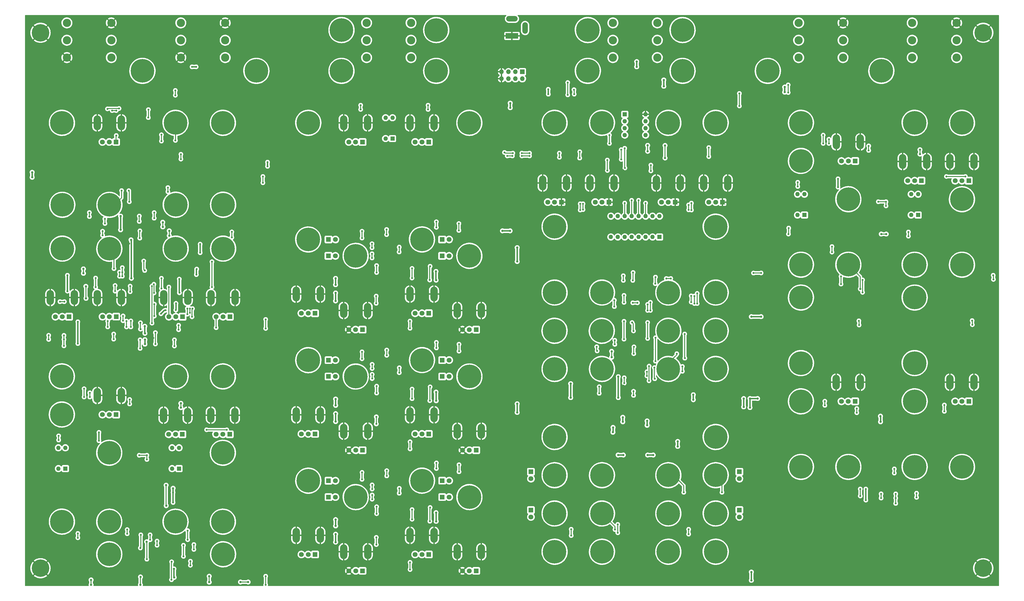
<source format=gbr>
%TF.GenerationSoftware,KiCad,Pcbnew,(6.0.9-0)*%
%TF.CreationDate,2023-07-01T22:34:15+02:00*%
%TF.ProjectId,konstrukt-kicad6,6b6f6e73-7472-4756-9b74-2d6b69636164,rev?*%
%TF.SameCoordinates,Original*%
%TF.FileFunction,Copper,L2,Bot*%
%TF.FilePolarity,Positive*%
%FSLAX46Y46*%
G04 Gerber Fmt 4.6, Leading zero omitted, Abs format (unit mm)*
G04 Created by KiCad (PCBNEW (6.0.9-0)) date 2023-07-01 22:34:15*
%MOMM*%
%LPD*%
G01*
G04 APERTURE LIST*
%TA.AperFunction,ComponentPad*%
%ADD10R,1.600000X1.600000*%
%TD*%
%TA.AperFunction,ComponentPad*%
%ADD11O,1.600000X1.600000*%
%TD*%
%TA.AperFunction,ConnectorPad*%
%ADD12C,8.600000*%
%TD*%
%TA.AperFunction,ComponentPad*%
%ADD13C,4.700000*%
%TD*%
%TA.AperFunction,ComponentPad*%
%ADD14O,2.700000X5.400000*%
%TD*%
%TA.AperFunction,ComponentPad*%
%ADD15R,1.800000X1.800000*%
%TD*%
%TA.AperFunction,ComponentPad*%
%ADD16C,1.800000*%
%TD*%
%TA.AperFunction,ConnectorPad*%
%ADD17C,6.400000*%
%TD*%
%TA.AperFunction,ComponentPad*%
%ADD18C,3.600000*%
%TD*%
%TA.AperFunction,ComponentPad*%
%ADD19C,3.000000*%
%TD*%
%TA.AperFunction,ComponentPad*%
%ADD20R,4.600000X2.000000*%
%TD*%
%TA.AperFunction,ComponentPad*%
%ADD21O,4.200000X2.000000*%
%TD*%
%TA.AperFunction,ComponentPad*%
%ADD22O,2.000000X4.200000*%
%TD*%
%TA.AperFunction,ComponentPad*%
%ADD23R,1.700000X1.700000*%
%TD*%
%TA.AperFunction,ComponentPad*%
%ADD24O,1.700000X1.700000*%
%TD*%
%TA.AperFunction,ViaPad*%
%ADD25C,0.700000*%
%TD*%
%TA.AperFunction,ViaPad*%
%ADD26C,0.800000*%
%TD*%
%TA.AperFunction,Conductor*%
%ADD27C,0.300000*%
%TD*%
%TA.AperFunction,Conductor*%
%ADD28C,0.500000*%
%TD*%
G04 APERTURE END LIST*
D10*
%TO.P,U2202,1,+5V*%
%TO.N,/LFO/+5Vd*%
X219720000Y-36840000D03*
D11*
%TO.P,U2202,2,Offset_CV*%
%TO.N,/LFO/LFO CV Inputs/Offset*%
X219720000Y-39380000D03*
%TO.P,U2202,3,PDM_Out*%
%TO.N,/LFO/LFO_PDM_Out*%
X219720000Y-41920000D03*
%TO.P,U2202,4,Tap_Tempo*%
%TO.N,/LFO/LFO CV Inputs/Tap*%
X219720000Y-44460000D03*
%TO.P,U2202,5,Depth_CV*%
%TO.N,/LFO/LFO CV Inputs/Depth*%
X227340000Y-44460000D03*
%TO.P,U2202,6,Waveform_CV*%
%TO.N,/LFO/LFO CV Inputs/Waveform*%
X227340000Y-41920000D03*
%TO.P,U2202,7,Freq_CV*%
%TO.N,/LFO/LFO CV Inputs/Freq*%
X227340000Y-39380000D03*
%TO.P,U2202,8,GND*%
%TO.N,/GND*%
X227340000Y-36840000D03*
%TD*%
D12*
%TO.P,H501,1,1*%
%TO.N,/2xAttenuverters3/In1*%
X104050800Y-170954000D03*
D13*
X104050800Y-170954000D03*
%TD*%
%TO.P,H2905,1,1*%
%TO.N,/Audio Jacks/Out1*%
X272020000Y-20961000D03*
D12*
X272020000Y-20961000D03*
%TD*%
D14*
%TO.P,RV2301,0,ShieldPin*%
%TO.N,/GND*%
X257360000Y-61981000D03*
X248560000Y-61981000D03*
D15*
%TO.P,RV2301,1,1*%
X255460000Y-68981000D03*
D16*
%TO.P,RV2301,2,2*%
%TO.N,Net-(R2318-Pad1)*%
X252960000Y-68981000D03*
%TO.P,RV2301,3,3*%
%TO.N,/+5V*%
X250460000Y-68981000D03*
%TD*%
D15*
%TO.P,D408,1,K*%
%TO.N,Net-(D406-Pad2)*%
X152995000Y-132810000D03*
D16*
%TO.P,D408,2,A*%
%TO.N,Net-(D406-Pad1)*%
X155535000Y-132810000D03*
%TD*%
D13*
%TO.P,H2903,1,1*%
%TO.N,/Audio Jacks/Gen1_Sleeve*%
X116180000Y-6001000D03*
D12*
X116180000Y-6001000D03*
%TD*%
D13*
%TO.P,H1701,1,1*%
%TO.N,/Mixer&Crossfader1/InputBuffers1/In1*%
X72825000Y-132775000D03*
D12*
X72825000Y-132775000D03*
%TD*%
%TO.P,H803,1,1*%
%TO.N,/VCF/VCF Audio Outs/LBP_Out*%
X31320000Y-86040000D03*
D13*
X31320000Y-86040000D03*
%TD*%
%TO.P,H1001,1,1*%
%TO.N,/2xCV VCA & 2xMixer/VCA1_In*%
X252960000Y-102081000D03*
D12*
X252960000Y-102081000D03*
%TD*%
%TO.P,H1105,1,1*%
%TO.N,/2xAudio VCA/VCA1_Out*%
X31281000Y-197866000D03*
D13*
X31281000Y-197866000D03*
%TD*%
D15*
%TO.P,D2402,1,K*%
%TO.N,Net-(D2402-Pad1)*%
X185430000Y-167666000D03*
D16*
%TO.P,D2402,2,A*%
%TO.N,Net-(D2402-Pad2)*%
X185430000Y-170206000D03*
%TD*%
D14*
%TO.P,RV804,0,ShieldPin*%
%TO.N,/GND*%
X9710000Y-103920000D03*
X18510000Y-103920000D03*
D15*
%TO.P,RV804,1,1*%
%TO.N,/VCF/LP*%
X16610000Y-110920000D03*
D16*
%TO.P,RV804,2,2*%
%TO.N,Net-(RV804-Pad2)*%
X14110000Y-110920000D03*
%TO.P,RV804,3,3*%
%TO.N,/+4.5V*%
X11610000Y-110920000D03*
%TD*%
D15*
%TO.P,D305,1,K*%
%TO.N,Net-(D305-Pad1)*%
X111413600Y-82668000D03*
D16*
%TO.P,D305,2,A*%
%TO.N,Net-(D305-Pad2)*%
X113953600Y-82668000D03*
%TD*%
D15*
%TO.P,D406,1,K*%
%TO.N,Net-(D406-Pad1)*%
X152995000Y-126810000D03*
D16*
%TO.P,D406,2,A*%
%TO.N,Net-(D406-Pad2)*%
X155535000Y-126810000D03*
%TD*%
D14*
%TO.P,RV301,0,ShieldPin*%
%TO.N,/GND*%
X99601800Y-102661800D03*
X108401800Y-102661800D03*
D15*
%TO.P,RV301,1,1*%
%TO.N,/2xAttenuverters1/In1*%
X106501800Y-109661800D03*
D16*
%TO.P,RV301,2,2*%
%TO.N,Net-(RV301-Pad2)*%
X104001800Y-109661800D03*
%TO.P,RV301,3,3*%
%TO.N,/+4.5V*%
X101501800Y-109661800D03*
%TD*%
D12*
%TO.P,H1902,1,1*%
%TO.N,/Mixer&Crossfader2/Crossfader_Out*%
X301440000Y-67921000D03*
D13*
X301440000Y-67921000D03*
%TD*%
D14*
%TO.P,RV401,0,ShieldPin*%
%TO.N,/GND*%
X108425400Y-146813800D03*
X99625400Y-146813800D03*
D15*
%TO.P,RV401,1,1*%
%TO.N,/2xAttenuverters2/In1*%
X106525400Y-153813800D03*
D16*
%TO.P,RV401,2,2*%
%TO.N,Net-(RV401-Pad2)*%
X104025400Y-153813800D03*
%TO.P,RV401,3,3*%
%TO.N,/+4.5V*%
X101525400Y-153813800D03*
%TD*%
D13*
%TO.P,H1306,1,1*%
%TO.N,/2xDelay/Delay2_Out*%
X342985000Y-91905000D03*
D12*
X342985000Y-91905000D03*
%TD*%
%TO.P,H2201,1,1*%
%TO.N,Net-(D2201-Pad2)*%
X252960000Y-77981000D03*
D13*
X252960000Y-77981000D03*
%TD*%
D10*
%TO.P,SW2701,1*%
%TO.N,Net-(C2702-Pad1)*%
X134825000Y-45727500D03*
D11*
%TO.P,SW2701,2*%
%TO.N,Net-(C2703-Pad1)*%
X132285000Y-45727500D03*
%TO.P,SW2701,3*%
%TO.N,Net-(C2701-Pad1)*%
X132285000Y-38107500D03*
%TO.P,SW2701,4*%
X134825000Y-38107500D03*
%TD*%
D12*
%TO.P,H2407,1,1*%
%TO.N,/Relay switch/Switch1_AorB*%
X211400000Y-196941000D03*
D13*
X211400000Y-196941000D03*
%TD*%
D14*
%TO.P,RV1602,0,ShieldPin*%
%TO.N,/GND*%
X51115000Y-146955000D03*
X59915000Y-146955000D03*
D15*
%TO.P,RV1602,1,1*%
%TO.N,/+4.5V*%
X58015000Y-153955000D03*
D16*
%TO.P,RV1602,2,2*%
%TO.N,Net-(R1604-Pad1)*%
X55515000Y-153955000D03*
%TO.P,RV1602,3,3*%
%TO.N,/Mixer&Crossfader1/InputBuffers1/In2_Buf*%
X53015000Y-153955000D03*
%TD*%
D13*
%TO.P,H2001,1,1*%
%TO.N,/Mixer&Crossfader2/InputBuffers1/In1*%
X342991000Y-39962000D03*
D12*
X342991000Y-39962000D03*
%TD*%
%TO.P,H504,1,1*%
%TO.N,/2xAttenuverters3/Out2*%
X162930000Y-176940000D03*
D13*
X162930000Y-176940000D03*
%TD*%
D14*
%TO.P,RV803,0,ShieldPin*%
%TO.N,/GND*%
X26930000Y-103910000D03*
X35730000Y-103910000D03*
D15*
%TO.P,RV803,1,1*%
%TO.N,/VCF/LBP*%
X33830000Y-110910000D03*
D16*
%TO.P,RV803,2,2*%
%TO.N,Net-(RV803-Pad2)*%
X31330000Y-110910000D03*
%TO.P,RV803,3,3*%
%TO.N,/+4.5V*%
X28830000Y-110910000D03*
%TD*%
D14*
%TO.P,RV504,0,ShieldPin*%
%TO.N,/GND*%
X158510000Y-196940000D03*
X167310000Y-196940000D03*
D15*
%TO.P,RV504,1,1*%
%TO.N,/+9V*%
X165410000Y-203940000D03*
D16*
%TO.P,RV504,2,2*%
%TO.N,Net-(R507-Pad2)*%
X162910000Y-203940000D03*
%TO.P,RV504,3,3*%
%TO.N,/GND*%
X160410000Y-203940000D03*
%TD*%
D12*
%TO.P,H1103,1,1*%
%TO.N,/2xAudio VCA/VCA2_In*%
X55511000Y-185961000D03*
D13*
X55511000Y-185961000D03*
%TD*%
D15*
%TO.P,D508,1,K*%
%TO.N,Net-(D506-Pad2)*%
X152995000Y-176940000D03*
D16*
%TO.P,D508,2,A*%
%TO.N,Net-(D506-Pad1)*%
X155535000Y-176940000D03*
%TD*%
D12*
%TO.P,H1203,1,1*%
%TO.N,/Envelope Follower/Envelope_Out*%
X72826000Y-39961000D03*
D13*
X72826000Y-39961000D03*
%TD*%
D12*
%TO.P,H2404,1,1*%
%TO.N,/Relay switch/Switch2_A*%
X252960000Y-168941000D03*
D13*
X252960000Y-168941000D03*
%TD*%
D12*
%TO.P,H1002,1,1*%
%TO.N,/2xCV VCA & 2xMixer/VCA1_CV_In*%
X252960000Y-116071000D03*
D13*
X252960000Y-116071000D03*
%TD*%
D15*
%TO.P,D308,1,K*%
%TO.N,Net-(D306-Pad2)*%
X152971400Y-88658000D03*
D16*
%TO.P,D308,2,A*%
%TO.N,Net-(D306-Pad1)*%
X155511400Y-88658000D03*
%TD*%
D14*
%TO.P,RV801,0,ShieldPin*%
%TO.N,/GND*%
X77280000Y-103920000D03*
X68480000Y-103920000D03*
D15*
%TO.P,RV801,1,1*%
%TO.N,/VCF/HP*%
X75380000Y-110920000D03*
D16*
%TO.P,RV801,2,2*%
%TO.N,Net-(RV801-Pad2)*%
X72880000Y-110920000D03*
%TO.P,RV801,3,3*%
%TO.N,/+4.5V*%
X70380000Y-110920000D03*
%TD*%
D14*
%TO.P,RV1603,0,ShieldPin*%
%TO.N,/GND*%
X35674000Y-139750000D03*
X26874000Y-139750000D03*
D15*
%TO.P,RV1603,1,1*%
%TO.N,Net-(R1602-Pad2)*%
X33774000Y-146750000D03*
D16*
%TO.P,RV1603,2,2*%
%TO.N,/+4.5V*%
X31274000Y-146750000D03*
%TO.P,RV1603,3,3*%
%TO.N,Net-(R1601-Pad2)*%
X28774000Y-146750000D03*
%TD*%
D13*
%TO.P,H304,1,1*%
%TO.N,/2xAttenuverters1/Out2*%
X162906400Y-88658000D03*
D12*
X162906400Y-88658000D03*
%TD*%
D13*
%TO.P,H1101,1,1*%
%TO.N,/2xAudio VCA/VCA1_In*%
X13980000Y-185921000D03*
D12*
X13980000Y-185921000D03*
%TD*%
D13*
%TO.P,H1702,1,1*%
%TO.N,/Mixer&Crossfader1/InputBuffers1/In2*%
X55515000Y-132775000D03*
D12*
X55515000Y-132775000D03*
%TD*%
D13*
%TO.P,H2603,1,1*%
%TO.N,/VC Limiter/Lower_Limit_CV*%
X325685000Y-165903000D03*
D12*
X325685000Y-165903000D03*
%TD*%
D13*
%TO.P,H2401,1,1*%
%TO.N,/Relay switch/Switch1_Trig*%
X194080000Y-154941000D03*
D12*
X194080000Y-154941000D03*
%TD*%
D14*
%TO.P,RV304,0,ShieldPin*%
%TO.N,/GND*%
X158486400Y-108658000D03*
X167286400Y-108658000D03*
D15*
%TO.P,RV304,1,1*%
%TO.N,/+9V*%
X165386400Y-115658000D03*
D16*
%TO.P,RV304,2,2*%
%TO.N,Net-(R307-Pad2)*%
X162886400Y-115658000D03*
%TO.P,RV304,3,3*%
%TO.N,/GND*%
X160386400Y-115658000D03*
%TD*%
D13*
%TO.P,H2602,1,1*%
%TO.N,/VC Limiter/Upper_Limit_CV*%
X301440000Y-165903000D03*
D12*
X301440000Y-165903000D03*
%TD*%
D17*
%TO.P,H103,1,1*%
%TO.N,/GND*%
X6140000Y-7000000D03*
D18*
X6140000Y-7000000D03*
%TD*%
D15*
%TO.P,D505,1,K*%
%TO.N,Net-(D505-Pad1)*%
X111437200Y-170950000D03*
D16*
%TO.P,D505,2,A*%
%TO.N,Net-(D505-Pad2)*%
X113977200Y-170950000D03*
%TD*%
D13*
%TO.P,H1201,1,1*%
%TO.N,/Envelope Follower/In*%
X13980000Y-39961000D03*
D12*
X13980000Y-39961000D03*
%TD*%
%TO.P,H2601,1,1*%
%TO.N,/VC Limiter/In*%
X284129000Y-165903000D03*
D13*
X284129000Y-165903000D03*
%TD*%
D14*
%TO.P,RV302,0,ShieldPin*%
%TO.N,/GND*%
X149976400Y-102658000D03*
X141176400Y-102658000D03*
D15*
%TO.P,RV302,1,1*%
%TO.N,/2xAttenuverters1/In2*%
X148076400Y-109658000D03*
D16*
%TO.P,RV302,2,2*%
%TO.N,Net-(RV302-Pad2)*%
X145576400Y-109658000D03*
%TO.P,RV302,3,3*%
%TO.N,/+4.5V*%
X143076400Y-109658000D03*
%TD*%
D13*
%TO.P,H1202,1,1*%
%TO.N,/Envelope Follower/Rectified_Out*%
X55511000Y-39961000D03*
D12*
X55511000Y-39961000D03*
%TD*%
D13*
%TO.P,H2412,1,1*%
%TO.N,/Relay switch/Switch2_D*%
X235650000Y-182941000D03*
D12*
X235650000Y-182941000D03*
%TD*%
%TO.P,H2912,1,1*%
%TO.N,/Audio Jacks/Gen2_Tip_NC*%
X240840000Y-6001000D03*
D13*
X240840000Y-6001000D03*
%TD*%
%TO.P,H2906,1,1*%
%TO.N,/Audio Jacks/Gen1_Ring*%
X116180000Y-20961000D03*
D12*
X116180000Y-20961000D03*
%TD*%
%TO.P,H2908,1,1*%
%TO.N,/Audio Jacks/Out2*%
X313520000Y-20961000D03*
D13*
X313520000Y-20961000D03*
%TD*%
D12*
%TO.P,H2403,1,1*%
%TO.N,/Relay switch/Switch1_A*%
X211400000Y-168941000D03*
D13*
X211400000Y-168941000D03*
%TD*%
D14*
%TO.P,RV303,0,ShieldPin*%
%TO.N,/GND*%
X116950000Y-108650000D03*
X125750000Y-108650000D03*
D15*
%TO.P,RV303,1,1*%
%TO.N,/+9V*%
X123850000Y-115650000D03*
D16*
%TO.P,RV303,2,2*%
%TO.N,Net-(R305-Pad2)*%
X121350000Y-115650000D03*
%TO.P,RV303,3,3*%
%TO.N,/GND*%
X118850000Y-115650000D03*
%TD*%
D14*
%TO.P,RV2701,0,ShieldPin*%
%TO.N,/GND*%
X125750000Y-39970000D03*
X116950000Y-39970000D03*
D15*
%TO.P,RV2701,1,1*%
%TO.N,Net-(R2702-Pad2)*%
X123850000Y-46970000D03*
D16*
%TO.P,RV2701,2,2*%
%TO.N,Net-(D2703-Pad2)*%
X121350000Y-46970000D03*
%TO.P,RV2701,3,3*%
X118850000Y-46970000D03*
%TD*%
D13*
%TO.P,H702,1,1*%
%TO.N,/VCF/VCF CV Ins/Res_In*%
X55580000Y-69940000D03*
D12*
X55580000Y-69940000D03*
%TD*%
%TO.P,H2301,1,1*%
%TO.N,/LFO/LFO CV Inputs/Freq_CV_In*%
X252960000Y-39961000D03*
D13*
X252960000Y-39961000D03*
%TD*%
D14*
%TO.P,RV404,0,ShieldPin*%
%TO.N,/GND*%
X167310000Y-152810000D03*
X158510000Y-152810000D03*
D15*
%TO.P,RV404,1,1*%
%TO.N,/+9V*%
X165410000Y-159810000D03*
D16*
%TO.P,RV404,2,2*%
%TO.N,Net-(R407-Pad2)*%
X162910000Y-159810000D03*
%TO.P,RV404,3,3*%
%TO.N,/GND*%
X160410000Y-159810000D03*
%TD*%
D19*
%TO.P,J2901,R*%
%TO.N,unconnected-(J2901-PadR)*%
X32035000Y-9735000D03*
%TO.P,J2901,RN*%
%TO.N,unconnected-(J2901-PadRN)*%
X15805000Y-9735000D03*
%TO.P,J2901,S*%
%TO.N,/GND*%
X32035000Y-3385000D03*
%TO.P,J2901,SN*%
%TO.N,unconnected-(J2901-PadSN)*%
X15805000Y-3385000D03*
%TO.P,J2901,T*%
%TO.N,/Audio Jacks/In1*%
X32035000Y-16085000D03*
%TO.P,J2901,TN*%
%TO.N,/GND*%
X15805000Y-16085000D03*
%TD*%
D15*
%TO.P,D2403,1,K*%
%TO.N,Net-(D2403-Pad1)*%
X261610000Y-181666000D03*
D16*
%TO.P,D2403,2,A*%
%TO.N,Net-(D2403-Pad2)*%
X261610000Y-184206000D03*
%TD*%
D12*
%TO.P,H503,1,1*%
%TO.N,/2xAttenuverters3/In2*%
X145620000Y-170930000D03*
D13*
X145620000Y-170930000D03*
%TD*%
D14*
%TO.P,RV802,0,ShieldPin*%
%TO.N,/GND*%
X59975000Y-103925000D03*
X51175000Y-103925000D03*
D15*
%TO.P,RV802,1,1*%
%TO.N,/VCF/UBP*%
X58075000Y-110925000D03*
D16*
%TO.P,RV802,2,2*%
%TO.N,Net-(RV802-Pad2)*%
X55575000Y-110925000D03*
%TO.P,RV802,3,3*%
%TO.N,/+4.5V*%
X53075000Y-110925000D03*
%TD*%
D12*
%TO.P,H1303,1,1*%
%TO.N,/2xDelay/Delay1_CV_In*%
X284129000Y-103920000D03*
D13*
X284129000Y-103920000D03*
%TD*%
D12*
%TO.P,H602,1,1*%
%TO.N,/VCF/In*%
X14120000Y-69980000D03*
D13*
X14120000Y-69980000D03*
%TD*%
D12*
%TO.P,H2901,1,1*%
%TO.N,/Audio Jacks/In1_Buffered*%
X43420000Y-20961000D03*
D13*
X43420000Y-20961000D03*
%TD*%
D19*
%TO.P,J2903,R*%
%TO.N,unconnected-(J2903-PadR)*%
X299508000Y-9735000D03*
%TO.P,J2903,RN*%
%TO.N,unconnected-(J2903-PadRN)*%
X283278000Y-9735000D03*
%TO.P,J2903,S*%
%TO.N,/GND*%
X299508000Y-3385000D03*
%TO.P,J2903,SN*%
%TO.N,unconnected-(J2903-PadSN)*%
X283278000Y-3385000D03*
%TO.P,J2903,T*%
%TO.N,/Audio Jacks/Out1_Buffered*%
X299508000Y-16085000D03*
%TO.P,J2903,TN*%
%TO.N,unconnected-(J2903-PadTN)*%
X283278000Y-16085000D03*
%TD*%
D14*
%TO.P,RV2303,0,ShieldPin*%
%TO.N,/GND*%
X215800000Y-61981000D03*
X207000000Y-61981000D03*
D15*
%TO.P,RV2303,1,1*%
X213900000Y-68981000D03*
D16*
%TO.P,RV2303,2,2*%
%TO.N,Net-(R2320-Pad1)*%
X211400000Y-68981000D03*
%TO.P,RV2303,3,3*%
%TO.N,/+5V*%
X208900000Y-68981000D03*
%TD*%
D12*
%TO.P,H2402,1,1*%
%TO.N,/Relay switch/Switch2_Trig*%
X252960000Y-154941000D03*
D13*
X252960000Y-154941000D03*
%TD*%
%TO.P,H1302,1,1*%
%TO.N,/2xDelay/Delay2_In*%
X325685000Y-91905000D03*
D12*
X325685000Y-91905000D03*
%TD*%
D19*
%TO.P,J2904,R*%
%TO.N,unconnected-(J2904-PadR)*%
X341026000Y-9735000D03*
%TO.P,J2904,RN*%
%TO.N,unconnected-(J2904-PadRN)*%
X324796000Y-9735000D03*
%TO.P,J2904,S*%
%TO.N,/GND*%
X341026000Y-3385000D03*
%TO.P,J2904,SN*%
%TO.N,unconnected-(J2904-PadSN)*%
X324796000Y-3385000D03*
%TO.P,J2904,T*%
%TO.N,/Audio Jacks/Out2_Buffered*%
X341026000Y-16085000D03*
%TO.P,J2904,TN*%
%TO.N,unconnected-(J2904-PadTN)*%
X324796000Y-16085000D03*
%TD*%
D12*
%TO.P,H801,1,1*%
%TO.N,/VCF/VCF Audio Outs/HP_Out*%
X72900000Y-86000000D03*
D13*
X72900000Y-86000000D03*
%TD*%
D12*
%TO.P,H301,1,1*%
%TO.N,/2xAttenuverters1/In1*%
X104027200Y-82672000D03*
D13*
X104027200Y-82672000D03*
%TD*%
%TO.P,H1301,1,1*%
%TO.N,/2xDelay/Delay1_In*%
X284129000Y-91901000D03*
D12*
X284129000Y-91901000D03*
%TD*%
D13*
%TO.P,H1007,1,1*%
%TO.N,/2xCV VCA & 2xMixer/Mixer1_In1*%
X211400000Y-102081000D03*
D12*
X211400000Y-102081000D03*
%TD*%
D13*
%TO.P,H401,1,1*%
%TO.N,/2xAttenuverters2/In1*%
X104050800Y-126824000D03*
D12*
X104050800Y-126824000D03*
%TD*%
D17*
%TO.P,H104,1,1*%
%TO.N,/GND*%
X350750000Y-7000000D03*
D18*
X350750000Y-7000000D03*
%TD*%
D12*
%TO.P,H1008,1,1*%
%TO.N,/2xCV VCA & 2xMixer/Mixer1_In2*%
X211328000Y-116078000D03*
D13*
X211328000Y-116078000D03*
%TD*%
%TO.P,H2911,1,1*%
%TO.N,/Audio Jacks/Gen1_Tip_NC*%
X150800000Y-6001000D03*
D12*
X150800000Y-6001000D03*
%TD*%
D14*
%TO.P,RV502,0,ShieldPin*%
%TO.N,/GND*%
X150000000Y-190940000D03*
X141200000Y-190940000D03*
D15*
%TO.P,RV502,1,1*%
%TO.N,/2xAttenuverters3/In2*%
X148100000Y-197940000D03*
D16*
%TO.P,RV502,2,2*%
%TO.N,Net-(RV502-Pad2)*%
X145600000Y-197940000D03*
%TO.P,RV502,3,3*%
%TO.N,/+4.5V*%
X143100000Y-197940000D03*
%TD*%
D19*
%TO.P,J2906,R*%
%TO.N,/Audio Jacks/Gen2_Ring*%
X231625000Y-9735000D03*
%TO.P,J2906,RN*%
%TO.N,unconnected-(J2906-PadRN)*%
X215395000Y-9735000D03*
%TO.P,J2906,S*%
%TO.N,/Audio Jacks/Gen2_Sleeve*%
X231625000Y-3385000D03*
%TO.P,J2906,SN*%
%TO.N,unconnected-(J2906-PadSN)*%
X215395000Y-3385000D03*
%TO.P,J2906,T*%
%TO.N,/Audio Jacks/Gen2_Tip*%
X231625000Y-16085000D03*
%TO.P,J2906,TN*%
%TO.N,/Audio Jacks/Gen2_Tip_NC*%
X215395000Y-16085000D03*
%TD*%
D13*
%TO.P,H2002,1,1*%
%TO.N,/Mixer&Crossfader2/InputBuffers1/In2*%
X325681000Y-39962000D03*
D12*
X325681000Y-39962000D03*
%TD*%
D14*
%TO.P,RV402,0,ShieldPin*%
%TO.N,/GND*%
X150000000Y-146810000D03*
X141200000Y-146810000D03*
D15*
%TO.P,RV402,1,1*%
%TO.N,/2xAttenuverters2/In2*%
X148100000Y-153810000D03*
D16*
%TO.P,RV402,2,2*%
%TO.N,Net-(RV402-Pad2)*%
X145600000Y-153810000D03*
%TO.P,RV402,3,3*%
%TO.N,/+4.5V*%
X143100000Y-153810000D03*
%TD*%
D12*
%TO.P,H1006,1,1*%
%TO.N,/2xCV VCA & 2xMixer/VCA2_Out*%
X235650000Y-130041000D03*
D13*
X235650000Y-130041000D03*
%TD*%
D12*
%TO.P,H1305,1,1*%
%TO.N,/2xDelay/Delay1_Out*%
X301440000Y-91901000D03*
D13*
X301440000Y-91901000D03*
%TD*%
D10*
%TO.P,SW2001,1*%
%TO.N,/Mixer&Crossfader2/InputBuffers1/In1_Switch*%
X326960000Y-73707500D03*
D11*
%TO.P,SW2001,2*%
%TO.N,/Mixer&Crossfader2/InputBuffers1/In2_Switch*%
X324420000Y-73707500D03*
%TO.P,SW2001,3*%
%TO.N,/Mixer&Crossfader2/InputBuffers1/In2_10db*%
X324420000Y-66087500D03*
%TO.P,SW2001,4*%
%TO.N,/Mixer&Crossfader2/InputBuffers1/In1_10db*%
X326960000Y-66087500D03*
%TD*%
D13*
%TO.P,H2303,1,1*%
%TO.N,/LFO/LFO CV Inputs/Depth_CV_In*%
X211400000Y-39961000D03*
D12*
X211400000Y-39961000D03*
%TD*%
D15*
%TO.P,D405,1,K*%
%TO.N,Net-(D405-Pad1)*%
X111437200Y-126820000D03*
D16*
%TO.P,D405,2,A*%
%TO.N,Net-(D405-Pad2)*%
X113977200Y-126820000D03*
%TD*%
D13*
%TO.P,H1601,1,1*%
%TO.N,/Mixer&Crossfader1/Mixer_Out*%
X72819000Y-160734000D03*
D12*
X72819000Y-160734000D03*
%TD*%
%TO.P,H1304,1,1*%
%TO.N,/2xDelay/Delay2_CV_In*%
X325685000Y-103925000D03*
D13*
X325685000Y-103925000D03*
%TD*%
D12*
%TO.P,H1802,1,1*%
%TO.N,/Mixer&Crossfader1/InputBuffers2/In2*%
X13963000Y-146714000D03*
D13*
X13963000Y-146714000D03*
%TD*%
D12*
%TO.P,H701,1,1*%
%TO.N,/VCF/VCF CV Ins/Freq_In*%
X31340000Y-69980000D03*
D13*
X31340000Y-69980000D03*
%TD*%
%TO.P,H2702,1,1*%
%TO.N,/Slew limiter/Out*%
X162910000Y-39960000D03*
D12*
X162910000Y-39960000D03*
%TD*%
D13*
%TO.P,H2405,1,1*%
%TO.N,/Relay switch/Switch1_B*%
X211400000Y-182941000D03*
D12*
X211400000Y-182941000D03*
%TD*%
D14*
%TO.P,RV1903,0,ShieldPin*%
%TO.N,/GND*%
X297040000Y-46937000D03*
X305840000Y-46937000D03*
D15*
%TO.P,RV1903,1,1*%
%TO.N,Net-(R1902-Pad2)*%
X303940000Y-53937000D03*
D16*
%TO.P,RV1903,2,2*%
%TO.N,/+4.5V*%
X301440000Y-53937000D03*
%TO.P,RV1903,3,3*%
%TO.N,Net-(R1901-Pad2)*%
X298940000Y-53937000D03*
%TD*%
D13*
%TO.P,H2902,1,1*%
%TO.N,/Audio Jacks/In2_Buffered*%
X85060000Y-20961000D03*
D12*
X85060000Y-20961000D03*
%TD*%
D19*
%TO.P,J2902,R*%
%TO.N,unconnected-(J2902-PadR)*%
X73669000Y-9735000D03*
%TO.P,J2902,RN*%
%TO.N,unconnected-(J2902-PadRN)*%
X57439000Y-9735000D03*
%TO.P,J2902,S*%
%TO.N,/GND*%
X73669000Y-3385000D03*
%TO.P,J2902,SN*%
%TO.N,unconnected-(J2902-PadSN)*%
X57439000Y-3385000D03*
%TO.P,J2902,T*%
%TO.N,/Audio Jacks/In2*%
X73669000Y-16085000D03*
%TO.P,J2902,TN*%
%TO.N,/GND*%
X57439000Y-16085000D03*
%TD*%
D12*
%TO.P,H2409,1,1*%
%TO.N,/Relay switch/Switch1_C*%
X194080000Y-168941000D03*
D13*
X194080000Y-168941000D03*
%TD*%
D14*
%TO.P,RV503,0,ShieldPin*%
%TO.N,/GND*%
X116973600Y-196932000D03*
X125773600Y-196932000D03*
D15*
%TO.P,RV503,1,1*%
%TO.N,/+9V*%
X123873600Y-203932000D03*
D16*
%TO.P,RV503,2,2*%
%TO.N,Net-(R505-Pad2)*%
X121373600Y-203932000D03*
%TO.P,RV503,3,3*%
%TO.N,/GND*%
X118873600Y-203932000D03*
%TD*%
D13*
%TO.P,H502,1,1*%
%TO.N,/2xAttenuverters3/Out1*%
X121373600Y-176948400D03*
D12*
X121373600Y-176948400D03*
%TD*%
%TO.P,H2502,1,1*%
%TO.N,/Tone control/In2*%
X325685000Y-127903000D03*
D13*
X325685000Y-127903000D03*
%TD*%
D12*
%TO.P,H404,1,1*%
%TO.N,/2xAttenuverters2/Out2*%
X162930000Y-132810000D03*
D13*
X162930000Y-132810000D03*
%TD*%
%TO.P,H2504,1,1*%
%TO.N,/Tone control/Out2*%
X325685000Y-141903000D03*
D12*
X325685000Y-141903000D03*
%TD*%
D13*
%TO.P,H1602,1,1*%
%TO.N,/Mixer&Crossfader1/Crossfader_Out*%
X31274000Y-160734000D03*
D12*
X31274000Y-160734000D03*
%TD*%
D13*
%TO.P,H1104,1,1*%
%TO.N,/2xAudio VCA/VCA2_CV*%
X72819000Y-185961000D03*
D12*
X72819000Y-185961000D03*
%TD*%
D14*
%TO.P,RV1902,0,ShieldPin*%
%TO.N,/GND*%
X330081000Y-54142000D03*
X321281000Y-54142000D03*
D15*
%TO.P,RV1902,1,1*%
%TO.N,/+4.5V*%
X328181000Y-61142000D03*
D16*
%TO.P,RV1902,2,2*%
%TO.N,Net-(R1904-Pad1)*%
X325681000Y-61142000D03*
%TO.P,RV1902,3,3*%
%TO.N,/Mixer&Crossfader2/InputBuffers1/In2_Buf*%
X323181000Y-61142000D03*
%TD*%
D12*
%TO.P,H1106,1,1*%
%TO.N,/2xAudio VCA/VCA2_Out*%
X72898000Y-197866000D03*
D13*
X72898000Y-197866000D03*
%TD*%
%TO.P,H303,1,1*%
%TO.N,/2xAttenuverters1/In2*%
X145596400Y-82648000D03*
D12*
X145596400Y-82648000D03*
%TD*%
%TO.P,H2503,1,1*%
%TO.N,/Tone control/Out1*%
X284129000Y-141903000D03*
D13*
X284129000Y-141903000D03*
%TD*%
%TO.P,H601,1,1*%
%TO.N,/VCF/Out*%
X72900000Y-69940000D03*
D12*
X72900000Y-69940000D03*
%TD*%
D18*
%TO.P,H101,1,1*%
%TO.N,/GND*%
X6140000Y-202990000D03*
D17*
X6140000Y-202990000D03*
%TD*%
D13*
%TO.P,H2302,1,1*%
%TO.N,/LFO/LFO CV Inputs/Waveform_CV_In*%
X235650000Y-39961000D03*
D12*
X235650000Y-39961000D03*
%TD*%
D14*
%TO.P,RV2502,0,ShieldPin*%
%TO.N,/GND*%
X338585000Y-134905000D03*
X347385000Y-134905000D03*
D15*
%TO.P,RV2502,1,1*%
%TO.N,Net-(C2504-Pad1)*%
X345485000Y-141905000D03*
D16*
%TO.P,RV2502,2,2*%
%TO.N,Net-(C2508-Pad1)*%
X342985000Y-141905000D03*
%TO.P,RV2502,3,3*%
%TO.N,Net-(C2506-Pad2)*%
X340485000Y-141905000D03*
%TD*%
D14*
%TO.P,RV1901,0,ShieldPin*%
%TO.N,/GND*%
X338591000Y-54142000D03*
X347391000Y-54142000D03*
D15*
%TO.P,RV1901,1,1*%
%TO.N,/+4.5V*%
X345491000Y-61142000D03*
D16*
%TO.P,RV1901,2,2*%
%TO.N,Net-(R1903-Pad1)*%
X342991000Y-61142000D03*
%TO.P,RV1901,3,3*%
%TO.N,/Mixer&Crossfader2/InputBuffers1/In1_Buf*%
X340491000Y-61142000D03*
%TD*%
D14*
%TO.P,RV2304,0,ShieldPin*%
%TO.N,/GND*%
X189680000Y-61981000D03*
X198480000Y-61981000D03*
D15*
%TO.P,RV2304,1,1*%
X196580000Y-68981000D03*
D16*
%TO.P,RV2304,2,2*%
%TO.N,Net-(R2321-Pad1)*%
X194080000Y-68981000D03*
%TO.P,RV2304,3,3*%
%TO.N,/+5V*%
X191580000Y-68981000D03*
%TD*%
D15*
%TO.P,D307,1,K*%
%TO.N,Net-(D305-Pad2)*%
X111401400Y-88658000D03*
D16*
%TO.P,D307,2,A*%
%TO.N,Net-(D305-Pad1)*%
X113941400Y-88658000D03*
%TD*%
D13*
%TO.P,H302,1,1*%
%TO.N,/2xAttenuverters1/Out1*%
X121350000Y-88666400D03*
D12*
X121350000Y-88666400D03*
%TD*%
D13*
%TO.P,H2408,1,1*%
%TO.N,/Relay switch/Switch2_AorB*%
X252960000Y-196941000D03*
D12*
X252960000Y-196941000D03*
%TD*%
%TO.P,H1901,1,1*%
%TO.N,/Mixer&Crossfader2/Mixer_Out*%
X342985000Y-67921000D03*
D13*
X342985000Y-67921000D03*
%TD*%
D10*
%TO.P,SW1701,1*%
%TO.N,/Mixer&Crossfader1/InputBuffers1/In1_Switch*%
X56794000Y-166520500D03*
D11*
%TO.P,SW1701,2*%
%TO.N,/Mixer&Crossfader1/InputBuffers1/In2_Switch*%
X54254000Y-166520500D03*
%TO.P,SW1701,3*%
%TO.N,/Mixer&Crossfader1/InputBuffers1/In2_10db*%
X54254000Y-158900500D03*
%TO.P,SW1701,4*%
%TO.N,/Mixer&Crossfader1/InputBuffers1/In1_10db*%
X56794000Y-158900500D03*
%TD*%
D14*
%TO.P,RV1201,0,ShieldPin*%
%TO.N,/GND*%
X35679000Y-39961000D03*
X26879000Y-39961000D03*
D15*
%TO.P,RV1201,1,1*%
%TO.N,/+4.5V*%
X33779000Y-46961000D03*
D16*
%TO.P,RV1201,2,2*%
%TO.N,Net-(R1203-Pad1)*%
X31279000Y-46961000D03*
%TO.P,RV1201,3,3*%
%TO.N,/Envelope Follower/In_Biased*%
X28779000Y-46961000D03*
%TD*%
D15*
%TO.P,D2404,1,K*%
%TO.N,Net-(D2404-Pad1)*%
X261610000Y-167666000D03*
D16*
%TO.P,D2404,2,A*%
%TO.N,Net-(D2404-Pad2)*%
X261610000Y-170206000D03*
%TD*%
D12*
%TO.P,H1102,1,1*%
%TO.N,/2xAudio VCA/VCA1_CV*%
X31279000Y-185959000D03*
D13*
X31279000Y-185959000D03*
%TD*%
D12*
%TO.P,H1005,1,1*%
%TO.N,/2xCV VCA & 2xMixer/VCA1_Out*%
X252960000Y-130041000D03*
D13*
X252960000Y-130041000D03*
%TD*%
D10*
%TO.P,SW2301,1*%
%TO.N,/LFO/LFO CV Inputs/Freq*%
X232425000Y-81748500D03*
D11*
%TO.P,SW2301,2*%
X229885000Y-81748500D03*
%TO.P,SW2301,3*%
%TO.N,/LFO/LFO CV Inputs/Waveform*%
X227345000Y-81748500D03*
%TO.P,SW2301,4*%
X224805000Y-81748500D03*
%TO.P,SW2301,5*%
%TO.N,/LFO/LFO CV Inputs/Depth*%
X222265000Y-81748500D03*
%TO.P,SW2301,6*%
X219725000Y-81748500D03*
%TO.P,SW2301,7*%
%TO.N,/LFO/LFO CV Inputs/Offset*%
X217185000Y-81748500D03*
%TO.P,SW2301,8*%
X214645000Y-81748500D03*
%TO.P,SW2301,9*%
%TO.N,/LFO/LFO CV Inputs/Offset_Pot*%
X214645000Y-74128500D03*
%TO.P,SW2301,10*%
%TO.N,/LFO/LFO CV Inputs/Offset_CV_Biased*%
X217185000Y-74128500D03*
%TO.P,SW2301,11*%
%TO.N,/LFO/LFO CV Inputs/Depth_Pot*%
X219725000Y-74128500D03*
%TO.P,SW2301,12*%
%TO.N,/LFO/LFO CV Inputs/Depth_CV_Biased*%
X222265000Y-74128500D03*
%TO.P,SW2301,13*%
%TO.N,/LFO/LFO CV Inputs/Waveform_Pot*%
X224805000Y-74128500D03*
%TO.P,SW2301,14*%
%TO.N,/LFO/LFO CV Inputs/Waveform_CV_Biased*%
X227345000Y-74128500D03*
%TO.P,SW2301,15*%
%TO.N,/LFO/LFO CV Inputs/Freq_Pot*%
X229885000Y-74128500D03*
%TO.P,SW2301,16*%
%TO.N,/LFO/LFO CV Inputs/Freq_CV_Biased*%
X232425000Y-74128500D03*
%TD*%
D14*
%TO.P,RV2501,0,ShieldPin*%
%TO.N,/GND*%
X297024000Y-134904000D03*
X305824000Y-134904000D03*
D15*
%TO.P,RV2501,1,1*%
%TO.N,Net-(C2503-Pad1)*%
X303924000Y-141904000D03*
D16*
%TO.P,RV2501,2,2*%
%TO.N,Net-(C2507-Pad1)*%
X301424000Y-141904000D03*
%TO.P,RV2501,3,3*%
%TO.N,Net-(C2505-Pad2)*%
X298924000Y-141904000D03*
%TD*%
D13*
%TO.P,H2904,1,1*%
%TO.N,/Audio Jacks/Gen2_Sleeve*%
X206220000Y-6001000D03*
D12*
X206220000Y-6001000D03*
%TD*%
D20*
%TO.P,J2801,1*%
%TO.N,/GND*%
X178495000Y-8175000D03*
D21*
%TO.P,J2801,2*%
%TO.N,/PSU/Vin*%
X178495000Y-1875000D03*
D22*
%TO.P,J2801,3*%
%TO.N,unconnected-(J2801-Pad3)*%
X183295000Y-5275000D03*
%TD*%
D13*
%TO.P,H2910,1,1*%
%TO.N,/Audio Jacks/Gen2_Tip*%
X240840000Y-20961000D03*
D12*
X240840000Y-20961000D03*
%TD*%
%TO.P,H403,1,1*%
%TO.N,/2xAttenuverters2/In2*%
X145620000Y-126800000D03*
D13*
X145620000Y-126800000D03*
%TD*%
%TO.P,H802,1,1*%
%TO.N,/VCF/VCF Audio Outs/UBP_Out*%
X55560000Y-86000000D03*
D12*
X55560000Y-86000000D03*
%TD*%
%TO.P,H2305,1,1*%
%TO.N,Net-(D2305-Pad2)*%
X194080000Y-77981000D03*
D13*
X194080000Y-77981000D03*
%TD*%
%TO.P,H2604,1,1*%
%TO.N,/VC Limiter/Out*%
X342985000Y-165903000D03*
D12*
X342985000Y-165903000D03*
%TD*%
D13*
%TO.P,H1011,1,1*%
%TO.N,/2xCV VCA & 2xMixer/Mixer1_Out*%
X211400000Y-130041000D03*
D12*
X211400000Y-130041000D03*
%TD*%
D14*
%TO.P,RV1601,0,ShieldPin*%
%TO.N,/GND*%
X77225000Y-146955000D03*
X68425000Y-146955000D03*
D15*
%TO.P,RV1601,1,1*%
%TO.N,/+4.5V*%
X75325000Y-153955000D03*
D16*
%TO.P,RV1601,2,2*%
%TO.N,Net-(R1603-Pad1)*%
X72825000Y-153955000D03*
%TO.P,RV1601,3,3*%
%TO.N,/Mixer&Crossfader1/InputBuffers1/In1_Buf*%
X70325000Y-153955000D03*
%TD*%
D13*
%TO.P,H2101,1,1*%
%TO.N,/Mixer&Crossfader2/InputBuffers2/In1*%
X284129000Y-39961000D03*
D12*
X284129000Y-39961000D03*
%TD*%
D15*
%TO.P,D506,1,K*%
%TO.N,Net-(D506-Pad1)*%
X152995000Y-170940000D03*
D16*
%TO.P,D506,2,A*%
%TO.N,Net-(D506-Pad2)*%
X155535000Y-170940000D03*
%TD*%
D10*
%TO.P,SW1801,1*%
%TO.N,/Mixer&Crossfader1/InputBuffers2/In1_Switch*%
X15238000Y-166521000D03*
D11*
%TO.P,SW1801,2*%
%TO.N,/Mixer&Crossfader1/InputBuffers2/In2_Switch*%
X12698000Y-166521000D03*
%TO.P,SW1801,3*%
%TO.N,/Mixer&Crossfader1/InputBuffers2/In2_10db*%
X12698000Y-158901000D03*
%TO.P,SW1801,4*%
%TO.N,/Mixer&Crossfader1/InputBuffers2/In1_10db*%
X15238000Y-158901000D03*
%TD*%
D12*
%TO.P,H2406,1,1*%
%TO.N,/Relay switch/Switch2_B*%
X252960000Y-182941000D03*
D13*
X252960000Y-182941000D03*
%TD*%
D15*
%TO.P,D306,1,K*%
%TO.N,Net-(D306-Pad1)*%
X152971400Y-82658000D03*
D16*
%TO.P,D306,2,A*%
%TO.N,Net-(D306-Pad2)*%
X155511400Y-82658000D03*
%TD*%
D12*
%TO.P,H2501,1,1*%
%TO.N,/Tone control/In1*%
X284129000Y-127903000D03*
D13*
X284129000Y-127903000D03*
%TD*%
%TO.P,H2411,1,1*%
%TO.N,/Relay switch/Switch1_D*%
X194080000Y-182941000D03*
D12*
X194080000Y-182941000D03*
%TD*%
%TO.P,H1801,1,1*%
%TO.N,/Mixer&Crossfader1/InputBuffers2/In1*%
X13963000Y-132774000D03*
D13*
X13963000Y-132774000D03*
%TD*%
D14*
%TO.P,RV403,0,ShieldPin*%
%TO.N,/GND*%
X116973600Y-152802000D03*
X125773600Y-152802000D03*
D15*
%TO.P,RV403,1,1*%
%TO.N,/+9V*%
X123873600Y-159802000D03*
D16*
%TO.P,RV403,2,2*%
%TO.N,Net-(R405-Pad2)*%
X121373600Y-159802000D03*
%TO.P,RV403,3,3*%
%TO.N,/GND*%
X118873600Y-159802000D03*
%TD*%
D12*
%TO.P,H2414,1,1*%
%TO.N,/Relay switch/Switch2_CorD*%
X235650000Y-196941000D03*
D13*
X235650000Y-196941000D03*
%TD*%
D10*
%TO.P,SW2101,1*%
%TO.N,/Mixer&Crossfader2/InputBuffers2/In1_Switch*%
X285404000Y-73708000D03*
D11*
%TO.P,SW2101,2*%
%TO.N,/Mixer&Crossfader2/InputBuffers2/In2_Switch*%
X282864000Y-73708000D03*
%TO.P,SW2101,3*%
%TO.N,/Mixer&Crossfader2/InputBuffers2/In2_10db*%
X282864000Y-66088000D03*
%TO.P,SW2101,4*%
%TO.N,/Mixer&Crossfader2/InputBuffers2/In1_10db*%
X285404000Y-66088000D03*
%TD*%
D14*
%TO.P,RV501,0,ShieldPin*%
%TO.N,/GND*%
X99625400Y-190943800D03*
X108425400Y-190943800D03*
D15*
%TO.P,RV501,1,1*%
%TO.N,/2xAttenuverters3/In1*%
X106525400Y-197943800D03*
D16*
%TO.P,RV501,2,2*%
%TO.N,Net-(RV501-Pad2)*%
X104025400Y-197943800D03*
%TO.P,RV501,3,3*%
%TO.N,/+4.5V*%
X101525400Y-197943800D03*
%TD*%
D18*
%TO.P,H102,1,1*%
%TO.N,/GND*%
X350750000Y-202990000D03*
D17*
X350750000Y-202990000D03*
%TD*%
D13*
%TO.P,H2909,1,1*%
%TO.N,/Audio Jacks/Gen1_Tip*%
X150800000Y-20961000D03*
D12*
X150800000Y-20961000D03*
%TD*%
D13*
%TO.P,H2907,1,1*%
%TO.N,/Audio Jacks/Gen2_Ring*%
X206220000Y-20961000D03*
D12*
X206220000Y-20961000D03*
%TD*%
D13*
%TO.P,H1010,1,1*%
%TO.N,/2xCV VCA & 2xMixer/Mixer2_In2*%
X194056000Y-116078000D03*
D12*
X194056000Y-116078000D03*
%TD*%
D14*
%TO.P,RV2702,0,ShieldPin*%
%TO.N,/GND*%
X141200000Y-39960000D03*
X150000000Y-39960000D03*
D15*
%TO.P,RV2702,1,1*%
%TO.N,Net-(R2702-Pad2)*%
X148100000Y-46960000D03*
D16*
%TO.P,RV2702,2,2*%
%TO.N,Net-(D2704-Pad1)*%
X145600000Y-46960000D03*
%TO.P,RV2702,3,3*%
X143100000Y-46960000D03*
%TD*%
D19*
%TO.P,J2905,R*%
%TO.N,/Audio Jacks/Gen1_Ring*%
X141589000Y-9735000D03*
%TO.P,J2905,RN*%
%TO.N,unconnected-(J2905-PadRN)*%
X125359000Y-9735000D03*
%TO.P,J2905,S*%
%TO.N,/Audio Jacks/Gen1_Sleeve*%
X141589000Y-3385000D03*
%TO.P,J2905,SN*%
%TO.N,unconnected-(J2905-PadSN)*%
X125359000Y-3385000D03*
%TO.P,J2905,T*%
%TO.N,/Audio Jacks/Gen1_Tip*%
X141589000Y-16085000D03*
%TO.P,J2905,TN*%
%TO.N,/Audio Jacks/Gen1_Tip_NC*%
X125359000Y-16085000D03*
%TD*%
D13*
%TO.P,H2410,1,1*%
%TO.N,/Relay switch/Switch2_C*%
X235650000Y-168941000D03*
D12*
X235650000Y-168941000D03*
%TD*%
D13*
%TO.P,H402,1,1*%
%TO.N,/2xAttenuverters2/Out1*%
X121373600Y-132818400D03*
D12*
X121373600Y-132818400D03*
%TD*%
D15*
%TO.P,D507,1,K*%
%TO.N,Net-(D505-Pad2)*%
X111425000Y-176940000D03*
D16*
%TO.P,D507,2,A*%
%TO.N,Net-(D505-Pad1)*%
X113965000Y-176940000D03*
%TD*%
D23*
%TO.P,J2802,1,Pin_1*%
%TO.N,/+9V*%
X182305000Y-21285000D03*
D24*
%TO.P,J2802,2,Pin_2*%
X182305000Y-23825000D03*
%TO.P,J2802,3,Pin_3*%
%TO.N,/+4.5V*%
X179765000Y-21285000D03*
%TO.P,J2802,4,Pin_4*%
X179765000Y-23825000D03*
%TO.P,J2802,5,Pin_5*%
%TO.N,/+5V*%
X177225000Y-21285000D03*
%TO.P,J2802,6,Pin_6*%
X177225000Y-23825000D03*
%TO.P,J2802,7,Pin_7*%
%TO.N,/GND*%
X174685000Y-21285000D03*
%TO.P,J2802,8,Pin_8*%
X174685000Y-23825000D03*
%TD*%
D14*
%TO.P,RV2302,0,ShieldPin*%
%TO.N,/GND*%
X231250000Y-61981000D03*
X240050000Y-61981000D03*
D15*
%TO.P,RV2302,1,1*%
X238150000Y-68981000D03*
D16*
%TO.P,RV2302,2,2*%
%TO.N,Net-(R2319-Pad1)*%
X235650000Y-68981000D03*
%TO.P,RV2302,3,3*%
%TO.N,/+5V*%
X233150000Y-68981000D03*
%TD*%
D12*
%TO.P,H1004,1,1*%
%TO.N,/2xCV VCA & 2xMixer/VCA2_CV_In*%
X235650000Y-116071000D03*
D13*
X235650000Y-116071000D03*
%TD*%
D12*
%TO.P,H2102,1,1*%
%TO.N,/Mixer&Crossfader2/InputBuffers2/In2*%
X284129000Y-53901000D03*
D13*
X284129000Y-53901000D03*
%TD*%
%TO.P,H2701,1,1*%
%TO.N,/Slew limiter/In*%
X104030000Y-39970000D03*
D12*
X104030000Y-39970000D03*
%TD*%
%TO.P,H804,1,1*%
%TO.N,/VCF/VCF Audio Outs/LP_Out*%
X14130000Y-86000000D03*
D13*
X14130000Y-86000000D03*
%TD*%
D15*
%TO.P,D2401,1,K*%
%TO.N,Net-(D2401-Pad1)*%
X185434000Y-181666000D03*
D16*
%TO.P,D2401,2,A*%
%TO.N,Net-(D2401-Pad2)*%
X185434000Y-184206000D03*
%TD*%
D12*
%TO.P,H2304,1,1*%
%TO.N,/LFO/LFO CV Inputs/Offset_CV_In*%
X194080000Y-39961000D03*
D13*
X194080000Y-39961000D03*
%TD*%
%TO.P,H2413,1,1*%
%TO.N,/Relay switch/Switch1_CorD*%
X194080000Y-196941000D03*
D12*
X194080000Y-196941000D03*
%TD*%
D15*
%TO.P,D407,1,K*%
%TO.N,Net-(D405-Pad2)*%
X111425000Y-132810000D03*
D16*
%TO.P,D407,2,A*%
%TO.N,Net-(D405-Pad1)*%
X113965000Y-132810000D03*
%TD*%
D12*
%TO.P,H1012,1,1*%
%TO.N,/2xCV VCA & 2xMixer/Mixer2_Out*%
X194080000Y-130041000D03*
D13*
X194080000Y-130041000D03*
%TD*%
%TO.P,H1003,1,1*%
%TO.N,/2xCV VCA & 2xMixer/VCA2_In*%
X235650000Y-102081000D03*
D12*
X235650000Y-102081000D03*
%TD*%
D13*
%TO.P,H1009,1,1*%
%TO.N,/2xCV VCA & 2xMixer/Mixer2_In1*%
X194080000Y-102081000D03*
D12*
X194080000Y-102081000D03*
%TD*%
D25*
%TO.N,Net-(C302-Pad1)*%
X137270289Y-85451194D03*
X137250400Y-87244000D03*
%TO.N,Net-(C303-Pad1)*%
X123661400Y-79636500D03*
X123661400Y-82151000D03*
%TO.N,Net-(C303-Pad2)*%
X128868400Y-106008400D03*
X128868400Y-103390500D03*
%TO.N,Net-(C304-Pad2)*%
X141224000Y-115149500D03*
X141224000Y-112534500D03*
%TO.N,/+9V*%
X19812000Y-120764500D03*
D26*
X54919000Y-203232000D03*
D25*
X54610000Y-175260000D03*
D26*
X114009400Y-96896000D03*
X114033000Y-143371500D03*
X150736000Y-182638000D03*
X44323000Y-117004500D03*
X44323000Y-120941500D03*
X217352000Y-140531500D03*
D25*
X55655500Y-106045000D03*
D26*
X114033000Y-187501500D03*
X199953000Y-140531500D03*
D25*
X19812000Y-112776000D03*
D26*
X114009400Y-99219500D03*
X35433000Y-74124713D03*
D25*
X56924766Y-102155334D03*
X191791977Y-29485977D03*
D26*
X114009400Y-102235000D03*
X114009400Y-105151000D03*
X3103000Y-58071000D03*
X150780238Y-185827000D03*
D25*
X89154000Y-55880000D03*
D26*
X35433000Y-79121000D03*
D25*
X64516000Y-84365500D03*
D26*
X150756638Y-97545000D03*
D25*
X55626000Y-108487500D03*
D26*
X313219500Y-149389500D03*
X177800000Y-79502000D03*
D25*
X307848000Y-173982500D03*
D26*
X150736000Y-138508000D03*
X313182000Y-147320000D03*
D25*
X54610000Y-178907000D03*
X42812420Y-190752561D03*
D26*
X54610000Y-173710500D03*
X244784000Y-139478000D03*
X44275500Y-114427000D03*
D25*
X63256160Y-93497156D03*
D26*
X39370000Y-96875600D03*
X44323000Y-119342500D03*
D25*
X56896000Y-97155000D03*
D26*
X39243000Y-82804000D03*
X114033000Y-149303000D03*
D25*
X89154000Y-54356000D03*
D26*
X278185000Y-28744500D03*
X55009500Y-206327500D03*
D25*
X27522000Y-156313000D03*
D26*
X265485000Y-140875000D03*
D25*
X61535500Y-19463000D03*
X63119000Y-95504000D03*
D26*
X150780238Y-141697000D03*
X150712400Y-94356000D03*
X3103000Y-59886500D03*
X217352000Y-132874000D03*
D25*
X16002000Y-101569500D03*
X42648502Y-195567500D03*
D26*
X114033000Y-193433000D03*
D25*
X64516000Y-87503000D03*
X297688000Y-60452000D03*
D26*
X175006000Y-79502000D03*
X244784000Y-141303500D03*
D25*
X27522000Y-153265000D03*
D26*
X268279000Y-140875000D03*
X199953000Y-135414000D03*
X114033000Y-190517000D03*
D25*
X63034500Y-19463000D03*
X191770000Y-27686000D03*
D26*
X114033000Y-146387000D03*
X265485000Y-144177000D03*
D25*
X51841500Y-108585000D03*
D26*
X114033000Y-141048000D03*
D25*
X297688000Y-63500000D03*
D26*
X114033000Y-185178000D03*
X278185000Y-26866500D03*
D25*
X50165000Y-109855000D03*
X307848000Y-178041500D03*
X16002000Y-95758000D03*
D26*
%TO.N,/GND*%
X65442500Y-95504000D03*
X217098000Y-98711000D03*
X276915000Y-107601000D03*
X126606000Y-171335000D03*
X310570000Y-188500000D03*
X321111000Y-17431000D03*
D25*
X217170000Y-27940000D03*
D26*
X346456000Y-174752000D03*
X184404000Y-152400000D03*
X348543000Y-89313000D03*
X320349000Y-11589000D03*
X198120000Y-19812000D03*
X288981000Y-63426000D03*
X139560000Y-135587000D03*
X13970000Y-175927000D03*
X184404000Y-161290000D03*
X44577000Y-97536000D03*
X74004000Y-168759000D03*
X186690000Y-193040000D03*
X41021000Y-68834000D03*
X32512000Y-206502000D03*
X62738000Y-66421000D03*
X320603000Y-90583000D03*
X80319000Y-128937000D03*
X68580000Y-73406000D03*
X277677000Y-11589000D03*
X186309000Y-98679000D03*
X108259000Y-16923000D03*
X105246400Y-91943000D03*
X204470000Y-165100000D03*
X259080000Y-175260000D03*
X345749000Y-99473000D03*
D25*
X275590000Y-114300000D03*
D26*
X330890000Y-188500000D03*
X26485668Y-95561332D03*
X291280000Y-40627000D03*
X242024500Y-155448000D03*
X164301400Y-97023000D03*
X27940000Y-206718500D03*
X273812000Y-163322000D03*
X317246000Y-147320000D03*
X312475000Y-99219000D03*
X291139000Y-113951000D03*
X261675000Y-5493000D03*
X235712000Y-151638000D03*
X262128000Y-161290000D03*
X277550000Y-192310000D03*
X105270000Y-180225000D03*
X147156400Y-91308000D03*
X348996000Y-197104000D03*
X315941000Y-37648000D03*
X25932000Y-149735000D03*
X61777000Y-141129000D03*
X345495000Y-201835000D03*
X187960000Y-161290000D03*
X139560000Y-179717000D03*
X18288000Y-200660000D03*
X319024000Y-123190000D03*
X297870000Y-188500000D03*
X130900400Y-98674000D03*
X203128000Y-137827000D03*
X245364000Y-41402000D03*
D25*
X280670000Y-115570000D03*
D26*
X260350000Y-193040000D03*
X307903000Y-90329000D03*
X40730000Y-144121000D03*
X158805000Y-2445000D03*
X350485000Y-63810000D03*
X134988000Y-124538000D03*
X38354000Y-206718500D03*
X318317000Y-102521000D03*
X263199000Y-18447000D03*
X328350000Y-188500000D03*
X332994000Y-124206000D03*
X282630000Y-188500000D03*
X6604000Y-50546000D03*
X130924000Y-186956000D03*
X34036000Y-179578000D03*
X295965000Y-94393000D03*
D25*
X275590000Y-115570000D03*
D26*
X202184000Y-41910000D03*
X164325000Y-185305000D03*
X37846000Y-192278000D03*
X197358000Y-23114000D03*
X343971000Y-103182500D03*
X290250000Y-188500000D03*
X301244000Y-77216000D03*
X350485000Y-36124000D03*
X300410000Y-188500000D03*
X317754000Y-170942000D03*
D25*
X275590000Y-113030000D03*
D26*
X66040000Y-83312000D03*
X300410000Y-190405000D03*
D25*
X270510000Y-115570000D03*
D26*
X291139000Y-106331000D03*
X282630000Y-192310000D03*
X275010000Y-188500000D03*
X188976000Y-34036000D03*
X292790000Y-192310000D03*
X285170000Y-192310000D03*
X271327000Y-9303000D03*
X44577000Y-82804000D03*
X260604000Y-126492000D03*
X38467509Y-84187509D03*
X203708000Y-98552000D03*
X229362000Y-144272000D03*
X186690000Y-126238000D03*
D25*
X223520000Y-29210000D03*
D26*
X31496000Y-77851000D03*
X215646000Y-34544000D03*
X243078000Y-178562000D03*
X63809000Y-133509000D03*
X302950000Y-188500000D03*
X295330000Y-192310000D03*
X108259000Y-9811000D03*
X186436000Y-112522000D03*
X229925000Y-122963500D03*
X353877000Y-99118500D03*
X331271000Y-89567000D03*
X40949000Y-41444500D03*
X326644000Y-133604000D03*
X138851500Y-52237500D03*
X269930000Y-188500000D03*
X302569000Y-103283000D03*
X243078000Y-164846000D03*
X212145000Y-21241000D03*
X332541000Y-106077000D03*
X219456000Y-166624000D03*
X25400000Y-82550000D03*
X280090000Y-188500000D03*
X304855000Y-82201000D03*
X184404000Y-175768000D03*
X18815000Y-156239000D03*
X45974000Y-202184000D03*
X83058000Y-83566000D03*
X335970000Y-188500000D03*
X164325000Y-141175000D03*
X80010000Y-82550000D03*
X219892000Y-121825000D03*
D25*
X228600000Y-27940000D03*
D26*
X337367000Y-111310500D03*
X290631000Y-92869000D03*
X295330000Y-188500000D03*
D25*
X17526000Y-97155000D03*
D26*
X291084000Y-163322000D03*
X332994000Y-161798000D03*
X59309000Y-97282000D03*
D25*
X219710000Y-26670000D03*
D26*
X243205000Y-192786000D03*
X297870000Y-192310000D03*
X318190000Y-188500000D03*
X194365000Y-2445000D03*
X21114000Y-133440000D03*
X307639000Y-144571000D03*
X332033000Y-82201000D03*
X315976000Y-41910000D03*
X332994000Y-138430000D03*
X61523000Y-126651000D03*
X352771000Y-49332000D03*
X209042000Y-150838500D03*
X290250000Y-192310000D03*
X243133000Y-98330000D03*
X287710000Y-192310000D03*
X308665000Y-112681000D03*
X248467000Y-17431000D03*
X56896000Y-203962000D03*
X220980000Y-152146000D03*
X116700000Y-184035000D03*
D25*
X47371000Y-118745000D03*
D26*
X6096000Y-183388000D03*
X22098000Y-83185000D03*
D25*
X219710000Y-29210000D03*
D26*
X80264000Y-194056000D03*
D25*
X228600000Y-29210000D03*
X219257000Y-136176000D03*
X270510000Y-114300000D03*
D26*
X276098000Y-125476000D03*
X81788000Y-183388000D03*
D25*
X226060000Y-29210000D03*
X38466803Y-120254803D03*
X228600000Y-26670000D03*
D26*
X46863000Y-67056000D03*
X227330000Y-33020000D03*
X300410000Y-192310000D03*
X80065000Y-36481000D03*
X126582400Y-83053000D03*
X307848000Y-168148000D03*
D25*
X226060000Y-26670000D03*
D26*
X277931000Y-94393000D03*
D25*
X223520000Y-26670000D03*
D26*
X61976000Y-205486000D03*
X204470000Y-178816000D03*
X6985000Y-82423000D03*
X311713000Y-108871000D03*
X185166000Y-42418000D03*
X320349000Y-5239000D03*
X262636000Y-41656000D03*
X23114000Y-67437000D03*
D25*
X273050000Y-114300000D03*
D26*
X227766000Y-96806000D03*
X39370000Y-182372000D03*
D25*
X283210000Y-113030000D03*
D26*
X5715000Y-67437000D03*
X224718000Y-134398000D03*
X185674000Y-75692000D03*
X284226000Y-176276000D03*
X291084000Y-123444000D03*
D25*
X226060000Y-27940000D03*
D26*
X260096000Y-36068000D03*
X286258000Y-132842000D03*
X73025000Y-62484000D03*
X320730000Y-188500000D03*
D25*
X231140000Y-26670000D03*
D26*
X319587000Y-97949000D03*
X228600000Y-157226000D03*
D25*
X231140000Y-29210000D03*
D26*
X312475000Y-96425000D03*
X39933000Y-8541000D03*
X319841000Y-81476500D03*
X30988000Y-170180000D03*
X227838000Y-55626000D03*
X305490000Y-188500000D03*
X105270000Y-136095000D03*
X285170000Y-188500000D03*
X203962000Y-126238000D03*
X116676400Y-95753000D03*
D25*
X223520000Y-27940000D03*
D26*
X333975000Y-40696000D03*
X81843000Y-9303000D03*
D25*
X217170000Y-26670000D03*
D26*
X308030000Y-188500000D03*
X313745000Y-9557000D03*
X260350000Y-151130000D03*
D25*
X55528600Y-49181000D03*
D26*
X203962000Y-112522000D03*
D25*
X273050000Y-113030000D03*
X219710000Y-27940000D03*
D26*
X111214500Y-47244000D03*
X211836000Y-156718000D03*
X312729000Y-88551000D03*
X49839000Y-40545000D03*
X280090000Y-192310000D03*
X93726000Y-37592000D03*
X350266000Y-161798000D03*
X187960000Y-175514000D03*
X277310000Y-57137000D03*
D25*
X61523000Y-28607000D03*
D26*
X344170000Y-75946000D03*
X47752000Y-185674000D03*
X5135000Y-36481000D03*
X197358000Y-32512000D03*
X292790000Y-188500000D03*
X353115000Y-108770500D03*
X147180000Y-135460000D03*
X331271000Y-33687000D03*
D25*
X280670000Y-113030000D03*
D26*
X259080000Y-161290000D03*
X93019000Y-17431000D03*
X62738000Y-82931000D03*
X7144000Y-149950000D03*
X328961500Y-199953500D03*
X350067000Y-112580500D03*
X276860000Y-138430000D03*
X315650000Y-188500000D03*
D25*
X231140000Y-27940000D03*
X273050000Y-115570000D03*
D26*
X243006000Y-112300000D03*
X58928000Y-176634000D03*
X277550000Y-188500000D03*
X36843344Y-99253519D03*
X99695000Y-52959000D03*
X126606000Y-127205000D03*
X272470000Y-192310000D03*
X147180000Y-179590000D03*
X80264000Y-66421000D03*
X260604000Y-98298000D03*
D25*
X170180000Y-35814000D03*
D26*
X50292000Y-108077000D03*
X248721000Y-2445000D03*
X338383000Y-194114500D03*
X219202000Y-57404000D03*
D25*
X283210000Y-114300000D03*
D26*
X130924000Y-142826000D03*
X296098000Y-56922000D03*
X45810000Y-134723000D03*
X275010000Y-192310000D03*
D25*
X278130000Y-114300000D03*
D26*
X58674000Y-79756000D03*
D25*
X283210000Y-115570000D03*
D26*
X295965000Y-111411000D03*
X277677000Y-5747000D03*
X325810000Y-188500000D03*
X333430000Y-188500000D03*
X57404000Y-208264500D03*
D25*
X278130000Y-113030000D03*
D26*
X64008000Y-190500000D03*
X202946000Y-37592000D03*
X246054000Y-133382000D03*
X185928000Y-37592000D03*
X260604000Y-112268000D03*
X323270000Y-188500000D03*
X80319000Y-156623000D03*
D25*
X24185000Y-44355000D03*
D26*
X294894000Y-74422000D03*
X331943000Y-48316000D03*
X313110000Y-188500000D03*
X262382000Y-175260000D03*
X134988000Y-168668000D03*
D25*
X217170000Y-29210000D03*
D26*
X290377000Y-84995000D03*
D25*
X278130000Y-115570000D03*
D26*
X269930000Y-192310000D03*
X331017000Y-119692500D03*
X116700000Y-139905000D03*
X289615000Y-119793000D03*
X310896000Y-51308000D03*
X260096000Y-74422000D03*
X62920000Y-36354000D03*
X269930000Y-190405000D03*
X242824000Y-36068000D03*
X139536400Y-91435000D03*
X158551000Y-17177000D03*
X204470000Y-193294000D03*
X332541000Y-113850500D03*
X82605000Y-142145000D03*
X227330000Y-166624000D03*
X329239000Y-98965000D03*
D25*
X280670000Y-114300000D03*
D26*
X134964400Y-80386000D03*
X320095000Y-199803000D03*
D25*
X270510000Y-113030000D03*
D26*
X277310000Y-43421000D03*
X243133000Y-126524000D03*
X62992000Y-182372000D03*
X287710000Y-188500000D03*
X14224000Y-50800000D03*
X24728000Y-167235000D03*
X272470000Y-188500000D03*
X49276000Y-175514000D03*
X3429000Y-83185000D03*
X45775000Y-130461000D03*
X7144000Y-136234000D03*
X51109000Y-17431000D03*
D25*
%TO.N,Net-(R307-Pad2)*%
X159094400Y-76830000D03*
X159094400Y-79370000D03*
%TO.N,/+4.5V*%
X127344400Y-85707500D03*
X32893000Y-119126000D03*
D26*
X82043043Y-208027043D03*
D25*
X279455000Y-28861000D03*
X60938023Y-201905500D03*
D26*
X53213000Y-81280000D03*
D25*
X129019000Y-138889000D03*
D26*
X53213000Y-79502000D03*
D25*
X127344400Y-89415900D03*
X132702000Y-123138500D03*
X127368000Y-173989500D03*
X150839400Y-78214500D03*
X45048000Y-163171000D03*
X150839400Y-76165500D03*
X29662500Y-75112290D03*
X326390000Y-177025500D03*
D26*
X52070000Y-172582500D03*
D25*
X128995400Y-94737000D03*
X24003000Y-72783500D03*
X279654000Y-78486000D03*
X56642000Y-115697000D03*
D26*
X42710583Y-206171917D03*
D25*
X45013000Y-199676000D03*
X36336040Y-110635722D03*
X42267500Y-76049500D03*
X24003000Y-74282500D03*
X37846000Y-188838000D03*
X42430500Y-82169000D03*
X70358000Y-114935000D03*
X245165000Y-103390500D03*
X127368000Y-132031000D03*
X38912800Y-99707500D03*
X127344400Y-87879000D03*
X219511000Y-135215500D03*
X127368000Y-128360500D03*
X127368000Y-129859500D03*
D26*
X24638000Y-207264000D03*
D25*
X150863000Y-122366500D03*
X47625000Y-102235000D03*
X295457000Y-85249000D03*
X129019000Y-183019000D03*
D26*
X24638000Y-209067500D03*
D25*
X222940000Y-138220500D03*
X127368000Y-177697900D03*
X30734000Y-112522000D03*
X313436000Y-177292000D03*
X54030000Y-207177000D03*
X14732000Y-119240500D03*
X47603023Y-99038023D03*
X141973000Y-181534500D03*
X33837000Y-44621500D03*
D26*
X52107500Y-180086000D03*
D25*
X36322000Y-112395000D03*
X132678400Y-80894000D03*
D26*
X67818000Y-208063500D03*
D25*
X141949400Y-93252500D03*
X269549000Y-94901000D03*
X141973000Y-137404500D03*
X60960000Y-200406000D03*
X129019000Y-180468000D03*
X127368000Y-133567900D03*
X313423500Y-175736546D03*
D26*
X315279500Y-80677000D03*
D25*
X318770000Y-177279500D03*
X141973000Y-140921000D03*
X318770000Y-179275000D03*
X14732000Y-117741500D03*
X127368000Y-172490500D03*
X266795000Y-94941000D03*
X150863000Y-164447500D03*
D26*
X67818000Y-205914500D03*
D25*
X37846000Y-190337000D03*
X32893000Y-117233500D03*
X42271850Y-74072650D03*
X38912800Y-101756500D03*
X42498065Y-79518788D03*
X315214000Y-70358000D03*
D26*
X79248000Y-208026000D03*
D25*
X279455000Y-26067000D03*
X55118000Y-119380000D03*
D26*
X313480500Y-80677000D03*
D25*
X245165000Y-106106500D03*
X14732000Y-121614000D03*
D26*
X44958000Y-193294000D03*
D25*
X141949400Y-96769000D03*
X30711068Y-114674092D03*
X42236500Y-161647000D03*
X318770000Y-175768000D03*
X132678400Y-78986500D03*
X315214000Y-68834000D03*
X127368000Y-176161000D03*
X54101457Y-200620543D03*
X132702000Y-125046000D03*
X45048000Y-161647000D03*
X326390000Y-175526500D03*
X279559000Y-80677000D03*
X132702000Y-169176000D03*
X129019000Y-136338000D03*
X56642000Y-114036500D03*
D26*
X42672000Y-209067500D03*
D25*
X127344400Y-84208500D03*
X55118000Y-121653500D03*
X312402500Y-68834000D03*
X150863000Y-120317500D03*
X128995400Y-92186000D03*
X29718000Y-76799000D03*
X295457000Y-87281000D03*
X141973000Y-185051000D03*
X132702000Y-167268500D03*
X150863000Y-166496500D03*
X219511000Y-133255000D03*
X222940000Y-139732000D03*
X53075000Y-100077500D03*
%TO.N,Net-(C402-Pad1)*%
X137274000Y-131396000D03*
X137293889Y-129603194D03*
%TO.N,Net-(C403-Pad1)*%
X123685000Y-123788500D03*
X123685000Y-126303000D03*
%TO.N,Net-(C403-Pad2)*%
X128892000Y-150160400D03*
X128892000Y-147542500D03*
%TO.N,Net-(C404-Pad2)*%
X141247600Y-156686500D03*
X141247600Y-159301500D03*
%TO.N,Net-(R407-Pad2)*%
X159118000Y-123522000D03*
X159118000Y-120982000D03*
%TO.N,Net-(C502-Pad1)*%
X137293889Y-173733194D03*
X137274000Y-175526000D03*
%TO.N,Net-(C503-Pad1)*%
X123685000Y-167918500D03*
X123685000Y-170433000D03*
%TO.N,Net-(C503-Pad2)*%
X128892000Y-194290400D03*
X128892000Y-191672500D03*
%TO.N,Net-(C504-Pad2)*%
X141247600Y-203431500D03*
X141247600Y-200816500D03*
%TO.N,Net-(R507-Pad2)*%
X159118000Y-167652000D03*
X159118000Y-165112000D03*
%TO.N,/VCF/UBP-LBP*%
X33401000Y-101559500D03*
X36068000Y-94627500D03*
X36068000Y-92964000D03*
X36068000Y-96126500D03*
X33401000Y-99510500D03*
D26*
%TO.N,/VCF/VCA_I_Out1*%
X22733000Y-99822000D03*
X22779948Y-104194654D03*
X21844000Y-95033500D03*
X21843495Y-93434500D03*
D25*
X28829000Y-79629000D03*
X28829000Y-81140500D03*
%TO.N,/VCF/UBP*%
X60766173Y-107962500D03*
X60791000Y-109461500D03*
%TO.N,/VCF/LBP*%
X37592000Y-112522500D03*
X35052000Y-96139000D03*
X37592000Y-114681000D03*
X35052000Y-94627500D03*
%TO.N,/VCF/VCA_I_Out3*%
X42693977Y-113153577D03*
X42704216Y-115455500D03*
%TO.N,/VCF/VCF Audio Outs/LBP_Out*%
X33020000Y-93332500D03*
%TO.N,/VCF/VCF CV Ins/Freq_In*%
X35814000Y-64770000D03*
%TO.N,/VCF/VCF CV Ins/Res_In*%
X52705000Y-63663000D03*
X52705000Y-65162000D03*
%TO.N,Net-(D703-Pad1)*%
X47699500Y-72796400D03*
X38406511Y-64800534D03*
X47699500Y-74855500D03*
X38608000Y-68834000D03*
%TO.N,Net-(R203-Pad1)*%
X19812000Y-190246000D03*
X19812000Y-191823500D03*
%TO.N,Net-(R210-Pad2)*%
X59944000Y-192519500D03*
X58420000Y-194576500D03*
X59944000Y-189230000D03*
X58420000Y-198628000D03*
%TO.N,Net-(R211-Pad2)*%
X48768000Y-193052500D03*
X48768000Y-194551500D03*
%TO.N,Net-(R609-Pad2)*%
X44229744Y-93990210D03*
X43883500Y-90551000D03*
%TO.N,/VCF/HP*%
X50350500Y-100571500D03*
X50350500Y-96842500D03*
X59817000Y-107937500D03*
X59817000Y-110011500D03*
%TO.N,/VCF/VCA_I_In4*%
X47752000Y-110704500D03*
X47752000Y-106311500D03*
%TO.N,Net-(R615-Pad2)*%
X68834000Y-100063500D03*
X68834000Y-90805000D03*
X14859000Y-105410000D03*
X9144000Y-117729000D03*
X61541000Y-110961000D03*
X13245500Y-105410000D03*
X9144000Y-119253000D03*
X61715676Y-107962500D03*
D26*
%TO.N,Net-(R620-Pad2)*%
X50837500Y-76352400D03*
X50862500Y-78040500D03*
D25*
%TO.N,/VCF/VCA_I_Out4*%
X46875500Y-99754834D03*
X46911419Y-113273199D03*
%TO.N,/VCF/VCA_VC1*%
X39151814Y-114670586D03*
X39166800Y-112471200D03*
X42545000Y-119392500D03*
X42545000Y-122542500D03*
%TO.N,/VCF/VCA_VC4*%
X48133000Y-116725500D03*
X48133000Y-120904000D03*
X76085500Y-79883000D03*
X76073000Y-81902500D03*
%TO.N,Net-(RV803-Pad2)*%
X26289000Y-96774000D03*
X26309513Y-100095608D03*
%TO.N,Net-(C901-Pad1)*%
X228584273Y-134381727D03*
X228621977Y-129010023D03*
%TO.N,Net-(C902-Pad1)*%
X222670500Y-105823000D03*
X224369500Y-105823000D03*
%TO.N,Net-(C902-Pad2)*%
X219456000Y-112609000D03*
X219456000Y-105664000D03*
X219456000Y-103124000D03*
X219456000Y-119126000D03*
%TO.N,Net-(C904-Pad1)*%
X216082000Y-121038500D03*
D26*
X214930500Y-123594500D03*
D25*
X216082000Y-119539000D03*
D26*
X214939000Y-125762000D03*
D25*
%TO.N,Net-(C904-Pad2)*%
X209608500Y-123431500D03*
X209478000Y-121932500D03*
%TO.N,Net-(C905-Pad2)*%
X210367000Y-138970000D03*
X210388977Y-136535023D03*
%TO.N,Net-(C906-Pad1)*%
X246181000Y-102394000D03*
X246181000Y-106106500D03*
%TO.N,Net-(C906-Pad2)*%
X228092000Y-108617000D03*
X228092000Y-106426000D03*
X228092000Y-113030000D03*
X230886000Y-98806000D03*
X230941000Y-96425000D03*
X228092000Y-118872000D03*
%TO.N,/2xCV VCA & 2xMixer/VCA2_CV_In*%
X240792000Y-129119000D03*
X241609000Y-117253000D03*
X240792000Y-130897000D03*
X241672500Y-126079500D03*
%TO.N,/2xCV VCA & 2xMixer/VCA2_Out*%
X238761502Y-124472500D03*
%TO.N,Net-(Q202-Pad1)*%
X62230000Y-194310000D03*
X46228000Y-190754000D03*
X46228000Y-192532000D03*
X62230000Y-196075500D03*
%TO.N,Net-(Q901-Pad3)*%
X223016307Y-124441307D03*
X222924500Y-116132644D03*
X223067000Y-121952000D03*
X222374500Y-113062000D03*
%TO.N,Net-(Q902-Pad1)*%
X227838000Y-131064000D03*
X227838000Y-132575500D03*
%TO.N,Net-(Q902-Pad3)*%
X230560000Y-129572000D03*
X230944500Y-127187727D03*
X230962977Y-118628023D03*
X230661500Y-133636000D03*
%TO.N,Net-(R905-Pad2)*%
X219202000Y-95924500D03*
X219202000Y-97623500D03*
X215912500Y-104880023D03*
X215921977Y-107209977D03*
%TO.N,Net-(R917-Pad2)*%
X229086023Y-105642023D03*
X229108000Y-108617000D03*
%TO.N,/+2V*%
X182080500Y-51054000D03*
X178816000Y-51054000D03*
D26*
X228092000Y-50371500D03*
D25*
X203281187Y-50558500D03*
X250444000Y-52324000D03*
X203229886Y-52861886D03*
X195834000Y-52565500D03*
X175768000Y-50800000D03*
X244022000Y-105556500D03*
X234900500Y-96933000D03*
D26*
X234442000Y-52832000D03*
D25*
X222670500Y-97623500D03*
X222776641Y-94752526D03*
X55427000Y-28099000D03*
X244022000Y-103283000D03*
X184912000Y-51054000D03*
X250444000Y-49022000D03*
X236529000Y-96933000D03*
D26*
X228092000Y-48222500D03*
X234442000Y-48260000D03*
D25*
X195834000Y-51054000D03*
X55427000Y-29864500D03*
%TO.N,Net-(C1202-Pad1)*%
X30640023Y-34851977D03*
X34853000Y-34715500D03*
%TO.N,Net-(C1202-Pad2)*%
X33824500Y-35465000D03*
X32313000Y-35465000D03*
%TO.N,Net-(C1203-Pad2)*%
X45588681Y-35139181D03*
X45570795Y-38054794D03*
%TO.N,Net-(C1303-Pad1)*%
X298759000Y-98965000D03*
X298759000Y-96171000D03*
%TO.N,/2xDelay/Delay1_In_Buf*%
X306633000Y-102013000D03*
X306633000Y-97441000D03*
%TO.N,/+2.5V*%
X57459000Y-51467000D03*
X88447000Y-115221000D03*
X88447000Y-209044500D03*
X87431000Y-61881000D03*
X88447000Y-111919000D03*
X88447000Y-205899000D03*
X57459000Y-53245000D03*
X87431000Y-59595000D03*
%TO.N,/Envelope Follower/Rectified_Out*%
X55477633Y-46380008D03*
%TO.N,Net-(R1211-Pad2)*%
X50347000Y-46641000D03*
X50347000Y-44325500D03*
%TO.N,Net-(C1409-Pad1)*%
X305363000Y-113951000D03*
X305304500Y-112439500D03*
D26*
%TO.N,/2xDelay/Delay1_Out*%
X305833500Y-100743000D03*
D25*
%TO.N,/2xDelay/Delay2_In_Buf*%
X323397000Y-79927500D03*
X323397000Y-81439000D03*
%TO.N,Net-(C1509-Pad1)*%
X346765000Y-113850500D03*
X346706500Y-112339000D03*
%TO.N,/2xDelay/Delay2_Out*%
X354397500Y-95763770D03*
X354485770Y-97263270D03*
%TO.N,Net-(C1601-Pad1)*%
X74223000Y-152305000D03*
X66857000Y-152305000D03*
%TO.N,Net-(C1603-Pad1)*%
X38719977Y-142872977D03*
X38719977Y-141212500D03*
%TO.N,/Mixer&Crossfader1/InputBuffers2/In2*%
X24162000Y-138774000D03*
X24162000Y-140300500D03*
%TO.N,Net-(C1901-Pad1)*%
X344225000Y-59595000D03*
X337289500Y-59595000D03*
%TO.N,Net-(C1903-Pad1)*%
X308885977Y-48399500D03*
X308885977Y-50059977D03*
%TO.N,/Mixer&Crossfader2/InputBuffers2/In2*%
X294328000Y-47487500D03*
X294328000Y-45961000D03*
D26*
%TO.N,/Mixer&Crossfader1/InputBuffers1/In2_Switch*%
X57459000Y-142615500D03*
X57459000Y-144214500D03*
D25*
%TO.N,/Mixer&Crossfader1/InputBuffers2/In1_Switch*%
X12790000Y-156059000D03*
X12790727Y-154546773D03*
D26*
%TO.N,/Mixer&Crossfader2/InputBuffers1/In2_Switch*%
X327625000Y-51401500D03*
X327625000Y-49802500D03*
D25*
%TO.N,/Mixer&Crossfader2/InputBuffers2/In1_Switch*%
X282956000Y-63246000D03*
X282956727Y-61733773D03*
%TO.N,Net-(C2202-Pad1)*%
X198882000Y-29718000D03*
X198882000Y-25209000D03*
%TO.N,Net-(C2202-Pad2)*%
X201168000Y-27825500D03*
X201226489Y-29463699D03*
%TO.N,Net-(C2302-Pad2)*%
X229256977Y-55433069D03*
X229256977Y-57552977D03*
%TO.N,/LFO/LFO CV Inputs/Freq_Pot*%
X243089271Y-71826774D03*
X243078000Y-70016500D03*
%TO.N,/LFO/LFO CV Inputs/Waveform_Pot*%
X224790000Y-68326000D03*
%TO.N,/LFO/LFO CV Inputs/Depth_Pot*%
X219710000Y-69342000D03*
%TO.N,/LFO/LFO CV Inputs/Offset_Pot*%
X203454000Y-71882000D03*
X203454000Y-69596000D03*
%TO.N,/+5V*%
X178649500Y-52070000D03*
D26*
X180395000Y-90710000D03*
D25*
X184912000Y-52070000D03*
D26*
X180395000Y-145955000D03*
X177855000Y-34449000D03*
D25*
X182118000Y-52070000D03*
D26*
X180395000Y-85630000D03*
D25*
X176784000Y-52070000D03*
D26*
X180395000Y-142780000D03*
X177855000Y-32760500D03*
D25*
%TO.N,Net-(D2201-Pad2)*%
X261620000Y-29210000D03*
X261620000Y-33782000D03*
%TO.N,Net-(R2306-Pad2)*%
X219710000Y-49276000D03*
X219767324Y-56475500D03*
%TO.N,/LFO/LFO CV Inputs/Freq_CV_Biased*%
X244094000Y-71882000D03*
X244094000Y-69342000D03*
%TO.N,/LFO/LFO CV Inputs/Waveform_CV_Biased*%
X227345000Y-69327000D03*
%TO.N,/LFO/LFO CV Inputs/Depth_CV_Biased*%
X213382437Y-57391500D03*
X213360000Y-53594000D03*
X222250000Y-68326000D03*
%TO.N,Net-(R2317-Pad2)*%
X218440000Y-53340000D03*
X218418023Y-49805977D03*
%TO.N,/LFO/LFO CV Inputs/Offset_CV_Biased*%
X204470000Y-69596000D03*
X204470000Y-71715500D03*
%TO.N,/LFO/LFO CV Inputs/Offset*%
X214122000Y-44462500D03*
X214122000Y-47498000D03*
D26*
%TO.N,Net-(D2402-Pad2)*%
X219202000Y-161544000D03*
X217286500Y-161544000D03*
%TO.N,Net-(D2404-Pad2)*%
X228090957Y-161545043D03*
X230124000Y-161544000D03*
D25*
%TO.N,/Relay switch/Switch1_C*%
X200152000Y-191008000D03*
X200152000Y-188722000D03*
%TO.N,/Relay switch/Switch1_B*%
X216154000Y-188809500D03*
%TO.N,/Relay switch/Switch1_A*%
X217170000Y-186944000D03*
X217170000Y-189992000D03*
%TO.N,/Relay switch/Switch2_C*%
X241300000Y-175209500D03*
%TO.N,/Relay switch/Switch2_AorB*%
X243078000Y-190500000D03*
X243078000Y-188734500D03*
%TO.N,/Relay switch/Switch2_A*%
X255270000Y-175209500D03*
%TO.N,Net-(R2505-Pad1)*%
X304546000Y-146050000D03*
X292862000Y-141848000D03*
X304546000Y-144538500D03*
X292862000Y-143347000D03*
%TO.N,Net-(R2507-Pad1)*%
X336550000Y-145542000D03*
X336550000Y-143226500D03*
%TO.N,Net-(C2602-Pad1)*%
X305816000Y-176530000D03*
X305816000Y-173982500D03*
%TO.N,/2xAttenuverters1/In2*%
X148426400Y-97495000D03*
X148553400Y-92451000D03*
%TO.N,/2xAttenuverters2/In2*%
X148450000Y-141647000D03*
X148577000Y-136603000D03*
%TO.N,/2xAttenuverters3/In2*%
X148450000Y-185777000D03*
X148577000Y-180733000D03*
%TO.N,Net-(R2607-Pad2)*%
X318262000Y-166636500D03*
X318262000Y-168148000D03*
%TO.N,Net-(R2702-Pad2)*%
X147828000Y-33528000D03*
X123190000Y-33528000D03*
X147828000Y-35052000D03*
X123190000Y-35039500D03*
D26*
%TO.N,/+9Vd*%
X233989000Y-26575000D03*
X265993000Y-110903000D03*
X263199000Y-143923000D03*
X219003000Y-149389500D03*
X215392000Y-153199500D03*
X227893000Y-149060500D03*
X215442808Y-151443623D03*
X263199000Y-140875000D03*
X239069000Y-156577000D03*
X233989000Y-24289000D03*
X265993000Y-204375000D03*
X227893000Y-150659500D03*
X219003000Y-147733000D03*
X239069000Y-158401000D03*
X269549000Y-110903000D03*
X265993000Y-207423000D03*
D25*
%TO.N,Net-(C1801-Pad2)*%
X22098000Y-140298500D03*
X22098000Y-137287000D03*
%TO.N,Net-(C2101-Pad2)*%
X292264000Y-47485500D03*
X292264000Y-44474000D03*
D26*
%TO.N,/Audio Jacks/Gen2_Ring*%
X224083000Y-17547500D03*
X224083000Y-19463000D03*
%TD*%
D27*
%TO.N,Net-(C302-Pad1)*%
X137270289Y-87224111D02*
X137270289Y-85451194D01*
X137250400Y-87244000D02*
X137270289Y-87224111D01*
%TO.N,Net-(C303-Pad1)*%
X123661400Y-79636500D02*
X123661400Y-82151000D01*
%TO.N,Net-(C303-Pad2)*%
X128868400Y-106008400D02*
X128868400Y-103390500D01*
%TO.N,Net-(C304-Pad2)*%
X141224000Y-112534500D02*
X141224000Y-115149500D01*
D28*
%TO.N,/+9V*%
X39370000Y-96875600D02*
X39367509Y-96873109D01*
X64516000Y-87503000D02*
X64516000Y-84365500D01*
X89154000Y-54356000D02*
X89154000Y-55880000D01*
X114009400Y-99219500D02*
X114009400Y-96896000D01*
X56896000Y-97155000D02*
X56896000Y-102126568D01*
X63119000Y-95504000D02*
X63119000Y-93634316D01*
X268279000Y-140875000D02*
X265485000Y-140875000D01*
X39367509Y-96873109D02*
X39367509Y-82928509D01*
X63119000Y-93634316D02*
X63256160Y-93497156D01*
X150712400Y-97500762D02*
X150756638Y-97545000D01*
X114033000Y-187501500D02*
X114033000Y-185178000D01*
X44275500Y-114427000D02*
X44275500Y-116957000D01*
X191770000Y-29464000D02*
X191791977Y-29485977D01*
D27*
X42648502Y-195567500D02*
X42812420Y-195403582D01*
D28*
X39367509Y-82928509D02*
X39243000Y-82804000D01*
X55655500Y-108458000D02*
X55626000Y-108487500D01*
X114009400Y-102235000D02*
X114009400Y-105151000D01*
X199953000Y-135414000D02*
X199953000Y-140531500D01*
X150736000Y-182638000D02*
X150736000Y-185782762D01*
X114033000Y-190517000D02*
X114033000Y-193433000D01*
X278185000Y-26866500D02*
X278185000Y-28744500D01*
X150736000Y-185782762D02*
X150780238Y-185827000D01*
X307848000Y-173982500D02*
X307848000Y-178041500D01*
X150712400Y-94356000D02*
X150712400Y-97500762D01*
X51435000Y-108585000D02*
X50165000Y-109855000D01*
X3103000Y-58071000D02*
X3103000Y-59886500D01*
X313219500Y-147357500D02*
X313219500Y-149389500D01*
X54610000Y-175260000D02*
X54610000Y-178907000D01*
X44323000Y-119342500D02*
X44323000Y-120941500D01*
X27522000Y-153265000D02*
X27522000Y-156313000D01*
X114033000Y-143371500D02*
X114033000Y-141048000D01*
X313182000Y-147320000D02*
X313219500Y-147357500D01*
X51841500Y-108585000D02*
X51435000Y-108585000D01*
X56896000Y-102126568D02*
X56924766Y-102155334D01*
X44275500Y-116957000D02*
X44323000Y-117004500D01*
X177800000Y-79502000D02*
X175006000Y-79502000D01*
D27*
X42812420Y-195403582D02*
X42812420Y-190752561D01*
D28*
X19812000Y-120764500D02*
X19812000Y-112776000D01*
X35433000Y-79121000D02*
X35433000Y-74124713D01*
X114033000Y-146387000D02*
X114033000Y-149303000D01*
X54610000Y-175260000D02*
X54610000Y-173710500D01*
X244784000Y-139478000D02*
X244784000Y-141303500D01*
X265485000Y-140875000D02*
X265485000Y-144177000D01*
X150736000Y-138508000D02*
X150736000Y-141652762D01*
X55009500Y-206327500D02*
X54919000Y-206237000D01*
X191770000Y-27686000D02*
X191770000Y-29464000D01*
X63034500Y-19463000D02*
X61535500Y-19463000D01*
X54919000Y-206237000D02*
X54919000Y-203232000D01*
X217352000Y-140531500D02*
X217352000Y-132874000D01*
X55655500Y-106045000D02*
X55655500Y-108458000D01*
X297688000Y-60452000D02*
X297688000Y-63500000D01*
X16002000Y-95758000D02*
X16002000Y-101569500D01*
X150736000Y-141652762D02*
X150780238Y-141697000D01*
D27*
%TO.N,Net-(R307-Pad2)*%
X159094400Y-76830000D02*
X159094400Y-79370000D01*
%TO.N,/+4.5V*%
X127368000Y-172490500D02*
X127368000Y-173989500D01*
X42672000Y-209067500D02*
X42672000Y-206210500D01*
X318770000Y-179275000D02*
X318770000Y-177279500D01*
X45013000Y-199676000D02*
X45013000Y-193349000D01*
X79248000Y-208026000D02*
X82042000Y-208026000D01*
X42236500Y-161647000D02*
X45048000Y-161647000D01*
X245165000Y-106106500D02*
X245165000Y-103390500D01*
X56642000Y-115697000D02*
X56642000Y-114036500D01*
X67818000Y-205914500D02*
X67818000Y-208063500D01*
X313480500Y-80677000D02*
X315279500Y-80677000D01*
X127368000Y-132031000D02*
X127368000Y-133567900D01*
X127344400Y-84208500D02*
X127344400Y-85707500D01*
X14732000Y-117741500D02*
X14732000Y-119240500D01*
X36322000Y-112395000D02*
X36322000Y-110649762D01*
X54030000Y-200692000D02*
X54101457Y-200620543D01*
X129019000Y-136338000D02*
X129019000Y-138889000D01*
X54030000Y-207177000D02*
X54030000Y-200692000D01*
X150863000Y-166496500D02*
X150863000Y-164447500D01*
X24638000Y-207264000D02*
X24638000Y-209067500D01*
X132702000Y-167268500D02*
X132702000Y-169176000D01*
X141949400Y-96769000D02*
X141949400Y-93252500D01*
X70380000Y-114913000D02*
X70380000Y-110920000D01*
X127368000Y-128360500D02*
X127368000Y-129859500D01*
X60960000Y-200406000D02*
X60960000Y-201883523D01*
X55118000Y-121653500D02*
X55118000Y-119380000D01*
X30711068Y-114674092D02*
X30734000Y-114651160D01*
X313423500Y-177279500D02*
X313436000Y-177292000D01*
X279654000Y-78486000D02*
X279654000Y-80582000D01*
X141973000Y-185051000D02*
X141973000Y-181534500D01*
X141973000Y-140921000D02*
X141973000Y-137404500D01*
X70358000Y-114935000D02*
X70380000Y-114913000D01*
X52070000Y-180048500D02*
X52107500Y-180086000D01*
X266835000Y-94901000D02*
X266795000Y-94941000D01*
X42271850Y-74072650D02*
X42265600Y-74078900D01*
X279654000Y-80582000D02*
X279559000Y-80677000D01*
X29662500Y-75112290D02*
X29718000Y-75167790D01*
X53213000Y-81280000D02*
X53213000Y-79502000D01*
X279455000Y-26067000D02*
X279455000Y-28861000D01*
X128995400Y-92186000D02*
X128995400Y-94737000D01*
X33779000Y-46961000D02*
X33779000Y-44679500D01*
X24003000Y-74282500D02*
X24003000Y-72783500D01*
X127344400Y-87879000D02*
X127344400Y-89415900D01*
X219511000Y-135215500D02*
X219511000Y-133255000D01*
X82042000Y-208026000D02*
X82043043Y-208027043D01*
X313423500Y-175736546D02*
X313423500Y-177279500D01*
X222940000Y-138220500D02*
X222940000Y-139732000D01*
X30734000Y-114651160D02*
X30734000Y-112522000D01*
X29718000Y-75167790D02*
X29718000Y-76799000D01*
X42430500Y-82169000D02*
X42430500Y-79586353D01*
X60960000Y-201883523D02*
X60938023Y-201905500D01*
X42430500Y-79586353D02*
X42498065Y-79518788D01*
X42265600Y-76047600D02*
X42267500Y-76049500D01*
X132678400Y-78986500D02*
X132678400Y-80894000D01*
X45013000Y-193349000D02*
X44958000Y-193294000D01*
X53075000Y-100077500D02*
X53075000Y-110925000D01*
X47625000Y-102235000D02*
X47625000Y-99060000D01*
X129019000Y-180468000D02*
X129019000Y-183019000D01*
X14732000Y-121614000D02*
X14732000Y-119240500D01*
X42672000Y-206210500D02*
X42710583Y-206171917D01*
X36322000Y-110649762D02*
X36336040Y-110635722D01*
X32893000Y-119126000D02*
X32893000Y-117233500D01*
X132702000Y-123138500D02*
X132702000Y-125046000D01*
X37846000Y-190337000D02*
X37846000Y-188838000D01*
X315214000Y-70358000D02*
X315214000Y-68834000D01*
X326390000Y-175526500D02*
X326390000Y-177025500D01*
X150863000Y-122366500D02*
X150863000Y-120317500D01*
X38912800Y-99707500D02*
X38912800Y-101756500D01*
X318770000Y-177279500D02*
X318770000Y-175768000D01*
X47625000Y-99060000D02*
X47603023Y-99038023D01*
X33779000Y-44679500D02*
X33837000Y-44621500D01*
X52070000Y-172582500D02*
X52070000Y-180048500D01*
X269549000Y-94901000D02*
X266835000Y-94901000D01*
X42265600Y-74078900D02*
X42265600Y-76047600D01*
X295457000Y-87281000D02*
X295457000Y-85249000D01*
X45048000Y-163171000D02*
X45048000Y-161647000D01*
X127368000Y-176161000D02*
X127368000Y-177697900D01*
X150839400Y-78214500D02*
X150839400Y-76165500D01*
X312402500Y-68834000D02*
X315214000Y-68834000D01*
%TO.N,Net-(C402-Pad1)*%
X137293889Y-131376111D02*
X137293889Y-129603194D01*
X137274000Y-131396000D02*
X137293889Y-131376111D01*
%TO.N,Net-(C403-Pad1)*%
X123685000Y-123788500D02*
X123685000Y-126303000D01*
%TO.N,Net-(C403-Pad2)*%
X128892000Y-150160400D02*
X128892000Y-147542500D01*
%TO.N,Net-(C404-Pad2)*%
X141247600Y-156686500D02*
X141247600Y-159301500D01*
%TO.N,Net-(R407-Pad2)*%
X159118000Y-120982000D02*
X159118000Y-123522000D01*
%TO.N,Net-(C502-Pad1)*%
X137274000Y-175526000D02*
X137293889Y-175506111D01*
X137293889Y-175506111D02*
X137293889Y-173733194D01*
%TO.N,Net-(C503-Pad1)*%
X123685000Y-167918500D02*
X123685000Y-170433000D01*
%TO.N,Net-(C503-Pad2)*%
X128892000Y-194290400D02*
X128892000Y-191672500D01*
%TO.N,Net-(C504-Pad2)*%
X141247600Y-200816500D02*
X141247600Y-203431500D01*
%TO.N,Net-(R507-Pad2)*%
X159118000Y-165112000D02*
X159118000Y-167652000D01*
%TO.N,/VCF/UBP-LBP*%
X33401000Y-101559500D02*
X33401000Y-99510500D01*
X36068000Y-96126500D02*
X36068000Y-92964000D01*
%TO.N,/VCF/VCA_I_Out1*%
X21843495Y-93434500D02*
X21844000Y-93435005D01*
X28829000Y-79629000D02*
X28829000Y-81140500D01*
X22733000Y-104147706D02*
X22733000Y-99822000D01*
X21844000Y-93435005D02*
X21844000Y-95033500D01*
X22779948Y-104194654D02*
X22733000Y-104147706D01*
%TO.N,/VCF/UBP*%
X60766173Y-109436673D02*
X60791000Y-109461500D01*
X60766173Y-107962500D02*
X60766173Y-109436673D01*
%TO.N,/VCF/LBP*%
X37592000Y-114681000D02*
X37592000Y-112522500D01*
X35052000Y-96139000D02*
X35052000Y-94627500D01*
%TO.N,/VCF/VCA_I_Out3*%
X42693977Y-115445261D02*
X42704216Y-115455500D01*
X42693977Y-113153577D02*
X42693977Y-115445261D01*
%TO.N,/VCF/VCF Audio Outs/LBP_Out*%
X33020000Y-93332500D02*
X33020000Y-87740000D01*
X33020000Y-87740000D02*
X31320000Y-86040000D01*
%TO.N,/VCF/VCF CV Ins/Freq_In*%
X35814000Y-64770000D02*
X35814000Y-67437000D01*
X33271000Y-69980000D02*
X31340000Y-69980000D01*
X35814000Y-67437000D02*
X33271000Y-69980000D01*
%TO.N,/VCF/VCF CV Ins/Res_In*%
X52705000Y-65162000D02*
X52705000Y-63663000D01*
%TO.N,Net-(D703-Pad1)*%
X38406511Y-64800534D02*
X38608000Y-65002023D01*
X47699500Y-74855500D02*
X47699500Y-72796400D01*
X38608000Y-65002023D02*
X38608000Y-68834000D01*
%TO.N,Net-(R203-Pad1)*%
X19812000Y-190246000D02*
X19812000Y-191823500D01*
%TO.N,Net-(R210-Pad2)*%
X59944000Y-192519500D02*
X59944000Y-189230000D01*
X58420000Y-198628000D02*
X58420000Y-194576500D01*
%TO.N,Net-(R211-Pad2)*%
X48768000Y-194551500D02*
X48768000Y-193052500D01*
%TO.N,Net-(R609-Pad2)*%
X44229744Y-93990210D02*
X43942000Y-93702466D01*
X43942000Y-93702466D02*
X43942000Y-90609500D01*
X43942000Y-90609500D02*
X43883500Y-90551000D01*
%TO.N,/VCF/HP*%
X50350500Y-96842500D02*
X50350500Y-100571500D01*
X59817000Y-110011500D02*
X59817000Y-107937500D01*
%TO.N,/VCF/VCA_I_In4*%
X47752000Y-106311500D02*
X47752000Y-110704500D01*
%TO.N,Net-(R615-Pad2)*%
X61541000Y-110961000D02*
X61541000Y-108137176D01*
X9144000Y-117729000D02*
X9144000Y-119253000D01*
X61541000Y-108137176D02*
X61715676Y-107962500D01*
X14859000Y-105410000D02*
X13245500Y-105410000D01*
X68834000Y-90805000D02*
X68834000Y-100063500D01*
%TO.N,Net-(R620-Pad2)*%
X50850800Y-78028800D02*
X50850800Y-76365700D01*
X50862500Y-78040500D02*
X50850800Y-78028800D01*
X50850800Y-76365700D02*
X50837500Y-76352400D01*
%TO.N,/VCF/VCA_I_Out4*%
X46911419Y-113273199D02*
X46875500Y-113237280D01*
X46875500Y-113237280D02*
X46875500Y-99754834D01*
%TO.N,/VCF/VCA_VC1*%
X39166800Y-112471200D02*
X39166800Y-114655600D01*
X42545000Y-122542500D02*
X42545000Y-119392500D01*
X39166800Y-114655600D02*
X39151814Y-114670586D01*
%TO.N,/VCF/VCA_VC4*%
X48133000Y-116725500D02*
X48133000Y-120904000D01*
X76085500Y-81890000D02*
X76073000Y-81902500D01*
X76085500Y-79883000D02*
X76085500Y-81890000D01*
%TO.N,Net-(RV803-Pad2)*%
X26309513Y-96794513D02*
X26289000Y-96774000D01*
X26309513Y-100095608D02*
X26309513Y-96794513D01*
%TO.N,Net-(C901-Pad1)*%
X228600000Y-134366000D02*
X228584273Y-134381727D01*
X228621977Y-129010023D02*
X228600000Y-129032000D01*
X228600000Y-129032000D02*
X228600000Y-134366000D01*
%TO.N,Net-(C902-Pad1)*%
X224369500Y-105823000D02*
X222670500Y-105823000D01*
%TO.N,Net-(C902-Pad2)*%
X219456000Y-105664000D02*
X219456000Y-103124000D01*
X219456000Y-119126000D02*
X219456000Y-112609000D01*
%TO.N,Net-(C904-Pad1)*%
X214939000Y-125762000D02*
X214939000Y-123603000D01*
X214939000Y-123603000D02*
X214930500Y-123594500D01*
X216082000Y-121038500D02*
X216082000Y-119539000D01*
%TO.N,Net-(C904-Pad2)*%
X209478000Y-121932500D02*
X209478000Y-123301000D01*
X209478000Y-123301000D02*
X209608500Y-123431500D01*
%TO.N,Net-(C905-Pad2)*%
X210367000Y-138970000D02*
X210367000Y-136557000D01*
X210367000Y-136557000D02*
X210388977Y-136535023D01*
%TO.N,Net-(C906-Pad1)*%
X246181000Y-102394000D02*
X246181000Y-106106500D01*
%TO.N,Net-(C906-Pad2)*%
X228092000Y-118872000D02*
X228092000Y-113030000D01*
X230886000Y-98806000D02*
X230886000Y-96480000D01*
X230886000Y-96480000D02*
X230941000Y-96425000D01*
X228092000Y-108617000D02*
X228092000Y-106426000D01*
%TO.N,/2xCV VCA & 2xMixer/VCA2_CV_In*%
X240792000Y-130897000D02*
X240792000Y-129119000D01*
X241609000Y-126016000D02*
X241609000Y-117253000D01*
X241672500Y-126079500D02*
X241609000Y-126016000D01*
%TO.N,/2xCV VCA & 2xMixer/VCA2_Out*%
X235650000Y-127968500D02*
X235650000Y-130041000D01*
X238761502Y-124856998D02*
X235650000Y-127968500D01*
X238761502Y-124472500D02*
X238761502Y-124856998D01*
%TO.N,Net-(Q202-Pad1)*%
X62230000Y-194310000D02*
X62230000Y-196075500D01*
X46228000Y-192532000D02*
X46228000Y-190754000D01*
%TO.N,Net-(Q901-Pad3)*%
X223016307Y-124441307D02*
X223016307Y-122002693D01*
X222813000Y-113500500D02*
X222813000Y-116021144D01*
X222813000Y-116021144D02*
X222924500Y-116132644D01*
X222374500Y-113062000D02*
X222813000Y-113500500D01*
X223016307Y-122002693D02*
X223067000Y-121952000D01*
%TO.N,Net-(Q902-Pad1)*%
X227838000Y-131064000D02*
X227838000Y-132575500D01*
%TO.N,Net-(Q902-Pad3)*%
X230560000Y-129572000D02*
X230560000Y-133534500D01*
X230944500Y-127187727D02*
X230962977Y-127169250D01*
X230560000Y-133534500D02*
X230661500Y-133636000D01*
X230962977Y-127169250D02*
X230962977Y-118628023D01*
%TO.N,Net-(R905-Pad2)*%
X215900000Y-104892523D02*
X215912500Y-104880023D01*
X215900000Y-107188000D02*
X215900000Y-104892523D01*
X219202000Y-95924500D02*
X219202000Y-97623500D01*
X215921977Y-107209977D02*
X215900000Y-107188000D01*
%TO.N,Net-(R917-Pad2)*%
X229108000Y-108617000D02*
X229086023Y-108595023D01*
X229086023Y-108595023D02*
X229086023Y-105642023D01*
%TO.N,/+2V*%
X222758000Y-97536000D02*
X222758000Y-94771167D01*
X222670500Y-97623500D02*
X222758000Y-97536000D01*
X184912000Y-51054000D02*
X182080500Y-51054000D01*
X222758000Y-94771167D02*
X222776641Y-94752526D01*
X195834000Y-51054000D02*
X195834000Y-52565500D01*
X176022000Y-51054000D02*
X175768000Y-50800000D01*
X228092000Y-48222500D02*
X228092000Y-50371500D01*
X203229886Y-50609801D02*
X203281187Y-50558500D01*
X55427000Y-28099000D02*
X55427000Y-29864500D01*
X244022000Y-105556500D02*
X244022000Y-103283000D01*
X203229886Y-52861886D02*
X203229886Y-50609801D01*
X234442000Y-48260000D02*
X234442000Y-52832000D01*
X250444000Y-52324000D02*
X250444000Y-49022000D01*
X236529000Y-96933000D02*
X234900500Y-96933000D01*
X178699500Y-51054000D02*
X176022000Y-51054000D01*
%TO.N,Net-(C1202-Pad1)*%
X30640023Y-34851977D02*
X30776500Y-34715500D01*
X30776500Y-34715500D02*
X34853000Y-34715500D01*
%TO.N,Net-(C1202-Pad2)*%
X32313000Y-35465000D02*
X33824500Y-35465000D01*
%TO.N,Net-(C1203-Pad2)*%
X45570795Y-38054794D02*
X45588681Y-38036908D01*
X45588681Y-38036908D02*
X45588681Y-35139181D01*
%TO.N,Net-(C1303-Pad1)*%
X298759000Y-96171000D02*
X298759000Y-98965000D01*
%TO.N,/2xDelay/Delay1_In_Buf*%
X306633000Y-102013000D02*
X306633000Y-97441000D01*
%TO.N,/+2.5V*%
X57459000Y-53245000D02*
X57459000Y-51467000D01*
X88447000Y-115221000D02*
X88447000Y-111919000D01*
X88447000Y-209044500D02*
X88447000Y-205899000D01*
X87431000Y-61881000D02*
X87431000Y-59595000D01*
%TO.N,/Envelope Follower/Rectified_Out*%
X55477633Y-46380008D02*
X55511000Y-46346641D01*
X55511000Y-46346641D02*
X55511000Y-39961000D01*
%TO.N,Net-(R1211-Pad2)*%
X50347000Y-44325500D02*
X50347000Y-46641000D01*
%TO.N,Net-(C1409-Pad1)*%
X305363000Y-113951000D02*
X305363000Y-112498000D01*
X305363000Y-112498000D02*
X305304500Y-112439500D01*
%TO.N,/2xDelay/Delay1_Out*%
X305833500Y-96294500D02*
X301440000Y-91901000D01*
X305833500Y-100743000D02*
X305833500Y-96294500D01*
%TO.N,/2xDelay/Delay2_In_Buf*%
X323397000Y-81439000D02*
X323397000Y-79927500D01*
%TO.N,Net-(C1509-Pad1)*%
X346765000Y-113850500D02*
X346765000Y-112397500D01*
X346765000Y-112397500D02*
X346706500Y-112339000D01*
%TO.N,/2xDelay/Delay2_Out*%
X354485770Y-95852040D02*
X354397500Y-95763770D01*
X354485770Y-97263270D02*
X354485770Y-95852040D01*
%TO.N,Net-(C1601-Pad1)*%
X66857000Y-152305000D02*
X74223000Y-152305000D01*
%TO.N,Net-(C1603-Pad1)*%
X38719977Y-141212500D02*
X38719977Y-142872977D01*
%TO.N,/Mixer&Crossfader1/InputBuffers2/In2*%
X24162000Y-140300500D02*
X24162000Y-138774000D01*
%TO.N,Net-(C1901-Pad1)*%
X337289500Y-59595000D02*
X344225000Y-59595000D01*
%TO.N,Net-(C1903-Pad1)*%
X308885977Y-48399500D02*
X308885977Y-50059977D01*
%TO.N,/Mixer&Crossfader2/InputBuffers2/In2*%
X294328000Y-47487500D02*
X294328000Y-45961000D01*
%TO.N,/Mixer&Crossfader1/InputBuffers1/In2_Switch*%
X57459000Y-142615500D02*
X57459000Y-144214500D01*
%TO.N,/Mixer&Crossfader1/InputBuffers2/In1_Switch*%
X12790000Y-154547500D02*
X12790727Y-154546773D01*
X12790000Y-156059000D02*
X12790000Y-154547500D01*
%TO.N,/Mixer&Crossfader2/InputBuffers1/In2_Switch*%
X327625000Y-49802500D02*
X327625000Y-51401500D01*
%TO.N,/Mixer&Crossfader2/InputBuffers2/In1_Switch*%
X282956000Y-61734500D02*
X282956727Y-61733773D01*
X282956000Y-63246000D02*
X282956000Y-61734500D01*
%TO.N,Net-(C2202-Pad1)*%
X198882000Y-29718000D02*
X198882000Y-25209000D01*
%TO.N,Net-(C2202-Pad2)*%
X201226489Y-27883989D02*
X201168000Y-27825500D01*
X201226489Y-29463699D02*
X201226489Y-27883989D01*
%TO.N,Net-(C2302-Pad2)*%
X229256977Y-55433069D02*
X229256977Y-57552977D01*
%TO.N,/LFO/LFO CV Inputs/Freq_Pot*%
X243078000Y-71815503D02*
X243078000Y-70016500D01*
X243089271Y-71826774D02*
X243078000Y-71815503D01*
%TO.N,/LFO/LFO CV Inputs/Waveform_Pot*%
X224790000Y-68326000D02*
X224805000Y-68341000D01*
X224805000Y-68341000D02*
X224805000Y-74128500D01*
%TO.N,/LFO/LFO CV Inputs/Depth_Pot*%
X219725000Y-69357000D02*
X219725000Y-74128500D01*
X219710000Y-69342000D02*
X219725000Y-69357000D01*
%TO.N,/LFO/LFO CV Inputs/Offset_Pot*%
X203454000Y-69596000D02*
X203454000Y-71882000D01*
D28*
%TO.N,/+5V*%
X180395000Y-90710000D02*
X180395000Y-85630000D01*
D27*
X176784000Y-52070000D02*
X178649500Y-52070000D01*
D28*
X180395000Y-145955000D02*
X180395000Y-142780000D01*
D27*
X182118000Y-52070000D02*
X184912000Y-52070000D01*
D28*
X177855000Y-34449000D02*
X177855000Y-32760500D01*
D27*
%TO.N,Net-(D2201-Pad2)*%
X261620000Y-33782000D02*
X261620000Y-29210000D01*
%TO.N,Net-(R2306-Pad2)*%
X219710000Y-56418176D02*
X219767324Y-56475500D01*
X219710000Y-49276000D02*
X219710000Y-56418176D01*
%TO.N,/LFO/LFO CV Inputs/Freq_CV_Biased*%
X244094000Y-69342000D02*
X244094000Y-71882000D01*
%TO.N,/LFO/LFO CV Inputs/Waveform_CV_Biased*%
X227345000Y-69327000D02*
X227345000Y-74128500D01*
%TO.N,/LFO/LFO CV Inputs/Depth_CV_Biased*%
X222265000Y-68341000D02*
X222265000Y-74128500D01*
X222250000Y-68326000D02*
X222265000Y-68341000D01*
X213360000Y-57369063D02*
X213382437Y-57391500D01*
X213360000Y-53594000D02*
X213360000Y-57369063D01*
%TO.N,Net-(R2317-Pad2)*%
X218440000Y-49827954D02*
X218440000Y-53340000D01*
X218418023Y-49805977D02*
X218440000Y-49827954D01*
%TO.N,/LFO/LFO CV Inputs/Offset_CV_Biased*%
X204470000Y-69596000D02*
X204470000Y-71715500D01*
%TO.N,/LFO/LFO CV Inputs/Offset*%
X214122000Y-47498000D02*
X214122000Y-44462500D01*
D28*
%TO.N,Net-(D2402-Pad2)*%
X217286500Y-161544000D02*
X219202000Y-161544000D01*
%TO.N,Net-(D2404-Pad2)*%
X228092000Y-161544000D02*
X228090957Y-161545043D01*
X230124000Y-161544000D02*
X228092000Y-161544000D01*
D27*
%TO.N,/Relay switch/Switch1_C*%
X200152000Y-191008000D02*
X200152000Y-188722000D01*
%TO.N,/Relay switch/Switch1_B*%
X216154000Y-187695000D02*
X211400000Y-182941000D01*
X216154000Y-188809500D02*
X216154000Y-187695000D01*
%TO.N,/Relay switch/Switch1_A*%
X217170000Y-189992000D02*
X217170000Y-186944000D01*
%TO.N,/Relay switch/Switch2_C*%
X241300000Y-175209500D02*
X241300000Y-172720000D01*
X241300000Y-172720000D02*
X237521000Y-168941000D01*
X237521000Y-168941000D02*
X235650000Y-168941000D01*
%TO.N,/Relay switch/Switch2_AorB*%
X243078000Y-188734500D02*
X243078000Y-190500000D01*
%TO.N,/Relay switch/Switch2_A*%
X255270000Y-175209500D02*
X255270000Y-171251000D01*
X255270000Y-171251000D02*
X252960000Y-168941000D01*
%TO.N,Net-(R2505-Pad1)*%
X292862000Y-141848000D02*
X292862000Y-143347000D01*
X304546000Y-146050000D02*
X304546000Y-144538500D01*
%TO.N,Net-(R2507-Pad1)*%
X336550000Y-145542000D02*
X336550000Y-143226500D01*
%TO.N,Net-(C2602-Pad1)*%
X305816000Y-176530000D02*
X305816000Y-173982500D01*
%TO.N,/2xAttenuverters1/In2*%
X148426400Y-92578000D02*
X148426400Y-97495000D01*
X148553400Y-92451000D02*
X148426400Y-92578000D01*
%TO.N,/2xAttenuverters2/In2*%
X148450000Y-136730000D02*
X148450000Y-141647000D01*
X148577000Y-136603000D02*
X148450000Y-136730000D01*
%TO.N,/2xAttenuverters3/In2*%
X148450000Y-180860000D02*
X148450000Y-185777000D01*
X148577000Y-180733000D02*
X148450000Y-180860000D01*
%TO.N,Net-(R2607-Pad2)*%
X318262000Y-168148000D02*
X318262000Y-166636500D01*
%TO.N,Net-(R2702-Pad2)*%
X123190000Y-33528000D02*
X123190000Y-35039500D01*
X147828000Y-33528000D02*
X147828000Y-35052000D01*
D28*
%TO.N,/+9Vd*%
X239069000Y-158401000D02*
X239069000Y-156577000D01*
X263199000Y-143923000D02*
X263199000Y-140875000D01*
X265993000Y-110903000D02*
X269549000Y-110903000D01*
X227893000Y-149060500D02*
X227893000Y-150659500D01*
X233989000Y-24289000D02*
X233989000Y-26575000D01*
X219003000Y-147733000D02*
X219003000Y-149389500D01*
X265993000Y-207423000D02*
X265993000Y-204375000D01*
X215442808Y-153148692D02*
X215392000Y-153199500D01*
X215442808Y-151443623D02*
X215442808Y-153148692D01*
D27*
%TO.N,Net-(C1801-Pad2)*%
X22098000Y-137287000D02*
X22098000Y-140298500D01*
%TO.N,Net-(C2101-Pad2)*%
X292264000Y-44474000D02*
X292264000Y-47485500D01*
D28*
%TO.N,/Audio Jacks/Gen2_Ring*%
X224083000Y-19463000D02*
X224083000Y-17547500D01*
%TD*%
%TA.AperFunction,Conductor*%
%TO.N,/GND*%
G36*
X176398540Y-528502D02*
G01*
X176445033Y-582158D01*
X176455137Y-652432D01*
X176425643Y-717012D01*
X176413744Y-729014D01*
X176310142Y-820350D01*
X176310139Y-820353D01*
X176306345Y-823698D01*
X176152266Y-1011278D01*
X176149724Y-1015646D01*
X176048107Y-1190241D01*
X176030159Y-1221078D01*
X176028346Y-1225801D01*
X175946097Y-1440070D01*
X175943167Y-1447702D01*
X175942133Y-1452652D01*
X175942132Y-1452655D01*
X175912429Y-1594838D01*
X175893526Y-1685320D01*
X175882514Y-1927817D01*
X175883095Y-1932837D01*
X175883095Y-1932841D01*
X175909499Y-2161037D01*
X175910415Y-2168956D01*
X175911791Y-2173820D01*
X175911792Y-2173823D01*
X175953342Y-2320657D01*
X175976510Y-2402532D01*
X175978644Y-2407108D01*
X175978646Y-2407114D01*
X176076962Y-2617954D01*
X176079099Y-2622536D01*
X176215544Y-2823307D01*
X176382332Y-2999681D01*
X176386358Y-3002759D01*
X176386359Y-3002760D01*
X176571154Y-3144047D01*
X176571158Y-3144050D01*
X176575174Y-3147120D01*
X176579632Y-3149510D01*
X176579633Y-3149511D01*
X176655156Y-3190006D01*
X176789109Y-3261831D01*
X177018631Y-3340862D01*
X177117978Y-3358022D01*
X177253926Y-3381504D01*
X177253932Y-3381505D01*
X177257836Y-3382179D01*
X177261797Y-3382359D01*
X177261798Y-3382359D01*
X177285506Y-3383436D01*
X177285525Y-3383436D01*
X177286925Y-3383500D01*
X179656001Y-3383500D01*
X179658509Y-3383298D01*
X179658514Y-3383298D01*
X179831924Y-3369346D01*
X179831929Y-3369345D01*
X179836965Y-3368940D01*
X179841873Y-3367734D01*
X179841876Y-3367734D01*
X180067792Y-3312244D01*
X180072706Y-3311037D01*
X180077358Y-3309062D01*
X180077362Y-3309061D01*
X180291498Y-3218165D01*
X180296156Y-3216188D01*
X180381677Y-3162332D01*
X180497288Y-3089528D01*
X180497291Y-3089526D01*
X180501567Y-3086833D01*
X180601170Y-2999022D01*
X180679858Y-2929650D01*
X180679861Y-2929647D01*
X180683655Y-2926302D01*
X180686866Y-2922393D01*
X180834526Y-2742628D01*
X180834528Y-2742625D01*
X180837734Y-2738722D01*
X180949640Y-2546449D01*
X180957299Y-2533290D01*
X180957300Y-2533288D01*
X180959841Y-2528922D01*
X180987100Y-2457909D01*
X181045020Y-2307022D01*
X181045021Y-2307018D01*
X181046833Y-2302298D01*
X181047868Y-2297345D01*
X181095440Y-2069631D01*
X181095440Y-2069627D01*
X181096474Y-2064680D01*
X181107486Y-1822183D01*
X181104630Y-1797500D01*
X181080167Y-1586071D01*
X181080166Y-1586067D01*
X181079585Y-1581044D01*
X181054678Y-1493022D01*
X181014866Y-1352331D01*
X181013490Y-1347468D01*
X181011356Y-1342892D01*
X181011354Y-1342886D01*
X180913038Y-1132046D01*
X180913036Y-1132042D01*
X180910901Y-1127464D01*
X180774456Y-926693D01*
X180607668Y-750319D01*
X180587101Y-734594D01*
X180545135Y-677332D01*
X180540790Y-606468D01*
X180575445Y-544505D01*
X180638100Y-511114D01*
X180663632Y-508500D01*
X356365500Y-508500D01*
X356433621Y-528502D01*
X356480114Y-582158D01*
X356491500Y-634500D01*
X356491500Y-209365500D01*
X356471498Y-209433621D01*
X356417842Y-209480114D01*
X356365500Y-209491500D01*
X89377865Y-209491500D01*
X89309744Y-209471498D01*
X89263251Y-209417842D01*
X89253147Y-209347568D01*
X89258032Y-209326564D01*
X89258033Y-209326563D01*
X89291365Y-209223975D01*
X89310229Y-209044500D01*
X89291365Y-208865025D01*
X89235599Y-208693393D01*
X89145367Y-208537107D01*
X89137862Y-208528772D01*
X89107146Y-208464766D01*
X89105500Y-208444464D01*
X89105500Y-207423000D01*
X265079496Y-207423000D01*
X265080186Y-207429565D01*
X265091145Y-207533830D01*
X265099458Y-207612928D01*
X265158473Y-207794556D01*
X265253960Y-207959944D01*
X265381747Y-208101866D01*
X265536248Y-208214118D01*
X265542276Y-208216802D01*
X265542278Y-208216803D01*
X265704681Y-208289109D01*
X265710712Y-208291794D01*
X265804112Y-208311647D01*
X265891056Y-208330128D01*
X265891061Y-208330128D01*
X265897513Y-208331500D01*
X266088487Y-208331500D01*
X266094939Y-208330128D01*
X266094944Y-208330128D01*
X266181888Y-208311647D01*
X266275288Y-208291794D01*
X266281319Y-208289109D01*
X266443722Y-208216803D01*
X266443724Y-208216802D01*
X266449752Y-208214118D01*
X266604253Y-208101866D01*
X266732040Y-207959944D01*
X266827527Y-207794556D01*
X266886542Y-207612928D01*
X266894856Y-207533830D01*
X266905814Y-207429565D01*
X266906504Y-207423000D01*
X266886542Y-207233072D01*
X266827527Y-207051444D01*
X266768381Y-206949000D01*
X266751500Y-206886001D01*
X266751500Y-205787386D01*
X348317759Y-205787386D01*
X348325216Y-205797753D01*
X348564935Y-205991874D01*
X348570272Y-205995751D01*
X348890685Y-206203830D01*
X348896394Y-206207127D01*
X349236811Y-206380578D01*
X349242836Y-206383260D01*
X349599502Y-206520171D01*
X349605784Y-206522212D01*
X349974816Y-206621094D01*
X349981266Y-206622465D01*
X350358629Y-206682234D01*
X350365167Y-206682920D01*
X350746699Y-206702916D01*
X350753301Y-206702916D01*
X351134833Y-206682920D01*
X351141371Y-206682234D01*
X351518734Y-206622465D01*
X351525184Y-206621094D01*
X351894216Y-206522212D01*
X351900498Y-206520171D01*
X352257164Y-206383260D01*
X352263189Y-206380578D01*
X352603606Y-206207127D01*
X352609315Y-206203830D01*
X352929728Y-205995751D01*
X352935065Y-205991874D01*
X353173835Y-205798522D01*
X353182300Y-205786267D01*
X353175966Y-205775176D01*
X350762812Y-203362022D01*
X350748868Y-203354408D01*
X350747035Y-203354539D01*
X350740420Y-203358790D01*
X348324900Y-205774310D01*
X348317759Y-205787386D01*
X266751500Y-205787386D01*
X266751500Y-204911999D01*
X266768381Y-204848999D01*
X266771497Y-204843603D01*
X266811267Y-204774719D01*
X266824223Y-204752279D01*
X266824224Y-204752278D01*
X266827527Y-204746556D01*
X266886542Y-204564928D01*
X266906504Y-204375000D01*
X266886542Y-204185072D01*
X266827527Y-204003444D01*
X266732040Y-203838056D01*
X266613136Y-203705999D01*
X266608675Y-203701045D01*
X266608674Y-203701044D01*
X266604253Y-203696134D01*
X266476831Y-203603556D01*
X266455094Y-203587763D01*
X266455093Y-203587762D01*
X266449752Y-203583882D01*
X266443724Y-203581198D01*
X266443722Y-203581197D01*
X266281319Y-203508891D01*
X266281318Y-203508891D01*
X266275288Y-203506206D01*
X266181888Y-203486353D01*
X266094944Y-203467872D01*
X266094939Y-203467872D01*
X266088487Y-203466500D01*
X265897513Y-203466500D01*
X265891061Y-203467872D01*
X265891056Y-203467872D01*
X265804112Y-203486353D01*
X265710712Y-203506206D01*
X265704682Y-203508891D01*
X265704681Y-203508891D01*
X265542278Y-203581197D01*
X265542276Y-203581198D01*
X265536248Y-203583882D01*
X265530907Y-203587762D01*
X265530906Y-203587763D01*
X265509169Y-203603556D01*
X265381747Y-203696134D01*
X265377326Y-203701044D01*
X265377325Y-203701045D01*
X265372865Y-203705999D01*
X265253960Y-203838056D01*
X265158473Y-204003444D01*
X265099458Y-204185072D01*
X265079496Y-204375000D01*
X265099458Y-204564928D01*
X265158473Y-204746556D01*
X265161776Y-204752278D01*
X265161777Y-204752279D01*
X265174733Y-204774719D01*
X265214504Y-204843603D01*
X265217619Y-204848999D01*
X265234500Y-204911999D01*
X265234500Y-206886001D01*
X265217619Y-206949000D01*
X265158473Y-207051444D01*
X265099458Y-207233072D01*
X265079496Y-207423000D01*
X89105500Y-207423000D01*
X89105500Y-206499036D01*
X89125502Y-206430915D01*
X89137858Y-206414733D01*
X89145367Y-206406393D01*
X89214844Y-206286056D01*
X89232295Y-206255830D01*
X89232296Y-206255829D01*
X89235599Y-206250107D01*
X89280893Y-206110706D01*
X89289325Y-206084754D01*
X89289325Y-206084753D01*
X89291365Y-206078475D01*
X89300817Y-205988552D01*
X89309539Y-205905565D01*
X89310229Y-205899000D01*
X89298380Y-205786267D01*
X89292055Y-205726089D01*
X89292055Y-205726088D01*
X89291365Y-205719525D01*
X89235599Y-205547893D01*
X89145367Y-205391607D01*
X89135636Y-205380799D01*
X89029035Y-205262407D01*
X89029034Y-205262406D01*
X89024613Y-205257496D01*
X89013428Y-205249369D01*
X88883957Y-205155303D01*
X88883956Y-205155302D01*
X88878615Y-205151422D01*
X88872587Y-205148738D01*
X88872585Y-205148737D01*
X88748310Y-205093406D01*
X118077023Y-205093406D01*
X118082304Y-205100461D01*
X118258680Y-205203527D01*
X118267963Y-205207974D01*
X118474603Y-205286883D01*
X118484501Y-205289759D01*
X118701253Y-205333857D01*
X118711483Y-205335076D01*
X118932514Y-205343182D01*
X118942823Y-205342714D01*
X119162223Y-205314608D01*
X119172288Y-205312468D01*
X119384157Y-205248905D01*
X119393752Y-205245144D01*
X119592378Y-205147838D01*
X119601236Y-205142559D01*
X119658697Y-205101572D01*
X119667097Y-205090874D01*
X119660110Y-205077721D01*
X118886411Y-204304021D01*
X118872468Y-204296408D01*
X118870634Y-204296539D01*
X118864020Y-204300790D01*
X118083780Y-205081031D01*
X118077023Y-205093406D01*
X88748310Y-205093406D01*
X88719783Y-205080705D01*
X88719781Y-205080705D01*
X88713752Y-205078020D01*
X88625492Y-205059260D01*
X88543689Y-205041872D01*
X88543685Y-205041872D01*
X88537232Y-205040500D01*
X88356768Y-205040500D01*
X88350315Y-205041872D01*
X88350311Y-205041872D01*
X88268508Y-205059260D01*
X88180248Y-205078020D01*
X88174219Y-205080704D01*
X88174217Y-205080705D01*
X88021416Y-205148737D01*
X88021414Y-205148738D01*
X88015386Y-205151422D01*
X88010045Y-205155302D01*
X88010044Y-205155303D01*
X87874731Y-205253613D01*
X87874729Y-205253615D01*
X87869387Y-205257496D01*
X87864966Y-205262406D01*
X87864965Y-205262407D01*
X87758365Y-205380799D01*
X87748633Y-205391607D01*
X87658401Y-205547893D01*
X87602635Y-205719525D01*
X87601945Y-205726088D01*
X87601945Y-205726089D01*
X87595620Y-205786267D01*
X87583771Y-205899000D01*
X87584461Y-205905565D01*
X87593184Y-205988552D01*
X87602635Y-206078475D01*
X87604675Y-206084753D01*
X87604675Y-206084754D01*
X87613107Y-206110706D01*
X87658401Y-206250107D01*
X87661704Y-206255829D01*
X87661705Y-206255830D01*
X87679156Y-206286056D01*
X87748633Y-206406393D01*
X87756138Y-206414728D01*
X87786854Y-206478734D01*
X87788500Y-206499036D01*
X87788500Y-208444464D01*
X87768498Y-208512585D01*
X87756142Y-208528767D01*
X87748633Y-208537107D01*
X87658401Y-208693393D01*
X87602635Y-208865025D01*
X87583771Y-209044500D01*
X87602635Y-209223975D01*
X87635968Y-209326563D01*
X87635968Y-209326564D01*
X87637995Y-209397532D01*
X87601333Y-209458330D01*
X87537621Y-209489655D01*
X87516135Y-209491500D01*
X43662911Y-209491500D01*
X43594790Y-209471498D01*
X43548297Y-209417842D01*
X43538193Y-209347568D01*
X43543078Y-209326563D01*
X43563503Y-209263703D01*
X43565542Y-209257428D01*
X43585504Y-209067500D01*
X43575467Y-208972000D01*
X43566232Y-208884135D01*
X43566232Y-208884133D01*
X43565542Y-208877572D01*
X43506527Y-208695944D01*
X43411040Y-208530556D01*
X43362864Y-208477051D01*
X43332146Y-208413044D01*
X43330500Y-208392741D01*
X43330500Y-208063500D01*
X66904496Y-208063500D01*
X66905186Y-208070065D01*
X66920609Y-208216803D01*
X66924458Y-208253428D01*
X66983473Y-208435056D01*
X66986776Y-208440778D01*
X66986777Y-208440779D01*
X66988905Y-208444464D01*
X67078960Y-208600444D01*
X67083378Y-208605351D01*
X67083379Y-208605352D01*
X67176478Y-208708749D01*
X67206747Y-208742366D01*
X67361248Y-208854618D01*
X67367276Y-208857302D01*
X67367278Y-208857303D01*
X67456909Y-208897209D01*
X67535712Y-208932294D01*
X67629112Y-208952147D01*
X67716056Y-208970628D01*
X67716061Y-208970628D01*
X67722513Y-208972000D01*
X67913487Y-208972000D01*
X67919939Y-208970628D01*
X67919944Y-208970628D01*
X68006888Y-208952147D01*
X68100288Y-208932294D01*
X68179091Y-208897209D01*
X68268722Y-208857303D01*
X68268724Y-208857302D01*
X68274752Y-208854618D01*
X68429253Y-208742366D01*
X68459522Y-208708749D01*
X68552621Y-208605352D01*
X68552622Y-208605351D01*
X68557040Y-208600444D01*
X68647095Y-208444464D01*
X68649223Y-208440779D01*
X68649224Y-208440778D01*
X68652527Y-208435056D01*
X68711542Y-208253428D01*
X68715392Y-208216803D01*
X68730814Y-208070065D01*
X68731504Y-208063500D01*
X68727563Y-208026000D01*
X78334496Y-208026000D01*
X78354458Y-208215928D01*
X78413473Y-208397556D01*
X78508960Y-208562944D01*
X78513378Y-208567851D01*
X78513379Y-208567852D01*
X78632076Y-208699678D01*
X78636747Y-208704866D01*
X78791248Y-208817118D01*
X78797276Y-208819802D01*
X78797278Y-208819803D01*
X78941771Y-208884135D01*
X78965712Y-208894794D01*
X79059112Y-208914647D01*
X79146056Y-208933128D01*
X79146061Y-208933128D01*
X79152513Y-208934500D01*
X79343487Y-208934500D01*
X79349939Y-208933128D01*
X79349944Y-208933128D01*
X79436888Y-208914647D01*
X79530288Y-208894794D01*
X79554229Y-208884135D01*
X79698722Y-208819803D01*
X79698724Y-208819802D01*
X79704752Y-208817118D01*
X79854163Y-208708564D01*
X79921031Y-208684706D01*
X79928224Y-208684500D01*
X81361383Y-208684500D01*
X81429504Y-208704502D01*
X81435444Y-208708564D01*
X81579514Y-208813237D01*
X81586291Y-208818161D01*
X81592319Y-208820845D01*
X81592321Y-208820846D01*
X81754724Y-208893152D01*
X81760755Y-208895837D01*
X81854155Y-208915690D01*
X81941099Y-208934171D01*
X81941104Y-208934171D01*
X81947556Y-208935543D01*
X82138530Y-208935543D01*
X82144982Y-208934171D01*
X82144987Y-208934171D01*
X82231931Y-208915690D01*
X82325331Y-208895837D01*
X82331362Y-208893152D01*
X82493765Y-208820846D01*
X82493767Y-208820845D01*
X82499795Y-208818161D01*
X82506573Y-208813237D01*
X82610877Y-208737455D01*
X82654296Y-208705909D01*
X82659657Y-208699955D01*
X82777664Y-208568895D01*
X82777665Y-208568894D01*
X82782083Y-208563987D01*
X82853217Y-208440779D01*
X82874266Y-208404322D01*
X82874267Y-208404321D01*
X82877570Y-208398599D01*
X82936585Y-208216971D01*
X82937385Y-208209365D01*
X82955857Y-208033608D01*
X82956547Y-208027043D01*
X82940417Y-207873572D01*
X82937275Y-207843678D01*
X82937275Y-207843676D01*
X82936585Y-207837115D01*
X82877570Y-207655487D01*
X82782083Y-207490099D01*
X82671695Y-207367500D01*
X82658718Y-207353088D01*
X82658717Y-207353087D01*
X82654296Y-207348177D01*
X82499795Y-207235925D01*
X82493767Y-207233241D01*
X82493765Y-207233240D01*
X82331362Y-207160934D01*
X82331361Y-207160934D01*
X82325331Y-207158249D01*
X82231930Y-207138396D01*
X82144987Y-207119915D01*
X82144982Y-207119915D01*
X82138530Y-207118543D01*
X81947556Y-207118543D01*
X81941104Y-207119915D01*
X81941099Y-207119915D01*
X81854156Y-207138396D01*
X81760755Y-207158249D01*
X81754725Y-207160934D01*
X81754724Y-207160934D01*
X81592321Y-207233240D01*
X81592319Y-207233241D01*
X81586291Y-207235925D01*
X81580950Y-207239805D01*
X81580949Y-207239806D01*
X81438315Y-207343436D01*
X81371447Y-207367295D01*
X81364254Y-207367500D01*
X79928224Y-207367500D01*
X79860103Y-207347498D01*
X79854163Y-207343436D01*
X79853909Y-207343251D01*
X79753865Y-207270565D01*
X79710094Y-207238763D01*
X79710093Y-207238762D01*
X79704752Y-207234882D01*
X79698724Y-207232198D01*
X79698722Y-207232197D01*
X79536319Y-207159891D01*
X79536318Y-207159891D01*
X79530288Y-207157206D01*
X79436887Y-207137353D01*
X79349944Y-207118872D01*
X79349939Y-207118872D01*
X79343487Y-207117500D01*
X79152513Y-207117500D01*
X79146061Y-207118872D01*
X79146056Y-207118872D01*
X79059113Y-207137353D01*
X78965712Y-207157206D01*
X78959682Y-207159891D01*
X78959681Y-207159891D01*
X78797278Y-207232197D01*
X78797276Y-207232198D01*
X78791248Y-207234882D01*
X78785907Y-207238762D01*
X78785906Y-207238763D01*
X78751171Y-207264000D01*
X78636747Y-207347134D01*
X78632326Y-207352044D01*
X78632325Y-207352045D01*
X78534937Y-207460206D01*
X78508960Y-207489056D01*
X78413473Y-207654444D01*
X78354458Y-207836072D01*
X78353768Y-207842633D01*
X78353768Y-207842635D01*
X78343665Y-207938759D01*
X78334496Y-208026000D01*
X68727563Y-208026000D01*
X68724618Y-207997980D01*
X68712232Y-207880135D01*
X68712232Y-207880133D01*
X68711542Y-207873572D01*
X68652527Y-207691944D01*
X68648168Y-207684393D01*
X68603118Y-207606365D01*
X68557040Y-207526556D01*
X68528424Y-207494774D01*
X68508864Y-207473051D01*
X68478146Y-207409044D01*
X68476500Y-207388741D01*
X68476500Y-206589259D01*
X68496502Y-206521138D01*
X68508864Y-206504949D01*
X68552621Y-206456352D01*
X68552622Y-206456351D01*
X68557040Y-206451444D01*
X68652527Y-206286056D01*
X68711542Y-206104428D01*
X68731504Y-205914500D01*
X68711542Y-205724572D01*
X68652527Y-205542944D01*
X68557040Y-205377556D01*
X68533324Y-205351216D01*
X68433675Y-205240545D01*
X68433674Y-205240544D01*
X68429253Y-205235634D01*
X68308413Y-205147838D01*
X68280094Y-205127263D01*
X68280093Y-205127262D01*
X68274752Y-205123382D01*
X68268724Y-205120698D01*
X68268722Y-205120697D01*
X68106319Y-205048391D01*
X68106318Y-205048391D01*
X68100288Y-205045706D01*
X68006887Y-205025853D01*
X67919944Y-205007372D01*
X67919939Y-205007372D01*
X67913487Y-205006000D01*
X67722513Y-205006000D01*
X67716061Y-205007372D01*
X67716056Y-205007372D01*
X67629112Y-205025853D01*
X67535712Y-205045706D01*
X67529682Y-205048391D01*
X67529681Y-205048391D01*
X67367278Y-205120697D01*
X67367276Y-205120698D01*
X67361248Y-205123382D01*
X67355907Y-205127262D01*
X67355906Y-205127263D01*
X67327587Y-205147838D01*
X67206747Y-205235634D01*
X67202326Y-205240544D01*
X67202325Y-205240545D01*
X67102677Y-205351216D01*
X67078960Y-205377556D01*
X66983473Y-205542944D01*
X66924458Y-205724572D01*
X66904496Y-205914500D01*
X66924458Y-206104428D01*
X66983473Y-206286056D01*
X67078960Y-206451444D01*
X67083378Y-206456351D01*
X67083379Y-206456352D01*
X67127136Y-206504949D01*
X67157854Y-206568956D01*
X67159500Y-206589259D01*
X67159500Y-207388741D01*
X67139498Y-207456862D01*
X67127136Y-207473051D01*
X67107577Y-207494774D01*
X67078960Y-207526556D01*
X67032882Y-207606365D01*
X66987833Y-207684393D01*
X66983473Y-207691944D01*
X66924458Y-207873572D01*
X66923768Y-207880133D01*
X66923768Y-207880135D01*
X66911382Y-207997980D01*
X66904496Y-208063500D01*
X43330500Y-208063500D01*
X43330500Y-207177000D01*
X53166771Y-207177000D01*
X53167461Y-207183565D01*
X53184945Y-207349906D01*
X53185635Y-207356475D01*
X53187675Y-207362753D01*
X53187675Y-207362754D01*
X53205117Y-207416435D01*
X53241401Y-207528107D01*
X53331633Y-207684393D01*
X53452387Y-207818504D01*
X53457729Y-207822385D01*
X53457731Y-207822387D01*
X53551333Y-207890393D01*
X53598385Y-207924578D01*
X53604413Y-207927262D01*
X53604415Y-207927263D01*
X53757217Y-207995295D01*
X53763248Y-207997980D01*
X53851508Y-208016740D01*
X53933311Y-208034128D01*
X53933315Y-208034128D01*
X53939768Y-208035500D01*
X54120232Y-208035500D01*
X54126685Y-208034128D01*
X54126689Y-208034128D01*
X54208492Y-208016740D01*
X54296752Y-207997980D01*
X54302783Y-207995295D01*
X54455585Y-207927263D01*
X54455587Y-207927262D01*
X54461615Y-207924578D01*
X54508667Y-207890393D01*
X54602269Y-207822387D01*
X54602271Y-207822385D01*
X54607613Y-207818504D01*
X54728367Y-207684393D01*
X54818599Y-207528107D01*
X54874365Y-207356475D01*
X54875055Y-207349911D01*
X54875056Y-207349906D01*
X54875170Y-207348822D01*
X54875411Y-207348237D01*
X54876429Y-207343447D01*
X54877305Y-207343633D01*
X54902187Y-207283167D01*
X54960411Y-207242540D01*
X55000479Y-207236000D01*
X55104987Y-207236000D01*
X55111439Y-207234628D01*
X55111444Y-207234628D01*
X55198388Y-207216147D01*
X55291788Y-207196294D01*
X55320378Y-207183565D01*
X55460222Y-207121303D01*
X55460224Y-207121302D01*
X55466252Y-207118618D01*
X55620753Y-207006366D01*
X55625175Y-207001455D01*
X55744121Y-206869352D01*
X55744122Y-206869351D01*
X55748540Y-206864444D01*
X55832216Y-206719514D01*
X55840723Y-206704779D01*
X55840724Y-206704778D01*
X55844027Y-206699056D01*
X55903042Y-206517428D01*
X55910059Y-206450670D01*
X55922314Y-206334065D01*
X55923004Y-206327500D01*
X55914209Y-206243822D01*
X55903732Y-206144135D01*
X55903732Y-206144133D01*
X55903042Y-206137572D01*
X55844027Y-205955944D01*
X55748540Y-205790556D01*
X55709863Y-205747601D01*
X55679147Y-205683595D01*
X55677500Y-205663292D01*
X55677500Y-203902638D01*
X117461493Y-203902638D01*
X117474227Y-204123468D01*
X117475661Y-204133670D01*
X117524285Y-204349439D01*
X117527373Y-204359292D01*
X117610586Y-204564220D01*
X117615234Y-204573421D01*
X117703697Y-204717781D01*
X117714153Y-204727242D01*
X117722931Y-204723458D01*
X118501579Y-203944811D01*
X118507956Y-203933132D01*
X119238008Y-203933132D01*
X119238139Y-203934966D01*
X119242390Y-203941580D01*
X120019907Y-204719096D01*
X120031913Y-204725652D01*
X120040844Y-204718829D01*
X120107119Y-204693370D01*
X120176637Y-204707783D01*
X120224765Y-204753117D01*
X120229668Y-204761117D01*
X120233101Y-204766719D01*
X120384747Y-204941784D01*
X120562949Y-205089730D01*
X120762922Y-205206584D01*
X120979294Y-205289209D01*
X120984360Y-205290240D01*
X120984361Y-205290240D01*
X121023683Y-205298240D01*
X121206256Y-205335385D01*
X121335689Y-205340131D01*
X121432549Y-205343683D01*
X121432553Y-205343683D01*
X121437713Y-205343872D01*
X121442833Y-205343216D01*
X121442835Y-205343216D01*
X121516766Y-205333745D01*
X121667447Y-205314442D01*
X121672395Y-205312957D01*
X121672402Y-205312956D01*
X121884347Y-205249369D01*
X121889290Y-205247886D01*
X121904275Y-205240545D01*
X122092649Y-205148262D01*
X122092652Y-205148260D01*
X122097284Y-205145991D01*
X122285843Y-205011494D01*
X122289500Y-205007850D01*
X122301789Y-204995604D01*
X122364161Y-204961689D01*
X122434968Y-204966878D01*
X122491729Y-205009525D01*
X122508710Y-205040627D01*
X122522985Y-205078705D01*
X122610339Y-205195261D01*
X122726895Y-205282615D01*
X122863284Y-205333745D01*
X122925466Y-205340500D01*
X124821734Y-205340500D01*
X124883916Y-205333745D01*
X125020305Y-205282615D01*
X125136861Y-205195261D01*
X125207202Y-205101406D01*
X159613423Y-205101406D01*
X159618704Y-205108461D01*
X159795080Y-205211527D01*
X159804363Y-205215974D01*
X160011003Y-205294883D01*
X160020901Y-205297759D01*
X160237653Y-205341857D01*
X160247883Y-205343076D01*
X160468914Y-205351182D01*
X160479223Y-205350714D01*
X160698623Y-205322608D01*
X160708688Y-205320468D01*
X160920557Y-205256905D01*
X160930152Y-205253144D01*
X161128778Y-205155838D01*
X161137636Y-205150559D01*
X161195097Y-205109572D01*
X161203497Y-205098874D01*
X161196510Y-205085721D01*
X160422811Y-204312021D01*
X160408868Y-204304408D01*
X160407034Y-204304539D01*
X160400420Y-204308790D01*
X159620180Y-205089031D01*
X159613423Y-205101406D01*
X125207202Y-205101406D01*
X125224215Y-205078705D01*
X125275345Y-204942316D01*
X125282100Y-204880134D01*
X125282100Y-203431500D01*
X140384371Y-203431500D01*
X140403235Y-203610975D01*
X140459001Y-203782607D01*
X140549233Y-203938893D01*
X140553651Y-203943800D01*
X140553652Y-203943801D01*
X140561765Y-203952811D01*
X140669987Y-204073004D01*
X140675329Y-204076885D01*
X140675331Y-204076887D01*
X140762884Y-204140498D01*
X140815985Y-204179078D01*
X140822013Y-204181762D01*
X140822015Y-204181763D01*
X140844188Y-204191635D01*
X140980848Y-204252480D01*
X141069108Y-204271240D01*
X141150911Y-204288628D01*
X141150915Y-204288628D01*
X141157368Y-204290000D01*
X141337832Y-204290000D01*
X141344285Y-204288628D01*
X141344289Y-204288628D01*
X141426092Y-204271240D01*
X141514352Y-204252480D01*
X141651012Y-204191635D01*
X141673185Y-204181763D01*
X141673187Y-204181762D01*
X141679215Y-204179078D01*
X141732316Y-204140498D01*
X141819869Y-204076887D01*
X141819871Y-204076885D01*
X141825213Y-204073004D01*
X141933435Y-203952811D01*
X141941548Y-203943801D01*
X141941549Y-203943800D01*
X141945967Y-203938893D01*
X141962280Y-203910638D01*
X158997893Y-203910638D01*
X159010627Y-204131468D01*
X159012061Y-204141670D01*
X159060685Y-204357439D01*
X159063773Y-204367292D01*
X159146986Y-204572220D01*
X159151634Y-204581421D01*
X159240097Y-204725781D01*
X159250553Y-204735242D01*
X159259331Y-204731458D01*
X160037979Y-203952811D01*
X160044356Y-203941132D01*
X160774408Y-203941132D01*
X160774539Y-203942966D01*
X160778790Y-203949580D01*
X161556307Y-204727096D01*
X161568313Y-204733652D01*
X161577244Y-204726829D01*
X161643519Y-204701370D01*
X161713037Y-204715783D01*
X161761165Y-204761117D01*
X161766802Y-204770315D01*
X161769501Y-204774719D01*
X161921147Y-204949784D01*
X162099349Y-205097730D01*
X162299322Y-205214584D01*
X162304147Y-205216426D01*
X162304148Y-205216427D01*
X162354446Y-205235634D01*
X162515694Y-205297209D01*
X162520760Y-205298240D01*
X162520761Y-205298240D01*
X162544762Y-205303123D01*
X162742656Y-205343385D01*
X162872089Y-205348131D01*
X162968949Y-205351683D01*
X162968953Y-205351683D01*
X162974113Y-205351872D01*
X162979233Y-205351216D01*
X162979235Y-205351216D01*
X163062884Y-205340500D01*
X163203847Y-205322442D01*
X163208795Y-205320957D01*
X163208802Y-205320956D01*
X163420747Y-205257369D01*
X163425690Y-205255886D01*
X163446654Y-205245616D01*
X163629049Y-205156262D01*
X163629052Y-205156260D01*
X163633684Y-205153991D01*
X163822243Y-205019494D01*
X163825900Y-205015850D01*
X163838189Y-205003604D01*
X163900561Y-204969689D01*
X163971368Y-204974878D01*
X164028129Y-205017525D01*
X164045110Y-205048627D01*
X164059385Y-205086705D01*
X164146739Y-205203261D01*
X164263295Y-205290615D01*
X164399684Y-205341745D01*
X164461866Y-205348500D01*
X166358134Y-205348500D01*
X166420316Y-205341745D01*
X166556705Y-205290615D01*
X166673261Y-205203261D01*
X166760615Y-205086705D01*
X166811745Y-204950316D01*
X166818500Y-204888134D01*
X166818500Y-202993301D01*
X347037084Y-202993301D01*
X347057080Y-203374833D01*
X347057766Y-203381371D01*
X347117535Y-203758734D01*
X347118906Y-203765184D01*
X347217788Y-204134216D01*
X347219829Y-204140498D01*
X347356740Y-204497164D01*
X347359422Y-204503189D01*
X347532872Y-204843603D01*
X347536169Y-204849313D01*
X347744253Y-205169735D01*
X347748123Y-205175061D01*
X347941478Y-205413835D01*
X347953733Y-205422300D01*
X347964824Y-205415966D01*
X350377978Y-203002812D01*
X350384356Y-202991132D01*
X351114408Y-202991132D01*
X351114539Y-202992965D01*
X351118790Y-202999580D01*
X353534310Y-205415100D01*
X353547386Y-205422241D01*
X353557753Y-205414784D01*
X353751877Y-205175061D01*
X353755747Y-205169735D01*
X353963831Y-204849313D01*
X353967128Y-204843603D01*
X354140578Y-204503189D01*
X354143260Y-204497164D01*
X354280171Y-204140498D01*
X354282212Y-204134216D01*
X354381094Y-203765184D01*
X354382465Y-203758734D01*
X354442234Y-203381371D01*
X354442920Y-203374833D01*
X354462916Y-202993301D01*
X354462916Y-202986699D01*
X354442920Y-202605167D01*
X354442234Y-202598629D01*
X354382465Y-202221266D01*
X354381094Y-202214816D01*
X354282212Y-201845784D01*
X354280171Y-201839502D01*
X354143260Y-201482836D01*
X354140578Y-201476811D01*
X353967128Y-201136397D01*
X353963831Y-201130687D01*
X353755747Y-200810265D01*
X353751877Y-200804939D01*
X353558522Y-200566165D01*
X353546267Y-200557700D01*
X353535176Y-200564034D01*
X351122022Y-202977188D01*
X351114408Y-202991132D01*
X350384356Y-202991132D01*
X350385592Y-202988868D01*
X350385461Y-202987035D01*
X350381210Y-202980420D01*
X347965690Y-200564900D01*
X347952614Y-200557759D01*
X347942247Y-200565216D01*
X347748123Y-200804939D01*
X347744253Y-200810265D01*
X347536169Y-201130687D01*
X347532872Y-201136397D01*
X347359422Y-201476811D01*
X347356740Y-201482836D01*
X347219829Y-201839502D01*
X347217788Y-201845784D01*
X347118906Y-202214816D01*
X347117535Y-202221266D01*
X347057766Y-202598629D01*
X347057080Y-202605167D01*
X347037084Y-202986699D01*
X347037084Y-202993301D01*
X166818500Y-202993301D01*
X166818500Y-202991866D01*
X166811745Y-202929684D01*
X166760615Y-202793295D01*
X166673261Y-202676739D01*
X166556705Y-202589385D01*
X166420316Y-202538255D01*
X166358134Y-202531500D01*
X164461866Y-202531500D01*
X164399684Y-202538255D01*
X164263295Y-202589385D01*
X164146739Y-202676739D01*
X164059385Y-202793295D01*
X164056234Y-202801701D01*
X164056231Y-202801706D01*
X164044906Y-202831917D01*
X164002266Y-202888682D01*
X163935704Y-202913383D01*
X163866355Y-202898176D01*
X163848832Y-202886571D01*
X163844459Y-202883117D01*
X163779628Y-202831917D01*
X163696177Y-202766011D01*
X163696172Y-202766008D01*
X163692123Y-202762810D01*
X163687607Y-202760317D01*
X163687604Y-202760315D01*
X163493879Y-202653373D01*
X163493875Y-202653371D01*
X163489355Y-202650876D01*
X163484486Y-202649152D01*
X163484482Y-202649150D01*
X163275903Y-202575288D01*
X163275899Y-202575287D01*
X163271028Y-202573562D01*
X163265935Y-202572655D01*
X163265932Y-202572654D01*
X163048095Y-202533851D01*
X163048089Y-202533850D01*
X163043006Y-202532945D01*
X162970096Y-202532054D01*
X162816581Y-202530179D01*
X162816579Y-202530179D01*
X162811411Y-202530116D01*
X162582464Y-202565150D01*
X162362314Y-202637106D01*
X162357726Y-202639494D01*
X162357722Y-202639496D01*
X162161461Y-202741663D01*
X162156872Y-202744052D01*
X162152739Y-202747155D01*
X162152736Y-202747157D01*
X161975790Y-202880012D01*
X161971655Y-202883117D01*
X161968083Y-202886855D01*
X161825754Y-203035794D01*
X161811639Y-203050564D01*
X161808725Y-203054836D01*
X161808724Y-203054837D01*
X161760199Y-203125972D01*
X161705288Y-203170975D01*
X161634763Y-203179146D01*
X161573884Y-203150439D01*
X161568538Y-203145835D01*
X161558973Y-203150238D01*
X160782021Y-203927189D01*
X160774408Y-203941132D01*
X160044356Y-203941132D01*
X160045592Y-203938868D01*
X160045461Y-203937034D01*
X160041210Y-203930420D01*
X159263862Y-203153073D01*
X159252330Y-203146776D01*
X159240048Y-203156399D01*
X159184467Y-203237877D01*
X159179379Y-203246833D01*
X159086252Y-203447459D01*
X159082689Y-203457146D01*
X159023581Y-203670280D01*
X159021650Y-203680400D01*
X158998145Y-203900349D01*
X158997893Y-203910638D01*
X141962280Y-203910638D01*
X142036199Y-203782607D01*
X142091965Y-203610975D01*
X142110829Y-203431500D01*
X142091965Y-203252025D01*
X142083326Y-203225435D01*
X142038241Y-203086678D01*
X142036199Y-203080393D01*
X142017864Y-203048635D01*
X141983357Y-202988868D01*
X141945967Y-202924107D01*
X141938462Y-202915772D01*
X141907746Y-202851766D01*
X141906100Y-202831464D01*
X141906100Y-202780711D01*
X159615508Y-202780711D01*
X159622251Y-202793040D01*
X160397189Y-203567979D01*
X160411132Y-203575592D01*
X160412966Y-203575461D01*
X160419580Y-203571210D01*
X161198994Y-202791795D01*
X161206011Y-202778944D01*
X161198237Y-202768274D01*
X161195902Y-202766430D01*
X161187320Y-202760729D01*
X160993678Y-202653833D01*
X160984272Y-202649606D01*
X160775772Y-202575772D01*
X160765809Y-202573140D01*
X160548047Y-202534350D01*
X160537796Y-202533381D01*
X160316616Y-202530679D01*
X160306332Y-202531399D01*
X160087693Y-202564855D01*
X160077666Y-202567244D01*
X159867426Y-202635961D01*
X159857916Y-202639958D01*
X159661725Y-202742089D01*
X159653007Y-202747578D01*
X159623961Y-202769386D01*
X159615508Y-202780711D01*
X141906100Y-202780711D01*
X141906100Y-201416536D01*
X141926102Y-201348415D01*
X141938458Y-201332233D01*
X141945967Y-201323893D01*
X142036199Y-201167607D01*
X142091965Y-200995975D01*
X142098068Y-200937915D01*
X142110139Y-200823065D01*
X142110829Y-200816500D01*
X142091965Y-200637025D01*
X142036199Y-200465393D01*
X141945967Y-200309107D01*
X141913029Y-200272525D01*
X141829635Y-200179907D01*
X141829634Y-200179906D01*
X141825213Y-200174996D01*
X141811651Y-200165142D01*
X141684557Y-200072803D01*
X141684556Y-200072802D01*
X141679215Y-200068922D01*
X141673187Y-200066238D01*
X141673185Y-200066237D01*
X141520383Y-199998205D01*
X141520381Y-199998205D01*
X141514352Y-199995520D01*
X141418546Y-199975156D01*
X141344289Y-199959372D01*
X141344285Y-199959372D01*
X141337832Y-199958000D01*
X141157368Y-199958000D01*
X141150915Y-199959372D01*
X141150911Y-199959372D01*
X141076654Y-199975156D01*
X140980848Y-199995520D01*
X140974819Y-199998204D01*
X140974817Y-199998205D01*
X140822016Y-200066237D01*
X140822014Y-200066238D01*
X140815986Y-200068922D01*
X140810645Y-200072802D01*
X140810644Y-200072803D01*
X140675331Y-200171113D01*
X140675329Y-200171115D01*
X140669987Y-200174996D01*
X140665566Y-200179906D01*
X140665565Y-200179907D01*
X140582172Y-200272525D01*
X140549233Y-200309107D01*
X140459001Y-200465393D01*
X140403235Y-200637025D01*
X140384371Y-200816500D01*
X140385061Y-200823065D01*
X140397133Y-200937915D01*
X140403235Y-200995975D01*
X140459001Y-201167607D01*
X140549233Y-201323893D01*
X140556738Y-201332228D01*
X140587454Y-201396234D01*
X140589100Y-201416536D01*
X140589100Y-202831464D01*
X140569098Y-202899585D01*
X140556742Y-202915767D01*
X140549233Y-202924107D01*
X140511843Y-202988868D01*
X140477337Y-203048635D01*
X140459001Y-203080393D01*
X140456959Y-203086678D01*
X140411875Y-203225435D01*
X140403235Y-203252025D01*
X140384371Y-203431500D01*
X125282100Y-203431500D01*
X125282100Y-202983866D01*
X125275345Y-202921684D01*
X125224215Y-202785295D01*
X125136861Y-202668739D01*
X125020305Y-202581385D01*
X124883916Y-202530255D01*
X124821734Y-202523500D01*
X122925466Y-202523500D01*
X122863284Y-202530255D01*
X122726895Y-202581385D01*
X122610339Y-202668739D01*
X122522985Y-202785295D01*
X122519834Y-202793701D01*
X122519831Y-202793706D01*
X122508506Y-202823917D01*
X122465866Y-202880682D01*
X122399304Y-202905383D01*
X122329955Y-202890176D01*
X122312432Y-202878571D01*
X122308059Y-202875117D01*
X122215104Y-202801706D01*
X122159777Y-202758011D01*
X122159772Y-202758008D01*
X122155723Y-202754810D01*
X122151207Y-202752317D01*
X122151204Y-202752315D01*
X121957479Y-202645373D01*
X121957475Y-202645371D01*
X121952955Y-202642876D01*
X121948086Y-202641152D01*
X121948082Y-202641150D01*
X121739503Y-202567288D01*
X121739499Y-202567287D01*
X121734628Y-202565562D01*
X121729535Y-202564655D01*
X121729532Y-202564654D01*
X121511695Y-202525851D01*
X121511689Y-202525850D01*
X121506606Y-202524945D01*
X121433696Y-202524054D01*
X121280181Y-202522179D01*
X121280179Y-202522179D01*
X121275011Y-202522116D01*
X121046064Y-202557150D01*
X120825914Y-202629106D01*
X120821326Y-202631494D01*
X120821322Y-202631496D01*
X120636224Y-202727852D01*
X120620472Y-202736052D01*
X120616339Y-202739155D01*
X120616336Y-202739157D01*
X120439390Y-202872012D01*
X120435255Y-202875117D01*
X120431683Y-202878855D01*
X120281709Y-203035794D01*
X120275239Y-203042564D01*
X120272325Y-203046836D01*
X120272324Y-203046837D01*
X120223799Y-203117972D01*
X120168888Y-203162975D01*
X120098363Y-203171146D01*
X120037484Y-203142439D01*
X120032138Y-203137835D01*
X120022573Y-203142238D01*
X119245621Y-203919189D01*
X119238008Y-203933132D01*
X118507956Y-203933132D01*
X118509192Y-203930868D01*
X118509061Y-203929034D01*
X118504810Y-203922420D01*
X117727462Y-203145073D01*
X117715930Y-203138776D01*
X117703648Y-203148399D01*
X117648067Y-203229877D01*
X117642979Y-203238833D01*
X117549852Y-203439459D01*
X117546289Y-203449146D01*
X117487181Y-203662280D01*
X117485250Y-203672400D01*
X117461745Y-203892349D01*
X117461493Y-203902638D01*
X55677500Y-203902638D01*
X55677500Y-203768999D01*
X55694381Y-203705999D01*
X55719623Y-203662280D01*
X55724553Y-203653740D01*
X55750223Y-203609279D01*
X55750224Y-203609278D01*
X55753527Y-203603556D01*
X55812542Y-203421928D01*
X55832504Y-203232000D01*
X55812542Y-203042072D01*
X55753527Y-202860444D01*
X55702874Y-202772711D01*
X118079108Y-202772711D01*
X118085851Y-202785040D01*
X118860789Y-203559979D01*
X118874732Y-203567592D01*
X118876566Y-203567461D01*
X118883180Y-203563210D01*
X119662594Y-202783795D01*
X119669611Y-202770944D01*
X119661837Y-202760274D01*
X119659502Y-202758430D01*
X119650920Y-202752729D01*
X119457278Y-202645833D01*
X119447872Y-202641606D01*
X119239372Y-202567772D01*
X119229409Y-202565140D01*
X119011647Y-202526350D01*
X119001396Y-202525381D01*
X118780216Y-202522679D01*
X118769932Y-202523399D01*
X118551293Y-202556855D01*
X118541266Y-202559244D01*
X118331026Y-202627961D01*
X118321516Y-202631958D01*
X118125325Y-202734089D01*
X118116607Y-202739578D01*
X118087561Y-202761386D01*
X118079108Y-202772711D01*
X55702874Y-202772711D01*
X55658040Y-202695056D01*
X55628375Y-202662109D01*
X55534675Y-202558045D01*
X55534674Y-202558044D01*
X55530253Y-202553134D01*
X55375752Y-202440882D01*
X55369724Y-202438198D01*
X55369722Y-202438197D01*
X55207319Y-202365891D01*
X55207318Y-202365891D01*
X55201288Y-202363206D01*
X55107887Y-202343353D01*
X55020944Y-202324872D01*
X55020939Y-202324872D01*
X55014487Y-202323500D01*
X54823513Y-202323500D01*
X54823513Y-202322997D01*
X54757828Y-202310983D01*
X54705983Y-202262479D01*
X54688500Y-202198447D01*
X54688500Y-201905500D01*
X60074794Y-201905500D01*
X60093658Y-202084975D01*
X60149424Y-202256607D01*
X60239656Y-202412893D01*
X60244074Y-202417800D01*
X60244075Y-202417801D01*
X60347751Y-202532945D01*
X60360410Y-202547004D01*
X60365752Y-202550885D01*
X60365754Y-202550887D01*
X60501066Y-202649197D01*
X60506408Y-202653078D01*
X60512436Y-202655762D01*
X60512438Y-202655763D01*
X60665240Y-202723795D01*
X60671271Y-202726480D01*
X60744707Y-202742089D01*
X60841334Y-202762628D01*
X60841338Y-202762628D01*
X60847791Y-202764000D01*
X61028255Y-202764000D01*
X61034708Y-202762628D01*
X61034712Y-202762628D01*
X61131339Y-202742089D01*
X61204775Y-202726480D01*
X61210806Y-202723795D01*
X61363608Y-202655763D01*
X61363610Y-202655762D01*
X61369638Y-202653078D01*
X61374980Y-202649197D01*
X61510292Y-202550887D01*
X61510294Y-202550885D01*
X61515636Y-202547004D01*
X61528295Y-202532945D01*
X61631971Y-202417801D01*
X61631972Y-202417800D01*
X61636390Y-202412893D01*
X61726622Y-202256607D01*
X61782388Y-202084975D01*
X61801252Y-201905500D01*
X61782388Y-201726025D01*
X61765528Y-201674133D01*
X61728664Y-201560678D01*
X61726622Y-201554393D01*
X61709175Y-201524173D01*
X61636390Y-201398107D01*
X61638940Y-201396635D01*
X61618500Y-201333718D01*
X61618500Y-201006036D01*
X61638502Y-200937915D01*
X61650858Y-200921733D01*
X61658367Y-200913393D01*
X61748599Y-200757107D01*
X61804365Y-200585475D01*
X61823229Y-200406000D01*
X61814336Y-200321387D01*
X61805055Y-200233089D01*
X61805055Y-200233088D01*
X61804365Y-200226525D01*
X61791946Y-200188301D01*
X61769531Y-200119315D01*
X61748599Y-200054893D01*
X61658367Y-199898607D01*
X61635971Y-199873733D01*
X61542035Y-199769407D01*
X61542034Y-199769406D01*
X61537613Y-199764496D01*
X61470339Y-199715618D01*
X61396957Y-199662303D01*
X61396956Y-199662302D01*
X61391615Y-199658422D01*
X61385587Y-199655738D01*
X61385585Y-199655737D01*
X61232783Y-199587705D01*
X61232781Y-199587705D01*
X61226752Y-199585020D01*
X61138492Y-199566260D01*
X61056689Y-199548872D01*
X61056685Y-199548872D01*
X61050232Y-199547500D01*
X60869768Y-199547500D01*
X60863315Y-199548872D01*
X60863311Y-199548872D01*
X60781508Y-199566260D01*
X60693248Y-199585020D01*
X60687219Y-199587704D01*
X60687217Y-199587705D01*
X60534416Y-199655737D01*
X60534414Y-199655738D01*
X60528386Y-199658422D01*
X60523045Y-199662302D01*
X60523044Y-199662303D01*
X60387731Y-199760613D01*
X60387729Y-199760615D01*
X60382387Y-199764496D01*
X60377966Y-199769406D01*
X60377965Y-199769407D01*
X60284030Y-199873733D01*
X60261633Y-199898607D01*
X60171401Y-200054893D01*
X60150469Y-200119315D01*
X60128055Y-200188301D01*
X60115635Y-200226525D01*
X60114945Y-200233088D01*
X60114945Y-200233089D01*
X60105664Y-200321387D01*
X60096771Y-200406000D01*
X60115635Y-200585475D01*
X60171401Y-200757107D01*
X60261633Y-200913393D01*
X60269138Y-200921728D01*
X60299854Y-200985734D01*
X60301500Y-201006036D01*
X60301500Y-201281056D01*
X60281498Y-201349177D01*
X60269136Y-201365366D01*
X60239656Y-201398107D01*
X60203859Y-201460109D01*
X60166872Y-201524173D01*
X60149424Y-201554393D01*
X60147382Y-201560678D01*
X60110519Y-201674133D01*
X60093658Y-201726025D01*
X60074794Y-201905500D01*
X54688500Y-201905500D01*
X54688500Y-201299940D01*
X54708502Y-201231819D01*
X54720864Y-201215630D01*
X54795405Y-201132844D01*
X54795406Y-201132843D01*
X54799824Y-201127936D01*
X54890056Y-200971650D01*
X54945822Y-200800018D01*
X54964686Y-200620543D01*
X54959768Y-200573750D01*
X54946512Y-200447632D01*
X54946512Y-200447631D01*
X54945822Y-200441068D01*
X54890056Y-200269436D01*
X54799824Y-200113150D01*
X54763496Y-200072803D01*
X54683492Y-199983950D01*
X54683491Y-199983949D01*
X54679070Y-199979039D01*
X54651842Y-199959256D01*
X54538414Y-199876846D01*
X54538413Y-199876845D01*
X54533072Y-199872965D01*
X54527044Y-199870281D01*
X54527042Y-199870280D01*
X54374240Y-199802248D01*
X54374238Y-199802248D01*
X54368209Y-199799563D01*
X54264932Y-199777611D01*
X54198146Y-199763415D01*
X54198142Y-199763415D01*
X54191689Y-199762043D01*
X54011225Y-199762043D01*
X54004772Y-199763415D01*
X54004768Y-199763415D01*
X53937982Y-199777611D01*
X53834705Y-199799563D01*
X53828676Y-199802247D01*
X53828674Y-199802248D01*
X53675873Y-199870280D01*
X53675871Y-199870281D01*
X53669843Y-199872965D01*
X53664502Y-199876845D01*
X53664501Y-199876846D01*
X53529188Y-199975156D01*
X53529186Y-199975158D01*
X53523844Y-199979039D01*
X53519423Y-199983949D01*
X53519422Y-199983950D01*
X53439419Y-200072803D01*
X53403090Y-200113150D01*
X53312858Y-200269436D01*
X53257092Y-200441068D01*
X53256402Y-200447631D01*
X53256402Y-200447632D01*
X53243146Y-200573750D01*
X53238228Y-200620543D01*
X53257092Y-200800018D01*
X53312858Y-200971650D01*
X53316161Y-200977372D01*
X53316162Y-200977373D01*
X53354619Y-201043982D01*
X53371500Y-201106982D01*
X53371500Y-206576964D01*
X53351498Y-206645085D01*
X53339142Y-206661267D01*
X53331633Y-206669607D01*
X53282066Y-206755459D01*
X53265865Y-206783521D01*
X53241401Y-206825893D01*
X53185635Y-206997525D01*
X53166771Y-207177000D01*
X43330500Y-207177000D01*
X43330500Y-206889527D01*
X43350502Y-206821406D01*
X43362864Y-206805217D01*
X43445204Y-206713769D01*
X43445205Y-206713768D01*
X43449623Y-206708861D01*
X43545110Y-206543473D01*
X43604125Y-206361845D01*
X43615268Y-206255830D01*
X43623397Y-206178482D01*
X43624087Y-206171917D01*
X43613576Y-206071911D01*
X43604815Y-205988552D01*
X43604815Y-205988550D01*
X43604125Y-205981989D01*
X43545110Y-205800361D01*
X43530570Y-205775176D01*
X43452924Y-205640691D01*
X43449623Y-205634973D01*
X43321836Y-205493051D01*
X43167335Y-205380799D01*
X43161307Y-205378115D01*
X43161305Y-205378114D01*
X42998902Y-205305808D01*
X42998901Y-205305808D01*
X42992871Y-205303123D01*
X42896389Y-205282615D01*
X42812527Y-205264789D01*
X42812522Y-205264789D01*
X42806070Y-205263417D01*
X42615096Y-205263417D01*
X42608644Y-205264789D01*
X42608639Y-205264789D01*
X42524777Y-205282615D01*
X42428295Y-205303123D01*
X42422265Y-205305808D01*
X42422264Y-205305808D01*
X42259861Y-205378114D01*
X42259859Y-205378115D01*
X42253831Y-205380799D01*
X42099330Y-205493051D01*
X41971543Y-205634973D01*
X41968242Y-205640691D01*
X41890597Y-205775176D01*
X41876056Y-205800361D01*
X41817041Y-205981989D01*
X41816351Y-205988550D01*
X41816351Y-205988552D01*
X41807590Y-206071911D01*
X41797079Y-206171917D01*
X41797769Y-206178482D01*
X41805899Y-206255830D01*
X41817041Y-206361845D01*
X41876056Y-206543473D01*
X41971543Y-206708861D01*
X41981137Y-206719516D01*
X42011853Y-206783521D01*
X42013500Y-206803825D01*
X42013500Y-208392741D01*
X41993498Y-208460862D01*
X41981136Y-208477051D01*
X41932960Y-208530556D01*
X41837473Y-208695944D01*
X41778458Y-208877572D01*
X41777768Y-208884133D01*
X41777768Y-208884135D01*
X41768533Y-208972000D01*
X41758496Y-209067500D01*
X41778458Y-209257428D01*
X41780497Y-209263703D01*
X41800922Y-209326563D01*
X41802950Y-209397531D01*
X41766287Y-209458329D01*
X41702575Y-209489654D01*
X41681089Y-209491500D01*
X25628911Y-209491500D01*
X25560790Y-209471498D01*
X25514297Y-209417842D01*
X25504193Y-209347568D01*
X25509078Y-209326563D01*
X25529503Y-209263703D01*
X25531542Y-209257428D01*
X25551504Y-209067500D01*
X25541467Y-208972000D01*
X25532232Y-208884135D01*
X25532232Y-208884133D01*
X25531542Y-208877572D01*
X25472527Y-208695944D01*
X25377040Y-208530556D01*
X25328864Y-208477051D01*
X25298146Y-208413044D01*
X25296500Y-208392741D01*
X25296500Y-207938759D01*
X25316502Y-207870638D01*
X25328864Y-207854449D01*
X25372621Y-207805852D01*
X25372622Y-207805851D01*
X25377040Y-207800944D01*
X25441497Y-207689301D01*
X25469223Y-207641279D01*
X25469224Y-207641278D01*
X25472527Y-207635556D01*
X25531542Y-207453928D01*
X25536260Y-207409044D01*
X25550814Y-207270565D01*
X25551504Y-207264000D01*
X25550814Y-207257435D01*
X25532232Y-207080635D01*
X25532232Y-207080633D01*
X25531542Y-207074072D01*
X25472527Y-206892444D01*
X25377040Y-206727056D01*
X25365077Y-206713769D01*
X25253675Y-206590045D01*
X25253674Y-206590044D01*
X25249253Y-206585134D01*
X25094752Y-206472882D01*
X25088724Y-206470198D01*
X25088722Y-206470197D01*
X24926319Y-206397891D01*
X24926318Y-206397891D01*
X24920288Y-206395206D01*
X24826887Y-206375353D01*
X24739944Y-206356872D01*
X24739939Y-206356872D01*
X24733487Y-206355500D01*
X24542513Y-206355500D01*
X24536061Y-206356872D01*
X24536056Y-206356872D01*
X24449113Y-206375353D01*
X24355712Y-206395206D01*
X24349682Y-206397891D01*
X24349681Y-206397891D01*
X24187278Y-206470197D01*
X24187276Y-206470198D01*
X24181248Y-206472882D01*
X24026747Y-206585134D01*
X24022326Y-206590044D01*
X24022325Y-206590045D01*
X23910924Y-206713769D01*
X23898960Y-206727056D01*
X23803473Y-206892444D01*
X23744458Y-207074072D01*
X23743768Y-207080633D01*
X23743768Y-207080635D01*
X23725186Y-207257435D01*
X23724496Y-207264000D01*
X23725186Y-207270565D01*
X23739741Y-207409044D01*
X23744458Y-207453928D01*
X23803473Y-207635556D01*
X23806776Y-207641278D01*
X23806777Y-207641279D01*
X23834503Y-207689301D01*
X23898960Y-207800944D01*
X23903378Y-207805851D01*
X23903379Y-207805852D01*
X23947136Y-207854449D01*
X23977854Y-207918456D01*
X23979500Y-207938759D01*
X23979500Y-208392741D01*
X23959498Y-208460862D01*
X23947136Y-208477051D01*
X23898960Y-208530556D01*
X23803473Y-208695944D01*
X23744458Y-208877572D01*
X23743768Y-208884133D01*
X23743768Y-208884135D01*
X23734533Y-208972000D01*
X23724496Y-209067500D01*
X23744458Y-209257428D01*
X23746497Y-209263703D01*
X23766922Y-209326563D01*
X23768950Y-209397531D01*
X23732287Y-209458329D01*
X23668575Y-209489654D01*
X23647089Y-209491500D01*
X634500Y-209491500D01*
X566379Y-209471498D01*
X519886Y-209417842D01*
X508500Y-209365500D01*
X508500Y-205787386D01*
X3707759Y-205787386D01*
X3715216Y-205797753D01*
X3954935Y-205991874D01*
X3960272Y-205995751D01*
X4280685Y-206203830D01*
X4286394Y-206207127D01*
X4626811Y-206380578D01*
X4632836Y-206383260D01*
X4989502Y-206520171D01*
X4995784Y-206522212D01*
X5364816Y-206621094D01*
X5371266Y-206622465D01*
X5748629Y-206682234D01*
X5755167Y-206682920D01*
X6136699Y-206702916D01*
X6143301Y-206702916D01*
X6524833Y-206682920D01*
X6531371Y-206682234D01*
X6908734Y-206622465D01*
X6915184Y-206621094D01*
X7284216Y-206522212D01*
X7290498Y-206520171D01*
X7647164Y-206383260D01*
X7653189Y-206380578D01*
X7993606Y-206207127D01*
X7999315Y-206203830D01*
X8319728Y-205995751D01*
X8325065Y-205991874D01*
X8563835Y-205798522D01*
X8572300Y-205786267D01*
X8565966Y-205775176D01*
X6152812Y-203362022D01*
X6138868Y-203354408D01*
X6137035Y-203354539D01*
X6130420Y-203358790D01*
X3714900Y-205774310D01*
X3707759Y-205787386D01*
X508500Y-205787386D01*
X508500Y-202993301D01*
X2427084Y-202993301D01*
X2447080Y-203374833D01*
X2447766Y-203381371D01*
X2507535Y-203758734D01*
X2508906Y-203765184D01*
X2607788Y-204134216D01*
X2609829Y-204140498D01*
X2746740Y-204497164D01*
X2749422Y-204503189D01*
X2922872Y-204843603D01*
X2926169Y-204849313D01*
X3134253Y-205169735D01*
X3138123Y-205175061D01*
X3331478Y-205413835D01*
X3343733Y-205422300D01*
X3354824Y-205415966D01*
X5767978Y-203002812D01*
X5774356Y-202991132D01*
X6504408Y-202991132D01*
X6504539Y-202992965D01*
X6508790Y-202999580D01*
X8924310Y-205415100D01*
X8937386Y-205422241D01*
X8947753Y-205414784D01*
X9141877Y-205175061D01*
X9145747Y-205169735D01*
X9353831Y-204849313D01*
X9357128Y-204843603D01*
X9530578Y-204503189D01*
X9533260Y-204497164D01*
X9670171Y-204140498D01*
X9672212Y-204134216D01*
X9771094Y-203765184D01*
X9772465Y-203758734D01*
X9832234Y-203381371D01*
X9832920Y-203374833D01*
X9852916Y-202993301D01*
X9852916Y-202986699D01*
X9832920Y-202605167D01*
X9832234Y-202598629D01*
X9772465Y-202221266D01*
X9771094Y-202214816D01*
X9672212Y-201845784D01*
X9670171Y-201839502D01*
X9533260Y-201482836D01*
X9530578Y-201476811D01*
X9357128Y-201136397D01*
X9353831Y-201130687D01*
X9145747Y-200810265D01*
X9141877Y-200804939D01*
X8948522Y-200566165D01*
X8936267Y-200557700D01*
X8925176Y-200564034D01*
X6512022Y-202977188D01*
X6504408Y-202991132D01*
X5774356Y-202991132D01*
X5775592Y-202988868D01*
X5775461Y-202987035D01*
X5771210Y-202980420D01*
X3355690Y-200564900D01*
X3342614Y-200557759D01*
X3332247Y-200565216D01*
X3138123Y-200804939D01*
X3134253Y-200810265D01*
X2926169Y-201130687D01*
X2922872Y-201136397D01*
X2749422Y-201476811D01*
X2746740Y-201482836D01*
X2609829Y-201839502D01*
X2607788Y-201845784D01*
X2508906Y-202214816D01*
X2507535Y-202221266D01*
X2447766Y-202598629D01*
X2447080Y-202605167D01*
X2427084Y-202986699D01*
X2427084Y-202993301D01*
X508500Y-202993301D01*
X508500Y-200193733D01*
X3707700Y-200193733D01*
X3714034Y-200204824D01*
X6127188Y-202617978D01*
X6141132Y-202625592D01*
X6142965Y-202625461D01*
X6149580Y-202621210D01*
X8565100Y-200205690D01*
X8572241Y-200192614D01*
X8564784Y-200182247D01*
X8325065Y-199988126D01*
X8319728Y-199984249D01*
X7999315Y-199776170D01*
X7993606Y-199772873D01*
X7653189Y-199599422D01*
X7647164Y-199596740D01*
X7290498Y-199459829D01*
X7284216Y-199457788D01*
X6915184Y-199358906D01*
X6908734Y-199357535D01*
X6531371Y-199297766D01*
X6524833Y-199297080D01*
X6143301Y-199277084D01*
X6136699Y-199277084D01*
X5755167Y-199297080D01*
X5748629Y-199297766D01*
X5371266Y-199357535D01*
X5364816Y-199358906D01*
X4995784Y-199457788D01*
X4989502Y-199459829D01*
X4632836Y-199596740D01*
X4626811Y-199599422D01*
X4286397Y-199772872D01*
X4280687Y-199776169D01*
X3960265Y-199984253D01*
X3954939Y-199988123D01*
X3716165Y-200181478D01*
X3707700Y-200193733D01*
X508500Y-200193733D01*
X508500Y-197740001D01*
X26469302Y-197740001D01*
X26477151Y-198168233D01*
X26523036Y-198594071D01*
X26523582Y-198596817D01*
X26523583Y-198596822D01*
X26551472Y-198737026D01*
X26606594Y-199014144D01*
X26727163Y-199425127D01*
X26728190Y-199427740D01*
X26728190Y-199427741D01*
X26880137Y-199814469D01*
X26883789Y-199823765D01*
X26969366Y-199995031D01*
X27063485Y-200183393D01*
X27075231Y-200206901D01*
X27299974Y-200571502D01*
X27556239Y-200914682D01*
X27558100Y-200916760D01*
X27558101Y-200916761D01*
X27840127Y-201231637D01*
X27840133Y-201231643D01*
X27841995Y-201233722D01*
X28154981Y-201526098D01*
X28492719Y-201789493D01*
X28852533Y-202021822D01*
X28855012Y-202023126D01*
X28855015Y-202023128D01*
X29229077Y-202219932D01*
X29229083Y-202219935D01*
X29231577Y-202221247D01*
X29234175Y-202222331D01*
X29234179Y-202222333D01*
X29624263Y-202385109D01*
X29624268Y-202385111D01*
X29626847Y-202386187D01*
X29629512Y-202387030D01*
X29629518Y-202387032D01*
X29812063Y-202444763D01*
X30035214Y-202515336D01*
X30037944Y-202515939D01*
X30037945Y-202515939D01*
X30395008Y-202594771D01*
X30453446Y-202607673D01*
X30456220Y-202608031D01*
X30456221Y-202608031D01*
X30875460Y-202662109D01*
X30875467Y-202662110D01*
X30878230Y-202662466D01*
X30881017Y-202662576D01*
X30881023Y-202662576D01*
X31129238Y-202672328D01*
X31306203Y-202679281D01*
X31308995Y-202679142D01*
X31309000Y-202679142D01*
X31731172Y-202658125D01*
X31731181Y-202658124D01*
X31733976Y-202657985D01*
X31736753Y-202657597D01*
X31736755Y-202657597D01*
X31842167Y-202642876D01*
X32158163Y-202598747D01*
X32575404Y-202502036D01*
X32847334Y-202412893D01*
X32979744Y-202369487D01*
X32979750Y-202369485D01*
X32982397Y-202368617D01*
X33328471Y-202219932D01*
X33373344Y-202200653D01*
X33373346Y-202200652D01*
X33375918Y-202199547D01*
X33752852Y-201996164D01*
X34110214Y-201760080D01*
X34445175Y-201493162D01*
X34755082Y-201197525D01*
X34756919Y-201195431D01*
X34756927Y-201195422D01*
X35035635Y-200877616D01*
X35037482Y-200875510D01*
X35044423Y-200866010D01*
X35269659Y-200557700D01*
X35290139Y-200529666D01*
X35309818Y-200496980D01*
X35509601Y-200165142D01*
X35509606Y-200165133D01*
X35511052Y-200162731D01*
X35657928Y-199860922D01*
X35697238Y-199780145D01*
X35697239Y-199780142D01*
X35698471Y-199777611D01*
X35796724Y-199519636D01*
X35849918Y-199379971D01*
X35849920Y-199379964D01*
X35850914Y-199377355D01*
X35967173Y-198965132D01*
X35970794Y-198945877D01*
X36045811Y-198546954D01*
X36045813Y-198546942D01*
X36046327Y-198544207D01*
X36087750Y-198117911D01*
X36093079Y-197914425D01*
X36094289Y-197868234D01*
X36094289Y-197868220D01*
X36094347Y-197866000D01*
X36075291Y-197438121D01*
X36018275Y-197013630D01*
X36014984Y-196999083D01*
X35924368Y-196598618D01*
X35924368Y-196598617D01*
X35923750Y-196595887D01*
X35857632Y-196390571D01*
X35793318Y-196190856D01*
X35793316Y-196190849D01*
X35792463Y-196188202D01*
X35625456Y-195793801D01*
X35504876Y-195567500D01*
X41785273Y-195567500D01*
X41804137Y-195746975D01*
X41806177Y-195753253D01*
X41806177Y-195753254D01*
X41820191Y-195796384D01*
X41859903Y-195918607D01*
X41950135Y-196074893D01*
X41954553Y-196079800D01*
X41954554Y-196079801D01*
X42052159Y-196188202D01*
X42070889Y-196209004D01*
X42076231Y-196212885D01*
X42076233Y-196212887D01*
X42211545Y-196311197D01*
X42216887Y-196315078D01*
X42222915Y-196317762D01*
X42222917Y-196317763D01*
X42373936Y-196385001D01*
X42381750Y-196388480D01*
X42470010Y-196407240D01*
X42551813Y-196424628D01*
X42551817Y-196424628D01*
X42558270Y-196426000D01*
X42738734Y-196426000D01*
X42745187Y-196424628D01*
X42745191Y-196424628D01*
X42826994Y-196407240D01*
X42915254Y-196388480D01*
X42923068Y-196385001D01*
X43074087Y-196317763D01*
X43074089Y-196317762D01*
X43080117Y-196315078D01*
X43085459Y-196311197D01*
X43220771Y-196212887D01*
X43220773Y-196212885D01*
X43226115Y-196209004D01*
X43244845Y-196188202D01*
X43342450Y-196079801D01*
X43342451Y-196079800D01*
X43346869Y-196074893D01*
X43437101Y-195918607D01*
X43476813Y-195796384D01*
X43490827Y-195753254D01*
X43490827Y-195753253D01*
X43492867Y-195746975D01*
X43511731Y-195567500D01*
X43494251Y-195401189D01*
X43493557Y-195394589D01*
X43493557Y-195394588D01*
X43492867Y-195388025D01*
X43477087Y-195339457D01*
X43470920Y-195300522D01*
X43470920Y-193294000D01*
X44044496Y-193294000D01*
X44045186Y-193300565D01*
X44061936Y-193459929D01*
X44064458Y-193483928D01*
X44123473Y-193665556D01*
X44218960Y-193830944D01*
X44223378Y-193835851D01*
X44223379Y-193835852D01*
X44322136Y-193945533D01*
X44352854Y-194009540D01*
X44354500Y-194029843D01*
X44354500Y-199075964D01*
X44334498Y-199144085D01*
X44322142Y-199160267D01*
X44314633Y-199168607D01*
X44292432Y-199207061D01*
X44235251Y-199306101D01*
X44224401Y-199324893D01*
X44215635Y-199351872D01*
X44184956Y-199446295D01*
X44168635Y-199496525D01*
X44149771Y-199676000D01*
X44150461Y-199682565D01*
X44165709Y-199827632D01*
X44168635Y-199855475D01*
X44170675Y-199861753D01*
X44170675Y-199861754D01*
X44182649Y-199898607D01*
X44224401Y-200027107D01*
X44314633Y-200183393D01*
X44319051Y-200188300D01*
X44319052Y-200188301D01*
X44353469Y-200226525D01*
X44435387Y-200317504D01*
X44581385Y-200423578D01*
X44587413Y-200426262D01*
X44587415Y-200426263D01*
X44689419Y-200471678D01*
X44746248Y-200496980D01*
X44834508Y-200515740D01*
X44916311Y-200533128D01*
X44916315Y-200533128D01*
X44922768Y-200534500D01*
X45103232Y-200534500D01*
X45109685Y-200533128D01*
X45109689Y-200533128D01*
X45191492Y-200515740D01*
X45279752Y-200496980D01*
X45336581Y-200471678D01*
X45438585Y-200426263D01*
X45438587Y-200426262D01*
X45444615Y-200423578D01*
X45590613Y-200317504D01*
X45672531Y-200226525D01*
X45706948Y-200188301D01*
X45706949Y-200188300D01*
X45711367Y-200183393D01*
X45801599Y-200027107D01*
X45843351Y-199898607D01*
X45855325Y-199861754D01*
X45855325Y-199861753D01*
X45857365Y-199855475D01*
X45860292Y-199827632D01*
X45875539Y-199682565D01*
X45876229Y-199676000D01*
X45857365Y-199496525D01*
X45841045Y-199446295D01*
X45810365Y-199351872D01*
X45801599Y-199324893D01*
X45790750Y-199306101D01*
X45733568Y-199207061D01*
X45711367Y-199168607D01*
X45703862Y-199160272D01*
X45673146Y-199096266D01*
X45671500Y-199075964D01*
X45671500Y-198628000D01*
X57556771Y-198628000D01*
X57557461Y-198634565D01*
X57572592Y-198778519D01*
X57575635Y-198807475D01*
X57577675Y-198813753D01*
X57577675Y-198813754D01*
X57590300Y-198852611D01*
X57631401Y-198979107D01*
X57634704Y-198984829D01*
X57634705Y-198984830D01*
X57654809Y-199019650D01*
X57721633Y-199135393D01*
X57726051Y-199140300D01*
X57726052Y-199140301D01*
X57831503Y-199257416D01*
X57842387Y-199269504D01*
X57847729Y-199273385D01*
X57847731Y-199273387D01*
X57963551Y-199357535D01*
X57988385Y-199375578D01*
X57994413Y-199378262D01*
X57994415Y-199378263D01*
X58147217Y-199446295D01*
X58153248Y-199448980D01*
X58220177Y-199463206D01*
X58323311Y-199485128D01*
X58323315Y-199485128D01*
X58329768Y-199486500D01*
X58510232Y-199486500D01*
X58516685Y-199485128D01*
X58516689Y-199485128D01*
X58619823Y-199463206D01*
X58686752Y-199448980D01*
X58692783Y-199446295D01*
X58845585Y-199378263D01*
X58845587Y-199378262D01*
X58851615Y-199375578D01*
X58876449Y-199357535D01*
X58992269Y-199273387D01*
X58992271Y-199273385D01*
X58997613Y-199269504D01*
X59008497Y-199257416D01*
X59113948Y-199140301D01*
X59113949Y-199140300D01*
X59118367Y-199135393D01*
X59185191Y-199019650D01*
X59205295Y-198984830D01*
X59205296Y-198984829D01*
X59208599Y-198979107D01*
X59249700Y-198852611D01*
X59262325Y-198813754D01*
X59262325Y-198813753D01*
X59264365Y-198807475D01*
X59267409Y-198778519D01*
X59282539Y-198634565D01*
X59283229Y-198628000D01*
X59278293Y-198581037D01*
X59265055Y-198455089D01*
X59265055Y-198455088D01*
X59264365Y-198448525D01*
X59208599Y-198276893D01*
X59118367Y-198120607D01*
X59110862Y-198112272D01*
X59080146Y-198048266D01*
X59078500Y-198027964D01*
X59078500Y-197740001D01*
X68086302Y-197740001D01*
X68094151Y-198168233D01*
X68140036Y-198594071D01*
X68140582Y-198596817D01*
X68140583Y-198596822D01*
X68168472Y-198737026D01*
X68223594Y-199014144D01*
X68344163Y-199425127D01*
X68345190Y-199427740D01*
X68345190Y-199427741D01*
X68497137Y-199814469D01*
X68500789Y-199823765D01*
X68586366Y-199995031D01*
X68680485Y-200183393D01*
X68692231Y-200206901D01*
X68916974Y-200571502D01*
X69173239Y-200914682D01*
X69175100Y-200916760D01*
X69175101Y-200916761D01*
X69457127Y-201231637D01*
X69457133Y-201231643D01*
X69458995Y-201233722D01*
X69771981Y-201526098D01*
X70109719Y-201789493D01*
X70469533Y-202021822D01*
X70472012Y-202023126D01*
X70472015Y-202023128D01*
X70846077Y-202219932D01*
X70846083Y-202219935D01*
X70848577Y-202221247D01*
X70851175Y-202222331D01*
X70851179Y-202222333D01*
X71241263Y-202385109D01*
X71241268Y-202385111D01*
X71243847Y-202386187D01*
X71246512Y-202387030D01*
X71246518Y-202387032D01*
X71429063Y-202444763D01*
X71652214Y-202515336D01*
X71654944Y-202515939D01*
X71654945Y-202515939D01*
X72012008Y-202594771D01*
X72070446Y-202607673D01*
X72073220Y-202608031D01*
X72073221Y-202608031D01*
X72492460Y-202662109D01*
X72492467Y-202662110D01*
X72495230Y-202662466D01*
X72498017Y-202662576D01*
X72498023Y-202662576D01*
X72746238Y-202672328D01*
X72923203Y-202679281D01*
X72925995Y-202679142D01*
X72926000Y-202679142D01*
X73348172Y-202658125D01*
X73348181Y-202658124D01*
X73350976Y-202657985D01*
X73353753Y-202657597D01*
X73353755Y-202657597D01*
X73459167Y-202642876D01*
X73775163Y-202598747D01*
X74192404Y-202502036D01*
X74464334Y-202412893D01*
X74596744Y-202369487D01*
X74596750Y-202369485D01*
X74599397Y-202368617D01*
X74945471Y-202219932D01*
X74990344Y-202200653D01*
X74990346Y-202200652D01*
X74992918Y-202199547D01*
X75369852Y-201996164D01*
X75727214Y-201760080D01*
X76062175Y-201493162D01*
X76372082Y-201197525D01*
X76373919Y-201195431D01*
X76373927Y-201195422D01*
X76652635Y-200877616D01*
X76654482Y-200875510D01*
X76661423Y-200866010D01*
X76886659Y-200557700D01*
X76907139Y-200529666D01*
X76926818Y-200496980D01*
X77126601Y-200165142D01*
X77126606Y-200165133D01*
X77128052Y-200162731D01*
X77274928Y-199860922D01*
X77314238Y-199780145D01*
X77314239Y-199780142D01*
X77315471Y-199777611D01*
X77413724Y-199519636D01*
X77466918Y-199379971D01*
X77466920Y-199379964D01*
X77467914Y-199377355D01*
X77584173Y-198965132D01*
X77587794Y-198945877D01*
X77662811Y-198546954D01*
X77662813Y-198546942D01*
X77663327Y-198544207D01*
X77704750Y-198117911D01*
X77710079Y-197914425D01*
X77710214Y-197909269D01*
X100112495Y-197909269D01*
X100112792Y-197914422D01*
X100112792Y-197914425D01*
X100119882Y-198037389D01*
X100125827Y-198140497D01*
X100126964Y-198145543D01*
X100126965Y-198145549D01*
X100132703Y-198171008D01*
X100176746Y-198366442D01*
X100178688Y-198371224D01*
X100178689Y-198371228D01*
X100253469Y-198555389D01*
X100263884Y-198581037D01*
X100384901Y-198778519D01*
X100536547Y-198953584D01*
X100714749Y-199101530D01*
X100914722Y-199218384D01*
X100919547Y-199220226D01*
X100919548Y-199220227D01*
X100994065Y-199248683D01*
X101131094Y-199301009D01*
X101136160Y-199302040D01*
X101136161Y-199302040D01*
X101156122Y-199306101D01*
X101358056Y-199347185D01*
X101485880Y-199351872D01*
X101584349Y-199355483D01*
X101584353Y-199355483D01*
X101589513Y-199355672D01*
X101594633Y-199355016D01*
X101594635Y-199355016D01*
X101683951Y-199343574D01*
X101819247Y-199326242D01*
X101824195Y-199324757D01*
X101824202Y-199324756D01*
X102036147Y-199261169D01*
X102041090Y-199259686D01*
X102048847Y-199255886D01*
X102244449Y-199160062D01*
X102244452Y-199160060D01*
X102249084Y-199157791D01*
X102437643Y-199023294D01*
X102601703Y-198859805D01*
X102606873Y-198852611D01*
X102660113Y-198778519D01*
X102670770Y-198763688D01*
X102726765Y-198720040D01*
X102797468Y-198713594D01*
X102860433Y-198746397D01*
X102880528Y-198771384D01*
X102882199Y-198774111D01*
X102882204Y-198774117D01*
X102884901Y-198778519D01*
X103036547Y-198953584D01*
X103214749Y-199101530D01*
X103414722Y-199218384D01*
X103419547Y-199220226D01*
X103419548Y-199220227D01*
X103494065Y-199248683D01*
X103631094Y-199301009D01*
X103636160Y-199302040D01*
X103636161Y-199302040D01*
X103656122Y-199306101D01*
X103858056Y-199347185D01*
X103985880Y-199351872D01*
X104084349Y-199355483D01*
X104084353Y-199355483D01*
X104089513Y-199355672D01*
X104094633Y-199355016D01*
X104094635Y-199355016D01*
X104183951Y-199343574D01*
X104319247Y-199326242D01*
X104324195Y-199324757D01*
X104324202Y-199324756D01*
X104536147Y-199261169D01*
X104541090Y-199259686D01*
X104548847Y-199255886D01*
X104744449Y-199160062D01*
X104744452Y-199160060D01*
X104749084Y-199157791D01*
X104937643Y-199023294D01*
X104941300Y-199019650D01*
X104953589Y-199007404D01*
X105015961Y-198973489D01*
X105086768Y-198978678D01*
X105143529Y-199021325D01*
X105160510Y-199052427D01*
X105170208Y-199078295D01*
X105174785Y-199090505D01*
X105262139Y-199207061D01*
X105378695Y-199294415D01*
X105515084Y-199345545D01*
X105577266Y-199352300D01*
X107473534Y-199352300D01*
X107535716Y-199345545D01*
X107672105Y-199294415D01*
X107788661Y-199207061D01*
X107876015Y-199090505D01*
X107927145Y-198954116D01*
X107933900Y-198891934D01*
X107933900Y-198348206D01*
X115115600Y-198348206D01*
X115115765Y-198352777D01*
X115129813Y-198546380D01*
X115131127Y-198555389D01*
X115187289Y-198809769D01*
X115189892Y-198818499D01*
X115282186Y-199062107D01*
X115286021Y-199070368D01*
X115412515Y-199298101D01*
X115417505Y-199305726D01*
X115575546Y-199512809D01*
X115581586Y-199519636D01*
X115767864Y-199701735D01*
X115774826Y-199707618D01*
X115985443Y-199860922D01*
X115993173Y-199865733D01*
X116223722Y-199987031D01*
X116232072Y-199990678D01*
X116477699Y-200077419D01*
X116486494Y-200079825D01*
X116701825Y-200122267D01*
X116714737Y-200121088D01*
X116719539Y-200106174D01*
X117227600Y-200106174D01*
X117231851Y-200120651D01*
X117244112Y-200122714D01*
X117279733Y-200119315D01*
X117288725Y-200117795D01*
X117541758Y-200055878D01*
X117550427Y-200053078D01*
X117791882Y-199955278D01*
X117800055Y-199951256D01*
X118024853Y-199819632D01*
X118032365Y-199814469D01*
X118235813Y-199651769D01*
X118242496Y-199645580D01*
X118420333Y-199455206D01*
X118426043Y-199448129D01*
X118574534Y-199234082D01*
X118579171Y-199226241D01*
X118695204Y-198993003D01*
X118698660Y-198984578D01*
X118779812Y-198737026D01*
X118782012Y-198728201D01*
X118826703Y-198470811D01*
X118827550Y-198463193D01*
X118831522Y-198383408D01*
X118831600Y-198380267D01*
X118831600Y-198348206D01*
X123915600Y-198348206D01*
X123915765Y-198352777D01*
X123929813Y-198546380D01*
X123931127Y-198555389D01*
X123987289Y-198809769D01*
X123989892Y-198818499D01*
X124082186Y-199062107D01*
X124086021Y-199070368D01*
X124212515Y-199298101D01*
X124217505Y-199305726D01*
X124375546Y-199512809D01*
X124381586Y-199519636D01*
X124567864Y-199701735D01*
X124574826Y-199707618D01*
X124785443Y-199860922D01*
X124793173Y-199865733D01*
X125023722Y-199987031D01*
X125032072Y-199990678D01*
X125277699Y-200077419D01*
X125286494Y-200079825D01*
X125501825Y-200122267D01*
X125514737Y-200121088D01*
X125519539Y-200106174D01*
X126027600Y-200106174D01*
X126031851Y-200120651D01*
X126044112Y-200122714D01*
X126079733Y-200119315D01*
X126088725Y-200117795D01*
X126341758Y-200055878D01*
X126350427Y-200053078D01*
X126591882Y-199955278D01*
X126600055Y-199951256D01*
X126824853Y-199819632D01*
X126832365Y-199814469D01*
X127035813Y-199651769D01*
X127042496Y-199645580D01*
X127220333Y-199455206D01*
X127226043Y-199448129D01*
X127374534Y-199234082D01*
X127379171Y-199226241D01*
X127495204Y-198993003D01*
X127498660Y-198984578D01*
X127579812Y-198737026D01*
X127582012Y-198728201D01*
X127626703Y-198470811D01*
X127627550Y-198463193D01*
X127631522Y-198383408D01*
X127631600Y-198380267D01*
X127631600Y-197905469D01*
X141687095Y-197905469D01*
X141687392Y-197910622D01*
X141687392Y-197910625D01*
X141695328Y-198048266D01*
X141700427Y-198136697D01*
X141701564Y-198141743D01*
X141701565Y-198141749D01*
X141706905Y-198165442D01*
X141751346Y-198362642D01*
X141753288Y-198367424D01*
X141753289Y-198367428D01*
X141795269Y-198470811D01*
X141838484Y-198577237D01*
X141959501Y-198774719D01*
X142111147Y-198949784D01*
X142230204Y-199048627D01*
X142270517Y-199082095D01*
X142289349Y-199097730D01*
X142489322Y-199214584D01*
X142705694Y-199297209D01*
X142710760Y-199298240D01*
X142710761Y-199298240D01*
X142763846Y-199309040D01*
X142932656Y-199343385D01*
X143062089Y-199348131D01*
X143158949Y-199351683D01*
X143158953Y-199351683D01*
X143164113Y-199351872D01*
X143169233Y-199351216D01*
X143169235Y-199351216D01*
X143243166Y-199341745D01*
X143393847Y-199322442D01*
X143398795Y-199320957D01*
X143398802Y-199320956D01*
X143610747Y-199257369D01*
X143615690Y-199255886D01*
X143652749Y-199237731D01*
X143819049Y-199156262D01*
X143819052Y-199156260D01*
X143823684Y-199153991D01*
X144012243Y-199019494D01*
X144176303Y-198856005D01*
X144245370Y-198759888D01*
X144301365Y-198716240D01*
X144372068Y-198709794D01*
X144435033Y-198742597D01*
X144455128Y-198767584D01*
X144456799Y-198770311D01*
X144456804Y-198770317D01*
X144459501Y-198774719D01*
X144611147Y-198949784D01*
X144730204Y-199048627D01*
X144770517Y-199082095D01*
X144789349Y-199097730D01*
X144989322Y-199214584D01*
X145205694Y-199297209D01*
X145210760Y-199298240D01*
X145210761Y-199298240D01*
X145263846Y-199309040D01*
X145432656Y-199343385D01*
X145562089Y-199348131D01*
X145658949Y-199351683D01*
X145658953Y-199351683D01*
X145664113Y-199351872D01*
X145669233Y-199351216D01*
X145669235Y-199351216D01*
X145743166Y-199341745D01*
X145893847Y-199322442D01*
X145898795Y-199320957D01*
X145898802Y-199320956D01*
X146110747Y-199257369D01*
X146115690Y-199255886D01*
X146152749Y-199237731D01*
X146319049Y-199156262D01*
X146319052Y-199156260D01*
X146323684Y-199153991D01*
X146512243Y-199019494D01*
X146517612Y-199014144D01*
X146528189Y-199003604D01*
X146590561Y-198969689D01*
X146661368Y-198974878D01*
X146718129Y-199017525D01*
X146735110Y-199048627D01*
X146743261Y-199070368D01*
X146749385Y-199086705D01*
X146836739Y-199203261D01*
X146953295Y-199290615D01*
X147089684Y-199341745D01*
X147151866Y-199348500D01*
X149048134Y-199348500D01*
X149110316Y-199341745D01*
X149246705Y-199290615D01*
X149363261Y-199203261D01*
X149450615Y-199086705D01*
X149501745Y-198950316D01*
X149508500Y-198888134D01*
X149508500Y-198356206D01*
X156652000Y-198356206D01*
X156652165Y-198360777D01*
X156666213Y-198554380D01*
X156667527Y-198563389D01*
X156723689Y-198817769D01*
X156726292Y-198826499D01*
X156818586Y-199070107D01*
X156822421Y-199078368D01*
X156948915Y-199306101D01*
X156953905Y-199313726D01*
X157111946Y-199520809D01*
X157117986Y-199527636D01*
X157304264Y-199709735D01*
X157311226Y-199715618D01*
X157521843Y-199868922D01*
X157529573Y-199873733D01*
X157760122Y-199995031D01*
X157768472Y-199998678D01*
X158014099Y-200085419D01*
X158022894Y-200087825D01*
X158238225Y-200130267D01*
X158251137Y-200129088D01*
X158255939Y-200114174D01*
X158764000Y-200114174D01*
X158768251Y-200128651D01*
X158780512Y-200130714D01*
X158816133Y-200127315D01*
X158825125Y-200125795D01*
X159078158Y-200063878D01*
X159086827Y-200061078D01*
X159328282Y-199963278D01*
X159336455Y-199959256D01*
X159561253Y-199827632D01*
X159568765Y-199822469D01*
X159772213Y-199659769D01*
X159778896Y-199653580D01*
X159956733Y-199463206D01*
X159962443Y-199456129D01*
X160110934Y-199242082D01*
X160115571Y-199234241D01*
X160231604Y-199001003D01*
X160235060Y-198992578D01*
X160316212Y-198745026D01*
X160318412Y-198736201D01*
X160363103Y-198478811D01*
X160363950Y-198471193D01*
X160367922Y-198391408D01*
X160368000Y-198388267D01*
X160368000Y-198356206D01*
X165452000Y-198356206D01*
X165452165Y-198360777D01*
X165466213Y-198554380D01*
X165467527Y-198563389D01*
X165523689Y-198817769D01*
X165526292Y-198826499D01*
X165618586Y-199070107D01*
X165622421Y-199078368D01*
X165748915Y-199306101D01*
X165753905Y-199313726D01*
X165911946Y-199520809D01*
X165917986Y-199527636D01*
X166104264Y-199709735D01*
X166111226Y-199715618D01*
X166321843Y-199868922D01*
X166329573Y-199873733D01*
X166560122Y-199995031D01*
X166568472Y-199998678D01*
X166814099Y-200085419D01*
X166822894Y-200087825D01*
X167038225Y-200130267D01*
X167051137Y-200129088D01*
X167055939Y-200114174D01*
X167564000Y-200114174D01*
X167568251Y-200128651D01*
X167580512Y-200130714D01*
X167616133Y-200127315D01*
X167625125Y-200125795D01*
X167878158Y-200063878D01*
X167886827Y-200061078D01*
X168128282Y-199963278D01*
X168136455Y-199959256D01*
X168361253Y-199827632D01*
X168368765Y-199822469D01*
X168572213Y-199659769D01*
X168578896Y-199653580D01*
X168756733Y-199463206D01*
X168762443Y-199456129D01*
X168910934Y-199242082D01*
X168915571Y-199234241D01*
X169031604Y-199001003D01*
X169035060Y-198992578D01*
X169116212Y-198745026D01*
X169118412Y-198736201D01*
X169163103Y-198478811D01*
X169163950Y-198471193D01*
X169167922Y-198391408D01*
X169168000Y-198388267D01*
X169168000Y-197212115D01*
X169163525Y-197196876D01*
X169162135Y-197195671D01*
X169154452Y-197194000D01*
X167582115Y-197194000D01*
X167566876Y-197198475D01*
X167565671Y-197199865D01*
X167564000Y-197207548D01*
X167564000Y-200114174D01*
X167055939Y-200114174D01*
X167056000Y-200113985D01*
X167056000Y-197212115D01*
X167051525Y-197196876D01*
X167050135Y-197195671D01*
X167042452Y-197194000D01*
X165470115Y-197194000D01*
X165454876Y-197198475D01*
X165453671Y-197199865D01*
X165452000Y-197207548D01*
X165452000Y-198356206D01*
X160368000Y-198356206D01*
X160368000Y-197212115D01*
X160363525Y-197196876D01*
X160362135Y-197195671D01*
X160354452Y-197194000D01*
X158782115Y-197194000D01*
X158766876Y-197198475D01*
X158765671Y-197199865D01*
X158764000Y-197207548D01*
X158764000Y-200114174D01*
X158255939Y-200114174D01*
X158256000Y-200113985D01*
X158256000Y-197212115D01*
X158251525Y-197196876D01*
X158250135Y-197195671D01*
X158242452Y-197194000D01*
X156670115Y-197194000D01*
X156654876Y-197198475D01*
X156653671Y-197199865D01*
X156652000Y-197207548D01*
X156652000Y-198356206D01*
X149508500Y-198356206D01*
X149508500Y-196991866D01*
X149501745Y-196929684D01*
X149458752Y-196815001D01*
X189268302Y-196815001D01*
X189276151Y-197243233D01*
X189322036Y-197669071D01*
X189322582Y-197671817D01*
X189322583Y-197671822D01*
X189335586Y-197737191D01*
X189405594Y-198089144D01*
X189526163Y-198500127D01*
X189527190Y-198502740D01*
X189527190Y-198502741D01*
X189681440Y-198895331D01*
X189682789Y-198898765D01*
X189764406Y-199062107D01*
X189869977Y-199273387D01*
X189874231Y-199281901D01*
X190098974Y-199646502D01*
X190355239Y-199989682D01*
X190357100Y-199991760D01*
X190357101Y-199991761D01*
X190639127Y-200306637D01*
X190639133Y-200306643D01*
X190640995Y-200308722D01*
X190953981Y-200601098D01*
X191291719Y-200864493D01*
X191651533Y-201096822D01*
X191654012Y-201098126D01*
X191654015Y-201098128D01*
X192028077Y-201294932D01*
X192028083Y-201294935D01*
X192030577Y-201296247D01*
X192033175Y-201297331D01*
X192033179Y-201297333D01*
X192423263Y-201460109D01*
X192423268Y-201460111D01*
X192425847Y-201461187D01*
X192428512Y-201462030D01*
X192428518Y-201462032D01*
X192636562Y-201527827D01*
X192834214Y-201590336D01*
X193252446Y-201682673D01*
X193255220Y-201683031D01*
X193255221Y-201683031D01*
X193674460Y-201737109D01*
X193674467Y-201737110D01*
X193677230Y-201737466D01*
X193680017Y-201737576D01*
X193680023Y-201737576D01*
X193928238Y-201747328D01*
X194105203Y-201754281D01*
X194107995Y-201754142D01*
X194108000Y-201754142D01*
X194530172Y-201733125D01*
X194530181Y-201733124D01*
X194532976Y-201732985D01*
X194535753Y-201732597D01*
X194535755Y-201732597D01*
X194627777Y-201719746D01*
X194957163Y-201673747D01*
X195374404Y-201577036D01*
X195588307Y-201506915D01*
X195778744Y-201444487D01*
X195778750Y-201444485D01*
X195781397Y-201443617D01*
X196174918Y-201274547D01*
X196217495Y-201251574D01*
X196321562Y-201195422D01*
X196551852Y-201071164D01*
X196909214Y-200835080D01*
X197244175Y-200568162D01*
X197554082Y-200272525D01*
X197555919Y-200270431D01*
X197555927Y-200270422D01*
X197829913Y-199958000D01*
X197836482Y-199950510D01*
X197877986Y-199893699D01*
X198087490Y-199606923D01*
X198089139Y-199604666D01*
X198090585Y-199602265D01*
X198308601Y-199240142D01*
X198308606Y-199240133D01*
X198310052Y-199237731D01*
X198446322Y-198957715D01*
X198496238Y-198855145D01*
X198496239Y-198855142D01*
X198497471Y-198852611D01*
X198610672Y-198555389D01*
X198648918Y-198454971D01*
X198648920Y-198454964D01*
X198649914Y-198452355D01*
X198766173Y-198040132D01*
X198790527Y-197910625D01*
X198844811Y-197621954D01*
X198844813Y-197621942D01*
X198845327Y-197619207D01*
X198886750Y-197192911D01*
X198889868Y-197073838D01*
X198893289Y-196943234D01*
X198893289Y-196943220D01*
X198893347Y-196941000D01*
X198887736Y-196815001D01*
X206588302Y-196815001D01*
X206596151Y-197243233D01*
X206642036Y-197669071D01*
X206642582Y-197671817D01*
X206642583Y-197671822D01*
X206655586Y-197737191D01*
X206725594Y-198089144D01*
X206846163Y-198500127D01*
X206847190Y-198502740D01*
X206847190Y-198502741D01*
X207001440Y-198895331D01*
X207002789Y-198898765D01*
X207084406Y-199062107D01*
X207189977Y-199273387D01*
X207194231Y-199281901D01*
X207418974Y-199646502D01*
X207675239Y-199989682D01*
X207677100Y-199991760D01*
X207677101Y-199991761D01*
X207959127Y-200306637D01*
X207959133Y-200306643D01*
X207960995Y-200308722D01*
X208273981Y-200601098D01*
X208611719Y-200864493D01*
X208971533Y-201096822D01*
X208974012Y-201098126D01*
X208974015Y-201098128D01*
X209348077Y-201294932D01*
X209348083Y-201294935D01*
X209350577Y-201296247D01*
X209353175Y-201297331D01*
X209353179Y-201297333D01*
X209743263Y-201460109D01*
X209743268Y-201460111D01*
X209745847Y-201461187D01*
X209748512Y-201462030D01*
X209748518Y-201462032D01*
X209956562Y-201527827D01*
X210154214Y-201590336D01*
X210572446Y-201682673D01*
X210575220Y-201683031D01*
X210575221Y-201683031D01*
X210994460Y-201737109D01*
X210994467Y-201737110D01*
X210997230Y-201737466D01*
X211000017Y-201737576D01*
X211000023Y-201737576D01*
X211248238Y-201747328D01*
X211425203Y-201754281D01*
X211427995Y-201754142D01*
X211428000Y-201754142D01*
X211850172Y-201733125D01*
X211850181Y-201733124D01*
X211852976Y-201732985D01*
X211855753Y-201732597D01*
X211855755Y-201732597D01*
X211947777Y-201719746D01*
X212277163Y-201673747D01*
X212694404Y-201577036D01*
X212908307Y-201506915D01*
X213098744Y-201444487D01*
X213098750Y-201444485D01*
X213101397Y-201443617D01*
X213494918Y-201274547D01*
X213537495Y-201251574D01*
X213641562Y-201195422D01*
X213871852Y-201071164D01*
X214229214Y-200835080D01*
X214564175Y-200568162D01*
X214874082Y-200272525D01*
X214875919Y-200270431D01*
X214875927Y-200270422D01*
X215149913Y-199958000D01*
X215156482Y-199950510D01*
X215197986Y-199893699D01*
X215407490Y-199606923D01*
X215409139Y-199604666D01*
X215410585Y-199602265D01*
X215628601Y-199240142D01*
X215628606Y-199240133D01*
X215630052Y-199237731D01*
X215766322Y-198957715D01*
X215816238Y-198855145D01*
X215816239Y-198855142D01*
X215817471Y-198852611D01*
X215930672Y-198555389D01*
X215968918Y-198454971D01*
X215968920Y-198454964D01*
X215969914Y-198452355D01*
X216086173Y-198040132D01*
X216110527Y-197910625D01*
X216164811Y-197621954D01*
X216164813Y-197621942D01*
X216165327Y-197619207D01*
X216206750Y-197192911D01*
X216209868Y-197073838D01*
X216213289Y-196943234D01*
X216213289Y-196943220D01*
X216213347Y-196941000D01*
X216207736Y-196815001D01*
X230838302Y-196815001D01*
X230846151Y-197243233D01*
X230892036Y-197669071D01*
X230892582Y-197671817D01*
X230892583Y-197671822D01*
X230905586Y-197737191D01*
X230975594Y-198089144D01*
X231096163Y-198500127D01*
X231097190Y-198502740D01*
X231097190Y-198502741D01*
X231251440Y-198895331D01*
X231252789Y-198898765D01*
X231334406Y-199062107D01*
X231439977Y-199273387D01*
X231444231Y-199281901D01*
X231668974Y-199646502D01*
X231925239Y-199989682D01*
X231927100Y-199991760D01*
X231927101Y-199991761D01*
X232209127Y-200306637D01*
X232209133Y-200306643D01*
X232210995Y-200308722D01*
X232523981Y-200601098D01*
X232861719Y-200864493D01*
X233221533Y-201096822D01*
X233224012Y-201098126D01*
X233224015Y-201098128D01*
X233598077Y-201294932D01*
X233598083Y-201294935D01*
X233600577Y-201296247D01*
X233603175Y-201297331D01*
X233603179Y-201297333D01*
X233993263Y-201460109D01*
X233993268Y-201460111D01*
X233995847Y-201461187D01*
X233998512Y-201462030D01*
X233998518Y-201462032D01*
X234206562Y-201527827D01*
X234404214Y-201590336D01*
X234822446Y-201682673D01*
X234825220Y-201683031D01*
X234825221Y-201683031D01*
X235244460Y-201737109D01*
X235244467Y-201737110D01*
X235247230Y-201737466D01*
X235250017Y-201737576D01*
X235250023Y-201737576D01*
X235498238Y-201747328D01*
X235675203Y-201754281D01*
X235677995Y-201754142D01*
X235678000Y-201754142D01*
X236100172Y-201733125D01*
X236100181Y-201733124D01*
X236102976Y-201732985D01*
X236105753Y-201732597D01*
X236105755Y-201732597D01*
X236197777Y-201719746D01*
X236527163Y-201673747D01*
X236944404Y-201577036D01*
X237158307Y-201506915D01*
X237348744Y-201444487D01*
X237348750Y-201444485D01*
X237351397Y-201443617D01*
X237744918Y-201274547D01*
X237787495Y-201251574D01*
X237891562Y-201195422D01*
X238121852Y-201071164D01*
X238479214Y-200835080D01*
X238814175Y-200568162D01*
X239124082Y-200272525D01*
X239125919Y-200270431D01*
X239125927Y-200270422D01*
X239399913Y-199958000D01*
X239406482Y-199950510D01*
X239447986Y-199893699D01*
X239657490Y-199606923D01*
X239659139Y-199604666D01*
X239660585Y-199602265D01*
X239878601Y-199240142D01*
X239878606Y-199240133D01*
X239880052Y-199237731D01*
X240016322Y-198957715D01*
X240066238Y-198855145D01*
X240066239Y-198855142D01*
X240067471Y-198852611D01*
X240180672Y-198555389D01*
X240218918Y-198454971D01*
X240218920Y-198454964D01*
X240219914Y-198452355D01*
X240336173Y-198040132D01*
X240360527Y-197910625D01*
X240414811Y-197621954D01*
X240414813Y-197621942D01*
X240415327Y-197619207D01*
X240456750Y-197192911D01*
X240459868Y-197073838D01*
X240463289Y-196943234D01*
X240463289Y-196943220D01*
X240463347Y-196941000D01*
X240457736Y-196815001D01*
X248148302Y-196815001D01*
X248156151Y-197243233D01*
X248202036Y-197669071D01*
X248202582Y-197671817D01*
X248202583Y-197671822D01*
X248215586Y-197737191D01*
X248285594Y-198089144D01*
X248406163Y-198500127D01*
X248407190Y-198502740D01*
X248407190Y-198502741D01*
X248561440Y-198895331D01*
X248562789Y-198898765D01*
X248644406Y-199062107D01*
X248749977Y-199273387D01*
X248754231Y-199281901D01*
X248978974Y-199646502D01*
X249235239Y-199989682D01*
X249237100Y-199991760D01*
X249237101Y-199991761D01*
X249519127Y-200306637D01*
X249519133Y-200306643D01*
X249520995Y-200308722D01*
X249833981Y-200601098D01*
X250171719Y-200864493D01*
X250531533Y-201096822D01*
X250534012Y-201098126D01*
X250534015Y-201098128D01*
X250908077Y-201294932D01*
X250908083Y-201294935D01*
X250910577Y-201296247D01*
X250913175Y-201297331D01*
X250913179Y-201297333D01*
X251303263Y-201460109D01*
X251303268Y-201460111D01*
X251305847Y-201461187D01*
X251308512Y-201462030D01*
X251308518Y-201462032D01*
X251516562Y-201527827D01*
X251714214Y-201590336D01*
X252132446Y-201682673D01*
X252135220Y-201683031D01*
X252135221Y-201683031D01*
X252554460Y-201737109D01*
X252554467Y-201737110D01*
X252557230Y-201737466D01*
X252560017Y-201737576D01*
X252560023Y-201737576D01*
X252808238Y-201747328D01*
X252985203Y-201754281D01*
X252987995Y-201754142D01*
X252988000Y-201754142D01*
X253410172Y-201733125D01*
X253410181Y-201733124D01*
X253412976Y-201732985D01*
X253415753Y-201732597D01*
X253415755Y-201732597D01*
X253507777Y-201719746D01*
X253837163Y-201673747D01*
X254254404Y-201577036D01*
X254468307Y-201506915D01*
X254658744Y-201444487D01*
X254658750Y-201444485D01*
X254661397Y-201443617D01*
X255054918Y-201274547D01*
X255097495Y-201251574D01*
X255201562Y-201195422D01*
X255431852Y-201071164D01*
X255789214Y-200835080D01*
X256124175Y-200568162D01*
X256434082Y-200272525D01*
X256435919Y-200270431D01*
X256435927Y-200270422D01*
X256503181Y-200193733D01*
X348317700Y-200193733D01*
X348324034Y-200204824D01*
X350737188Y-202617978D01*
X350751132Y-202625592D01*
X350752965Y-202625461D01*
X350759580Y-202621210D01*
X353175100Y-200205690D01*
X353182241Y-200192614D01*
X353174784Y-200182247D01*
X352935065Y-199988126D01*
X352929728Y-199984249D01*
X352609315Y-199776170D01*
X352603606Y-199772873D01*
X352263189Y-199599422D01*
X352257164Y-199596740D01*
X351900498Y-199459829D01*
X351894216Y-199457788D01*
X351525184Y-199358906D01*
X351518734Y-199357535D01*
X351141371Y-199297766D01*
X351134833Y-199297080D01*
X350753301Y-199277084D01*
X350746699Y-199277084D01*
X350365167Y-199297080D01*
X350358629Y-199297766D01*
X349981266Y-199357535D01*
X349974816Y-199358906D01*
X349605784Y-199457788D01*
X349599502Y-199459829D01*
X349242836Y-199596740D01*
X349236811Y-199599422D01*
X348896397Y-199772872D01*
X348890687Y-199776169D01*
X348570265Y-199984253D01*
X348564939Y-199988123D01*
X348326165Y-200181478D01*
X348317700Y-200193733D01*
X256503181Y-200193733D01*
X256709913Y-199958000D01*
X256716482Y-199950510D01*
X256757986Y-199893699D01*
X256967490Y-199606923D01*
X256969139Y-199604666D01*
X256970585Y-199602265D01*
X257188601Y-199240142D01*
X257188606Y-199240133D01*
X257190052Y-199237731D01*
X257326322Y-198957715D01*
X257376238Y-198855145D01*
X257376239Y-198855142D01*
X257377471Y-198852611D01*
X257490672Y-198555389D01*
X257528918Y-198454971D01*
X257528920Y-198454964D01*
X257529914Y-198452355D01*
X257646173Y-198040132D01*
X257670527Y-197910625D01*
X257724811Y-197621954D01*
X257724813Y-197621942D01*
X257725327Y-197619207D01*
X257766750Y-197192911D01*
X257769868Y-197073838D01*
X257773289Y-196943234D01*
X257773289Y-196943220D01*
X257773347Y-196941000D01*
X257754291Y-196513121D01*
X257749509Y-196477514D01*
X257718736Y-196248411D01*
X257697275Y-196088630D01*
X257695278Y-196079801D01*
X257603368Y-195673618D01*
X257603368Y-195673617D01*
X257602750Y-195670887D01*
X257545057Y-195491733D01*
X257472318Y-195265856D01*
X257472316Y-195265849D01*
X257471463Y-195263202D01*
X257332821Y-194935787D01*
X257305550Y-194871384D01*
X257305548Y-194871379D01*
X257304456Y-194868801D01*
X257103050Y-194490807D01*
X257089379Y-194469875D01*
X256870381Y-194134573D01*
X256870378Y-194134569D01*
X256868840Y-194132214D01*
X256613347Y-193808122D01*
X256605409Y-193798053D01*
X256605407Y-193798051D01*
X256603680Y-193795860D01*
X256344032Y-193520809D01*
X256311596Y-193486449D01*
X256311593Y-193486446D01*
X256309670Y-193484409D01*
X256307579Y-193482556D01*
X256307571Y-193482548D01*
X255991237Y-193202188D01*
X255991235Y-193202186D01*
X255989137Y-193200327D01*
X255970305Y-193186417D01*
X255817978Y-193073907D01*
X255644621Y-192945863D01*
X255334698Y-192757056D01*
X255281237Y-192724487D01*
X255281230Y-192724483D01*
X255278848Y-192723032D01*
X255268146Y-192717754D01*
X255052179Y-192611251D01*
X254894714Y-192533598D01*
X254495262Y-192379062D01*
X254228222Y-192302237D01*
X254086335Y-192261417D01*
X254086329Y-192261415D01*
X254083654Y-192260646D01*
X254080917Y-192260117D01*
X254080911Y-192260115D01*
X253895122Y-192224170D01*
X253663148Y-192179289D01*
X253660374Y-192179005D01*
X253660362Y-192179003D01*
X253377111Y-192149982D01*
X253237076Y-192135634D01*
X253234286Y-192135597D01*
X253234278Y-192135597D01*
X252966825Y-192132096D01*
X252808809Y-192130028D01*
X252806009Y-192130241D01*
X252806008Y-192130241D01*
X252731364Y-192135919D01*
X252381740Y-192162514D01*
X251959249Y-192232836D01*
X251884512Y-192252234D01*
X251547400Y-192339731D01*
X251547389Y-192339734D01*
X251544682Y-192340437D01*
X251391291Y-192395208D01*
X251143964Y-192483520D01*
X251143959Y-192483522D01*
X251141321Y-192484464D01*
X251138781Y-192485635D01*
X251138776Y-192485637D01*
X251065322Y-192519500D01*
X250752361Y-192663777D01*
X250380880Y-192876957D01*
X250378577Y-192878566D01*
X250378570Y-192878571D01*
X250032129Y-193120701D01*
X250029820Y-193122315D01*
X249701961Y-193397909D01*
X249399899Y-193701557D01*
X249126025Y-194030855D01*
X249124431Y-194033162D01*
X249124429Y-194033164D01*
X248899098Y-194359191D01*
X248882508Y-194383194D01*
X248671276Y-194755786D01*
X248670117Y-194758335D01*
X248670115Y-194758339D01*
X248623133Y-194861670D01*
X248494002Y-195145680D01*
X248493080Y-195148306D01*
X248493075Y-195148318D01*
X248415299Y-195369795D01*
X248352089Y-195549790D01*
X248351398Y-195552510D01*
X248351397Y-195552514D01*
X248260018Y-195912322D01*
X248246661Y-195964914D01*
X248178552Y-196387768D01*
X248148302Y-196815001D01*
X240457736Y-196815001D01*
X240444291Y-196513121D01*
X240439509Y-196477514D01*
X240408736Y-196248411D01*
X240387275Y-196088630D01*
X240385278Y-196079801D01*
X240293368Y-195673618D01*
X240293368Y-195673617D01*
X240292750Y-195670887D01*
X240235057Y-195491733D01*
X240162318Y-195265856D01*
X240162316Y-195265849D01*
X240161463Y-195263202D01*
X240022821Y-194935787D01*
X239995550Y-194871384D01*
X239995548Y-194871379D01*
X239994456Y-194868801D01*
X239793050Y-194490807D01*
X239779379Y-194469875D01*
X239560381Y-194134573D01*
X239560378Y-194134569D01*
X239558840Y-194132214D01*
X239303347Y-193808122D01*
X239295409Y-193798053D01*
X239295407Y-193798051D01*
X239293680Y-193795860D01*
X239034032Y-193520809D01*
X239001596Y-193486449D01*
X239001593Y-193486446D01*
X238999670Y-193484409D01*
X238997579Y-193482556D01*
X238997571Y-193482548D01*
X238681237Y-193202188D01*
X238681235Y-193202186D01*
X238679137Y-193200327D01*
X238660305Y-193186417D01*
X238507978Y-193073907D01*
X238334621Y-192945863D01*
X238024698Y-192757056D01*
X237971237Y-192724487D01*
X237971230Y-192724483D01*
X237968848Y-192723032D01*
X237958146Y-192717754D01*
X237742179Y-192611251D01*
X237584714Y-192533598D01*
X237185262Y-192379062D01*
X236918222Y-192302237D01*
X236776335Y-192261417D01*
X236776329Y-192261415D01*
X236773654Y-192260646D01*
X236770917Y-192260117D01*
X236770911Y-192260115D01*
X236585122Y-192224170D01*
X236353148Y-192179289D01*
X236350374Y-192179005D01*
X236350362Y-192179003D01*
X236067111Y-192149982D01*
X235927076Y-192135634D01*
X235924286Y-192135597D01*
X235924278Y-192135597D01*
X235656825Y-192132096D01*
X235498809Y-192130028D01*
X235496009Y-192130241D01*
X235496008Y-192130241D01*
X235421364Y-192135919D01*
X235071740Y-192162514D01*
X234649249Y-192232836D01*
X234574512Y-192252234D01*
X234237400Y-192339731D01*
X234237389Y-192339734D01*
X234234682Y-192340437D01*
X234081291Y-192395208D01*
X233833964Y-192483520D01*
X233833959Y-192483522D01*
X233831321Y-192484464D01*
X233828781Y-192485635D01*
X233828776Y-192485637D01*
X233755322Y-192519500D01*
X233442361Y-192663777D01*
X233070880Y-192876957D01*
X233068577Y-192878566D01*
X233068570Y-192878571D01*
X232722129Y-193120701D01*
X232719820Y-193122315D01*
X232391961Y-193397909D01*
X232089899Y-193701557D01*
X231816025Y-194030855D01*
X231814431Y-194033162D01*
X231814429Y-194033164D01*
X231589098Y-194359191D01*
X231572508Y-194383194D01*
X231361276Y-194755786D01*
X231360117Y-194758335D01*
X231360115Y-194758339D01*
X231313133Y-194861670D01*
X231184002Y-195145680D01*
X231183080Y-195148306D01*
X231183075Y-195148318D01*
X231105299Y-195369795D01*
X231042089Y-195549790D01*
X231041398Y-195552510D01*
X231041397Y-195552514D01*
X230950018Y-195912322D01*
X230936661Y-195964914D01*
X230868552Y-196387768D01*
X230838302Y-196815001D01*
X216207736Y-196815001D01*
X216194291Y-196513121D01*
X216189509Y-196477514D01*
X216158736Y-196248411D01*
X216137275Y-196088630D01*
X216135278Y-196079801D01*
X216043368Y-195673618D01*
X216043368Y-195673617D01*
X216042750Y-195670887D01*
X215985057Y-195491733D01*
X215912318Y-195265856D01*
X215912316Y-195265849D01*
X215911463Y-195263202D01*
X215772821Y-194935787D01*
X215745550Y-194871384D01*
X215745548Y-194871379D01*
X215744456Y-194868801D01*
X215543050Y-194490807D01*
X215529379Y-194469875D01*
X215310381Y-194134573D01*
X215310378Y-194134569D01*
X215308840Y-194132214D01*
X215053347Y-193808122D01*
X215045409Y-193798053D01*
X215045407Y-193798051D01*
X215043680Y-193795860D01*
X214784032Y-193520809D01*
X214751596Y-193486449D01*
X214751593Y-193486446D01*
X214749670Y-193484409D01*
X214747579Y-193482556D01*
X214747571Y-193482548D01*
X214431237Y-193202188D01*
X214431235Y-193202186D01*
X214429137Y-193200327D01*
X214410305Y-193186417D01*
X214257978Y-193073907D01*
X214084621Y-192945863D01*
X213774698Y-192757056D01*
X213721237Y-192724487D01*
X213721230Y-192724483D01*
X213718848Y-192723032D01*
X213708146Y-192717754D01*
X213492179Y-192611251D01*
X213334714Y-192533598D01*
X212935262Y-192379062D01*
X212668222Y-192302237D01*
X212526335Y-192261417D01*
X212526329Y-192261415D01*
X212523654Y-192260646D01*
X212520917Y-192260117D01*
X212520911Y-192260115D01*
X212335122Y-192224170D01*
X212103148Y-192179289D01*
X212100374Y-192179005D01*
X212100362Y-192179003D01*
X211817111Y-192149982D01*
X211677076Y-192135634D01*
X211674286Y-192135597D01*
X211674278Y-192135597D01*
X211406825Y-192132096D01*
X211248809Y-192130028D01*
X211246009Y-192130241D01*
X211246008Y-192130241D01*
X211171364Y-192135919D01*
X210821740Y-192162514D01*
X210399249Y-192232836D01*
X210324512Y-192252234D01*
X209987400Y-192339731D01*
X209987389Y-192339734D01*
X209984682Y-192340437D01*
X209831291Y-192395208D01*
X209583964Y-192483520D01*
X209583959Y-192483522D01*
X209581321Y-192484464D01*
X209578781Y-192485635D01*
X209578776Y-192485637D01*
X209505322Y-192519500D01*
X209192361Y-192663777D01*
X208820880Y-192876957D01*
X208818577Y-192878566D01*
X208818570Y-192878571D01*
X208472129Y-193120701D01*
X208469820Y-193122315D01*
X208141961Y-193397909D01*
X207839899Y-193701557D01*
X207566025Y-194030855D01*
X207564431Y-194033162D01*
X207564429Y-194033164D01*
X207339098Y-194359191D01*
X207322508Y-194383194D01*
X207111276Y-194755786D01*
X207110117Y-194758335D01*
X207110115Y-194758339D01*
X207063133Y-194861670D01*
X206934002Y-195145680D01*
X206933080Y-195148306D01*
X206933075Y-195148318D01*
X206855299Y-195369795D01*
X206792089Y-195549790D01*
X206791398Y-195552510D01*
X206791397Y-195552514D01*
X206700018Y-195912322D01*
X206686661Y-195964914D01*
X206618552Y-196387768D01*
X206588302Y-196815001D01*
X198887736Y-196815001D01*
X198874291Y-196513121D01*
X198869509Y-196477514D01*
X198838736Y-196248411D01*
X198817275Y-196088630D01*
X198815278Y-196079801D01*
X198723368Y-195673618D01*
X198723368Y-195673617D01*
X198722750Y-195670887D01*
X198665057Y-195491733D01*
X198592318Y-195265856D01*
X198592316Y-195265849D01*
X198591463Y-195263202D01*
X198452821Y-194935787D01*
X198425550Y-194871384D01*
X198425548Y-194871379D01*
X198424456Y-194868801D01*
X198223050Y-194490807D01*
X198209379Y-194469875D01*
X197990381Y-194134573D01*
X197990378Y-194134569D01*
X197988840Y-194132214D01*
X197733347Y-193808122D01*
X197725409Y-193798053D01*
X197725407Y-193798051D01*
X197723680Y-193795860D01*
X197464032Y-193520809D01*
X197431596Y-193486449D01*
X197431593Y-193486446D01*
X197429670Y-193484409D01*
X197427579Y-193482556D01*
X197427571Y-193482548D01*
X197111237Y-193202188D01*
X197111235Y-193202186D01*
X197109137Y-193200327D01*
X197090305Y-193186417D01*
X196937978Y-193073907D01*
X196764621Y-192945863D01*
X196454698Y-192757056D01*
X196401237Y-192724487D01*
X196401230Y-192724483D01*
X196398848Y-192723032D01*
X196388146Y-192717754D01*
X196172179Y-192611251D01*
X196014714Y-192533598D01*
X195615262Y-192379062D01*
X195348222Y-192302237D01*
X195206335Y-192261417D01*
X195206329Y-192261415D01*
X195203654Y-192260646D01*
X195200917Y-192260117D01*
X195200911Y-192260115D01*
X195015122Y-192224170D01*
X194783148Y-192179289D01*
X194780374Y-192179005D01*
X194780362Y-192179003D01*
X194497111Y-192149982D01*
X194357076Y-192135634D01*
X194354286Y-192135597D01*
X194354278Y-192135597D01*
X194086825Y-192132096D01*
X193928809Y-192130028D01*
X193926009Y-192130241D01*
X193926008Y-192130241D01*
X193851364Y-192135919D01*
X193501740Y-192162514D01*
X193079249Y-192232836D01*
X193004512Y-192252234D01*
X192667400Y-192339731D01*
X192667389Y-192339734D01*
X192664682Y-192340437D01*
X192511291Y-192395208D01*
X192263964Y-192483520D01*
X192263959Y-192483522D01*
X192261321Y-192484464D01*
X192258781Y-192485635D01*
X192258776Y-192485637D01*
X192185322Y-192519500D01*
X191872361Y-192663777D01*
X191500880Y-192876957D01*
X191498577Y-192878566D01*
X191498570Y-192878571D01*
X191152129Y-193120701D01*
X191149820Y-193122315D01*
X190821961Y-193397909D01*
X190519899Y-193701557D01*
X190246025Y-194030855D01*
X190244431Y-194033162D01*
X190244429Y-194033164D01*
X190019098Y-194359191D01*
X190002508Y-194383194D01*
X189791276Y-194755786D01*
X189790117Y-194758335D01*
X189790115Y-194758339D01*
X189743133Y-194861670D01*
X189614002Y-195145680D01*
X189613080Y-195148306D01*
X189613075Y-195148318D01*
X189535299Y-195369795D01*
X189472089Y-195549790D01*
X189471398Y-195552510D01*
X189471397Y-195552514D01*
X189380018Y-195912322D01*
X189366661Y-195964914D01*
X189298552Y-196387768D01*
X189268302Y-196815001D01*
X149458752Y-196815001D01*
X149450615Y-196793295D01*
X149363261Y-196676739D01*
X149351447Y-196667885D01*
X156652000Y-196667885D01*
X156656475Y-196683124D01*
X156657865Y-196684329D01*
X156665548Y-196686000D01*
X158237885Y-196686000D01*
X158253124Y-196681525D01*
X158254329Y-196680135D01*
X158256000Y-196672452D01*
X158256000Y-196667885D01*
X158764000Y-196667885D01*
X158768475Y-196683124D01*
X158769865Y-196684329D01*
X158777548Y-196686000D01*
X160349885Y-196686000D01*
X160365124Y-196681525D01*
X160366329Y-196680135D01*
X160368000Y-196672452D01*
X160368000Y-196667885D01*
X165452000Y-196667885D01*
X165456475Y-196683124D01*
X165457865Y-196684329D01*
X165465548Y-196686000D01*
X167037885Y-196686000D01*
X167053124Y-196681525D01*
X167054329Y-196680135D01*
X167056000Y-196672452D01*
X167056000Y-196667885D01*
X167564000Y-196667885D01*
X167568475Y-196683124D01*
X167569865Y-196684329D01*
X167577548Y-196686000D01*
X169149885Y-196686000D01*
X169165124Y-196681525D01*
X169166329Y-196680135D01*
X169168000Y-196672452D01*
X169168000Y-195523794D01*
X169167835Y-195519223D01*
X169153787Y-195325620D01*
X169152473Y-195316611D01*
X169096311Y-195062231D01*
X169093708Y-195053501D01*
X169001414Y-194809893D01*
X168997579Y-194801632D01*
X168871085Y-194573899D01*
X168866095Y-194566274D01*
X168708054Y-194359191D01*
X168702014Y-194352364D01*
X168515736Y-194170265D01*
X168508774Y-194164382D01*
X168298157Y-194011078D01*
X168290427Y-194006267D01*
X168059878Y-193884969D01*
X168051528Y-193881322D01*
X167805901Y-193794581D01*
X167797106Y-193792175D01*
X167581775Y-193749733D01*
X167568863Y-193750912D01*
X167564000Y-193766015D01*
X167564000Y-196667885D01*
X167056000Y-196667885D01*
X167056000Y-193765826D01*
X167051749Y-193751349D01*
X167039488Y-193749286D01*
X167003867Y-193752685D01*
X166994875Y-193754205D01*
X166741842Y-193816122D01*
X166733173Y-193818922D01*
X166491718Y-193916722D01*
X166483545Y-193920744D01*
X166258747Y-194052368D01*
X166251235Y-194057531D01*
X166047787Y-194220231D01*
X166041104Y-194226420D01*
X165863267Y-194416794D01*
X165857557Y-194423871D01*
X165709066Y-194637918D01*
X165704429Y-194645759D01*
X165588396Y-194878997D01*
X165584940Y-194887422D01*
X165503788Y-195134974D01*
X165501588Y-195143799D01*
X165456897Y-195401189D01*
X165456050Y-195408807D01*
X165452078Y-195488592D01*
X165452000Y-195491733D01*
X165452000Y-196667885D01*
X160368000Y-196667885D01*
X160368000Y-195523794D01*
X160367835Y-195519223D01*
X160353787Y-195325620D01*
X160352473Y-195316611D01*
X160296311Y-195062231D01*
X160293708Y-195053501D01*
X160201414Y-194809893D01*
X160197579Y-194801632D01*
X160071085Y-194573899D01*
X160066095Y-194566274D01*
X159908054Y-194359191D01*
X159902014Y-194352364D01*
X159715736Y-194170265D01*
X159708774Y-194164382D01*
X159498157Y-194011078D01*
X159490427Y-194006267D01*
X159259878Y-193884969D01*
X159251528Y-193881322D01*
X159005901Y-193794581D01*
X158997106Y-193792175D01*
X158781775Y-193749733D01*
X158768863Y-193750912D01*
X158764000Y-193766015D01*
X158764000Y-196667885D01*
X158256000Y-196667885D01*
X158256000Y-193765826D01*
X158251749Y-193751349D01*
X158239488Y-193749286D01*
X158203867Y-193752685D01*
X158194875Y-193754205D01*
X157941842Y-193816122D01*
X157933173Y-193818922D01*
X157691718Y-193916722D01*
X157683545Y-193920744D01*
X157458747Y-194052368D01*
X157451235Y-194057531D01*
X157247787Y-194220231D01*
X157241104Y-194226420D01*
X157063267Y-194416794D01*
X157057557Y-194423871D01*
X156909066Y-194637918D01*
X156904429Y-194645759D01*
X156788396Y-194878997D01*
X156784940Y-194887422D01*
X156703788Y-195134974D01*
X156701588Y-195143799D01*
X156656897Y-195401189D01*
X156656050Y-195408807D01*
X156652078Y-195488592D01*
X156652000Y-195491733D01*
X156652000Y-196667885D01*
X149351447Y-196667885D01*
X149246705Y-196589385D01*
X149110316Y-196538255D01*
X149048134Y-196531500D01*
X147151866Y-196531500D01*
X147089684Y-196538255D01*
X146953295Y-196589385D01*
X146836739Y-196676739D01*
X146749385Y-196793295D01*
X146746234Y-196801701D01*
X146746231Y-196801706D01*
X146734906Y-196831917D01*
X146692266Y-196888682D01*
X146625704Y-196913383D01*
X146556355Y-196898176D01*
X146538832Y-196886571D01*
X146534459Y-196883117D01*
X146448209Y-196815001D01*
X146386177Y-196766011D01*
X146386172Y-196766008D01*
X146382123Y-196762810D01*
X146377607Y-196760317D01*
X146377604Y-196760315D01*
X146183879Y-196653373D01*
X146183875Y-196653371D01*
X146179355Y-196650876D01*
X146174486Y-196649152D01*
X146174482Y-196649150D01*
X145965903Y-196575288D01*
X145965899Y-196575287D01*
X145961028Y-196573562D01*
X145955935Y-196572655D01*
X145955932Y-196572654D01*
X145738095Y-196533851D01*
X145738089Y-196533850D01*
X145733006Y-196532945D01*
X145660096Y-196532054D01*
X145506581Y-196530179D01*
X145506579Y-196530179D01*
X145501411Y-196530116D01*
X145272464Y-196565150D01*
X145052314Y-196637106D01*
X145047726Y-196639494D01*
X145047722Y-196639496D01*
X144851461Y-196741663D01*
X144846872Y-196744052D01*
X144842739Y-196747155D01*
X144842736Y-196747157D01*
X144665790Y-196880012D01*
X144661655Y-196883117D01*
X144501639Y-197050564D01*
X144454836Y-197119174D01*
X144399927Y-197164175D01*
X144329402Y-197172346D01*
X144265655Y-197141092D01*
X144244959Y-197116609D01*
X144222577Y-197082013D01*
X144222576Y-197082012D01*
X144219764Y-197077665D01*
X144195162Y-197050627D01*
X144095718Y-196941340D01*
X144063887Y-196906358D01*
X144059836Y-196903159D01*
X144059832Y-196903155D01*
X143886177Y-196766011D01*
X143886172Y-196766008D01*
X143882123Y-196762810D01*
X143877607Y-196760317D01*
X143877604Y-196760315D01*
X143683879Y-196653373D01*
X143683875Y-196653371D01*
X143679355Y-196650876D01*
X143674486Y-196649152D01*
X143674482Y-196649150D01*
X143465903Y-196575288D01*
X143465899Y-196575287D01*
X143461028Y-196573562D01*
X143455935Y-196572655D01*
X143455932Y-196572654D01*
X143238095Y-196533851D01*
X143238089Y-196533850D01*
X143233006Y-196532945D01*
X143160096Y-196532054D01*
X143006581Y-196530179D01*
X143006579Y-196530179D01*
X143001411Y-196530116D01*
X142772464Y-196565150D01*
X142552314Y-196637106D01*
X142547726Y-196639494D01*
X142547722Y-196639496D01*
X142351461Y-196741663D01*
X142346872Y-196744052D01*
X142342739Y-196747155D01*
X142342736Y-196747157D01*
X142165790Y-196880012D01*
X142161655Y-196883117D01*
X142001639Y-197050564D01*
X141998730Y-197054829D01*
X141998724Y-197054837D01*
X141983170Y-197077638D01*
X141871119Y-197241899D01*
X141773602Y-197451981D01*
X141711707Y-197675169D01*
X141687095Y-197905469D01*
X127631600Y-197905469D01*
X127631600Y-197204115D01*
X127627125Y-197188876D01*
X127625735Y-197187671D01*
X127618052Y-197186000D01*
X126045715Y-197186000D01*
X126030476Y-197190475D01*
X126029271Y-197191865D01*
X126027600Y-197199548D01*
X126027600Y-200106174D01*
X125519539Y-200106174D01*
X125519600Y-200105985D01*
X125519600Y-197204115D01*
X125515125Y-197188876D01*
X125513735Y-197187671D01*
X125506052Y-197186000D01*
X123933715Y-197186000D01*
X123918476Y-197190475D01*
X123917271Y-197191865D01*
X123915600Y-197199548D01*
X123915600Y-198348206D01*
X118831600Y-198348206D01*
X118831600Y-197204115D01*
X118827125Y-197188876D01*
X118825735Y-197187671D01*
X118818052Y-197186000D01*
X117245715Y-197186000D01*
X117230476Y-197190475D01*
X117229271Y-197191865D01*
X117227600Y-197199548D01*
X117227600Y-200106174D01*
X116719539Y-200106174D01*
X116719600Y-200105985D01*
X116719600Y-197204115D01*
X116715125Y-197188876D01*
X116713735Y-197187671D01*
X116706052Y-197186000D01*
X115133715Y-197186000D01*
X115118476Y-197190475D01*
X115117271Y-197191865D01*
X115115600Y-197199548D01*
X115115600Y-198348206D01*
X107933900Y-198348206D01*
X107933900Y-196995666D01*
X107927145Y-196933484D01*
X107876015Y-196797095D01*
X107788661Y-196680539D01*
X107761102Y-196659885D01*
X115115600Y-196659885D01*
X115120075Y-196675124D01*
X115121465Y-196676329D01*
X115129148Y-196678000D01*
X116701485Y-196678000D01*
X116716724Y-196673525D01*
X116717929Y-196672135D01*
X116719600Y-196664452D01*
X116719600Y-196659885D01*
X117227600Y-196659885D01*
X117232075Y-196675124D01*
X117233465Y-196676329D01*
X117241148Y-196678000D01*
X118813485Y-196678000D01*
X118828724Y-196673525D01*
X118829929Y-196672135D01*
X118831600Y-196664452D01*
X118831600Y-196659885D01*
X123915600Y-196659885D01*
X123920075Y-196675124D01*
X123921465Y-196676329D01*
X123929148Y-196678000D01*
X125501485Y-196678000D01*
X125516724Y-196673525D01*
X125517929Y-196672135D01*
X125519600Y-196664452D01*
X125519600Y-196659885D01*
X126027600Y-196659885D01*
X126032075Y-196675124D01*
X126033465Y-196676329D01*
X126041148Y-196678000D01*
X127613485Y-196678000D01*
X127628724Y-196673525D01*
X127629929Y-196672135D01*
X127631600Y-196664452D01*
X127631600Y-195515794D01*
X127631435Y-195511223D01*
X127617387Y-195317620D01*
X127616073Y-195308611D01*
X127559911Y-195054231D01*
X127557308Y-195045501D01*
X127465014Y-194801893D01*
X127461179Y-194793632D01*
X127334685Y-194565899D01*
X127329695Y-194558274D01*
X127171654Y-194351191D01*
X127165614Y-194344364D01*
X127110412Y-194290400D01*
X128028771Y-194290400D01*
X128029461Y-194296965D01*
X128035161Y-194351191D01*
X128047635Y-194469875D01*
X128049675Y-194476153D01*
X128049675Y-194476154D01*
X128072023Y-194544935D01*
X128103401Y-194641507D01*
X128193633Y-194797793D01*
X128198051Y-194802700D01*
X128198052Y-194802701D01*
X128266749Y-194878997D01*
X128314387Y-194931904D01*
X128319729Y-194935785D01*
X128319731Y-194935787D01*
X128455043Y-195034097D01*
X128460385Y-195037978D01*
X128466413Y-195040662D01*
X128466415Y-195040663D01*
X128619217Y-195108695D01*
X128625248Y-195111380D01*
X128698613Y-195126974D01*
X128795311Y-195147528D01*
X128795315Y-195147528D01*
X128801768Y-195148900D01*
X128982232Y-195148900D01*
X128988685Y-195147528D01*
X128988689Y-195147528D01*
X129085387Y-195126974D01*
X129158752Y-195111380D01*
X129164783Y-195108695D01*
X129317585Y-195040663D01*
X129317587Y-195040662D01*
X129323615Y-195037978D01*
X129328957Y-195034097D01*
X129464269Y-194935787D01*
X129464271Y-194935785D01*
X129469613Y-194931904D01*
X129517251Y-194878997D01*
X129585948Y-194802701D01*
X129585949Y-194802700D01*
X129590367Y-194797793D01*
X129680599Y-194641507D01*
X129711977Y-194544935D01*
X129734325Y-194476154D01*
X129734325Y-194476153D01*
X129736365Y-194469875D01*
X129748840Y-194351191D01*
X129754539Y-194296965D01*
X129755229Y-194290400D01*
X129738797Y-194134067D01*
X129737055Y-194117489D01*
X129737055Y-194117488D01*
X129736365Y-194110925D01*
X129728860Y-194087825D01*
X129685108Y-193953170D01*
X129680599Y-193939293D01*
X129590367Y-193783007D01*
X129582862Y-193774672D01*
X129552146Y-193710666D01*
X129550500Y-193690364D01*
X129550500Y-192356206D01*
X139342000Y-192356206D01*
X139342165Y-192360777D01*
X139356213Y-192554380D01*
X139357527Y-192563389D01*
X139413689Y-192817769D01*
X139416292Y-192826499D01*
X139508586Y-193070107D01*
X139512421Y-193078368D01*
X139638915Y-193306101D01*
X139643905Y-193313726D01*
X139801946Y-193520809D01*
X139807986Y-193527636D01*
X139994264Y-193709735D01*
X140001226Y-193715618D01*
X140211843Y-193868922D01*
X140219573Y-193873733D01*
X140450122Y-193995031D01*
X140458472Y-193998678D01*
X140704099Y-194085419D01*
X140712894Y-194087825D01*
X140928225Y-194130267D01*
X140941137Y-194129088D01*
X140945939Y-194114174D01*
X141454000Y-194114174D01*
X141458251Y-194128651D01*
X141470512Y-194130714D01*
X141506133Y-194127315D01*
X141515125Y-194125795D01*
X141768158Y-194063878D01*
X141776827Y-194061078D01*
X142018282Y-193963278D01*
X142026455Y-193959256D01*
X142251253Y-193827632D01*
X142258765Y-193822469D01*
X142462213Y-193659769D01*
X142468896Y-193653580D01*
X142646733Y-193463206D01*
X142652443Y-193456129D01*
X142800934Y-193242082D01*
X142805571Y-193234241D01*
X142921604Y-193001003D01*
X142925060Y-192992578D01*
X143006212Y-192745026D01*
X143008412Y-192736201D01*
X143053103Y-192478811D01*
X143053950Y-192471193D01*
X143057922Y-192391408D01*
X143058000Y-192388267D01*
X143058000Y-192356206D01*
X148142000Y-192356206D01*
X148142165Y-192360777D01*
X148156213Y-192554380D01*
X148157527Y-192563389D01*
X148213689Y-192817769D01*
X148216292Y-192826499D01*
X148308586Y-193070107D01*
X148312421Y-193078368D01*
X148438915Y-193306101D01*
X148443905Y-193313726D01*
X148601946Y-193520809D01*
X148607986Y-193527636D01*
X148794264Y-193709735D01*
X148801226Y-193715618D01*
X149011843Y-193868922D01*
X149019573Y-193873733D01*
X149250122Y-193995031D01*
X149258472Y-193998678D01*
X149504099Y-194085419D01*
X149512894Y-194087825D01*
X149728225Y-194130267D01*
X149741137Y-194129088D01*
X149745939Y-194114174D01*
X150254000Y-194114174D01*
X150258251Y-194128651D01*
X150270512Y-194130714D01*
X150306133Y-194127315D01*
X150315125Y-194125795D01*
X150568158Y-194063878D01*
X150576827Y-194061078D01*
X150818282Y-193963278D01*
X150826455Y-193959256D01*
X151051253Y-193827632D01*
X151058765Y-193822469D01*
X151262213Y-193659769D01*
X151268896Y-193653580D01*
X151446733Y-193463206D01*
X151452443Y-193456129D01*
X151600934Y-193242082D01*
X151605571Y-193234241D01*
X151721604Y-193001003D01*
X151725060Y-192992578D01*
X151806212Y-192745026D01*
X151808412Y-192736201D01*
X151853103Y-192478811D01*
X151853950Y-192471193D01*
X151857922Y-192391408D01*
X151858000Y-192388267D01*
X151858000Y-191212115D01*
X151853525Y-191196876D01*
X151852135Y-191195671D01*
X151844452Y-191194000D01*
X150272115Y-191194000D01*
X150256876Y-191198475D01*
X150255671Y-191199865D01*
X150254000Y-191207548D01*
X150254000Y-194114174D01*
X149745939Y-194114174D01*
X149746000Y-194113985D01*
X149746000Y-191212115D01*
X149741525Y-191196876D01*
X149740135Y-191195671D01*
X149732452Y-191194000D01*
X148160115Y-191194000D01*
X148144876Y-191198475D01*
X148143671Y-191199865D01*
X148142000Y-191207548D01*
X148142000Y-192356206D01*
X143058000Y-192356206D01*
X143058000Y-191212115D01*
X143053525Y-191196876D01*
X143052135Y-191195671D01*
X143044452Y-191194000D01*
X141472115Y-191194000D01*
X141456876Y-191198475D01*
X141455671Y-191199865D01*
X141454000Y-191207548D01*
X141454000Y-194114174D01*
X140945939Y-194114174D01*
X140946000Y-194113985D01*
X140946000Y-191212115D01*
X140941525Y-191196876D01*
X140940135Y-191195671D01*
X140932452Y-191194000D01*
X139360115Y-191194000D01*
X139344876Y-191198475D01*
X139343671Y-191199865D01*
X139342000Y-191207548D01*
X139342000Y-192356206D01*
X129550500Y-192356206D01*
X129550500Y-192272536D01*
X129570502Y-192204415D01*
X129582858Y-192188233D01*
X129590367Y-192179893D01*
X129645311Y-192084727D01*
X129677295Y-192029330D01*
X129677296Y-192029329D01*
X129680599Y-192023607D01*
X129731646Y-191866500D01*
X129734325Y-191858254D01*
X129734325Y-191858253D01*
X129736365Y-191851975D01*
X129755229Y-191672500D01*
X129736365Y-191493025D01*
X129731704Y-191478678D01*
X129682641Y-191327678D01*
X129680599Y-191321393D01*
X129670691Y-191304231D01*
X129635741Y-191243697D01*
X129590367Y-191165107D01*
X129517859Y-191084578D01*
X129474035Y-191035907D01*
X129474034Y-191035906D01*
X129469613Y-191030996D01*
X129437962Y-191008000D01*
X199288771Y-191008000D01*
X199307635Y-191187475D01*
X199309675Y-191193753D01*
X199309675Y-191193754D01*
X199319328Y-191223464D01*
X199363401Y-191359107D01*
X199453633Y-191515393D01*
X199574387Y-191649504D01*
X199720385Y-191755578D01*
X199726413Y-191758262D01*
X199726415Y-191758263D01*
X199879217Y-191826295D01*
X199885248Y-191828980D01*
X199962551Y-191845411D01*
X200055311Y-191865128D01*
X200055315Y-191865128D01*
X200061768Y-191866500D01*
X200242232Y-191866500D01*
X200248685Y-191865128D01*
X200248689Y-191865128D01*
X200341449Y-191845411D01*
X200418752Y-191828980D01*
X200424783Y-191826295D01*
X200577585Y-191758263D01*
X200577587Y-191758262D01*
X200583615Y-191755578D01*
X200729613Y-191649504D01*
X200850367Y-191515393D01*
X200940599Y-191359107D01*
X200984672Y-191223464D01*
X200994325Y-191193754D01*
X200994325Y-191193753D01*
X200996365Y-191187475D01*
X201015229Y-191008000D01*
X200996365Y-190828525D01*
X200992092Y-190815372D01*
X200950741Y-190688107D01*
X200940599Y-190656893D01*
X200850367Y-190500607D01*
X200842862Y-190492272D01*
X200812146Y-190428266D01*
X200810500Y-190407964D01*
X200810500Y-189322036D01*
X200830502Y-189253915D01*
X200842858Y-189237733D01*
X200850367Y-189229393D01*
X200940599Y-189073107D01*
X200973934Y-188970510D01*
X200994325Y-188907754D01*
X200994325Y-188907753D01*
X200996365Y-188901475D01*
X201005592Y-188813693D01*
X201014539Y-188728565D01*
X201015229Y-188722000D01*
X200996365Y-188542525D01*
X200940599Y-188370893D01*
X200850367Y-188214607D01*
X200815115Y-188175455D01*
X200734035Y-188085407D01*
X200734034Y-188085406D01*
X200729613Y-188080496D01*
X200698005Y-188057531D01*
X200588957Y-187978303D01*
X200588956Y-187978302D01*
X200583615Y-187974422D01*
X200577587Y-187971738D01*
X200577585Y-187971737D01*
X200424783Y-187903705D01*
X200424781Y-187903705D01*
X200418752Y-187901020D01*
X200314115Y-187878779D01*
X200248689Y-187864872D01*
X200248685Y-187864872D01*
X200242232Y-187863500D01*
X200061768Y-187863500D01*
X200055315Y-187864872D01*
X200055311Y-187864872D01*
X199989885Y-187878779D01*
X199885248Y-187901020D01*
X199879219Y-187903704D01*
X199879217Y-187903705D01*
X199726416Y-187971737D01*
X199726414Y-187971738D01*
X199720386Y-187974422D01*
X199715045Y-187978302D01*
X199715044Y-187978303D01*
X199579731Y-188076613D01*
X199579729Y-188076615D01*
X199574387Y-188080496D01*
X199569966Y-188085406D01*
X199569965Y-188085407D01*
X199488886Y-188175455D01*
X199453633Y-188214607D01*
X199363401Y-188370893D01*
X199307635Y-188542525D01*
X199288771Y-188722000D01*
X199289461Y-188728565D01*
X199298409Y-188813693D01*
X199307635Y-188901475D01*
X199309675Y-188907753D01*
X199309675Y-188907754D01*
X199330066Y-188970510D01*
X199363401Y-189073107D01*
X199453633Y-189229393D01*
X199461138Y-189237728D01*
X199491854Y-189301734D01*
X199493500Y-189322036D01*
X199493500Y-190407964D01*
X199473498Y-190476085D01*
X199461142Y-190492267D01*
X199453633Y-190500607D01*
X199363401Y-190656893D01*
X199353259Y-190688107D01*
X199311909Y-190815372D01*
X199307635Y-190828525D01*
X199288771Y-191008000D01*
X129437962Y-191008000D01*
X129437127Y-191007393D01*
X129328957Y-190928803D01*
X129328956Y-190928802D01*
X129323615Y-190924922D01*
X129317587Y-190922238D01*
X129317585Y-190922237D01*
X129164783Y-190854205D01*
X129164781Y-190854205D01*
X129158752Y-190851520D01*
X129050568Y-190828525D01*
X128988689Y-190815372D01*
X128988685Y-190815372D01*
X128982232Y-190814000D01*
X128801768Y-190814000D01*
X128795315Y-190815372D01*
X128795311Y-190815372D01*
X128733432Y-190828525D01*
X128625248Y-190851520D01*
X128619219Y-190854204D01*
X128619217Y-190854205D01*
X128466416Y-190922237D01*
X128466414Y-190922238D01*
X128460386Y-190924922D01*
X128455045Y-190928802D01*
X128455044Y-190928803D01*
X128319731Y-191027113D01*
X128319729Y-191027115D01*
X128314387Y-191030996D01*
X128309966Y-191035906D01*
X128309965Y-191035907D01*
X128266142Y-191084578D01*
X128193633Y-191165107D01*
X128148259Y-191243697D01*
X128113310Y-191304231D01*
X128103401Y-191321393D01*
X128101359Y-191327678D01*
X128052297Y-191478678D01*
X128047635Y-191493025D01*
X128028771Y-191672500D01*
X128047635Y-191851975D01*
X128049675Y-191858253D01*
X128049675Y-191858254D01*
X128052354Y-191866500D01*
X128103401Y-192023607D01*
X128106704Y-192029329D01*
X128106705Y-192029330D01*
X128138689Y-192084727D01*
X128193633Y-192179893D01*
X128201138Y-192188228D01*
X128231854Y-192252234D01*
X128233500Y-192272536D01*
X128233500Y-193690364D01*
X128213498Y-193758485D01*
X128201142Y-193774667D01*
X128193633Y-193783007D01*
X128103401Y-193939293D01*
X128098892Y-193953170D01*
X128055141Y-194087825D01*
X128047635Y-194110925D01*
X128046945Y-194117488D01*
X128046945Y-194117489D01*
X128045203Y-194134067D01*
X128028771Y-194290400D01*
X127110412Y-194290400D01*
X126979336Y-194162265D01*
X126972374Y-194156382D01*
X126761757Y-194003078D01*
X126754027Y-193998267D01*
X126523478Y-193876969D01*
X126515128Y-193873322D01*
X126269501Y-193786581D01*
X126260706Y-193784175D01*
X126045375Y-193741733D01*
X126032463Y-193742912D01*
X126027600Y-193758015D01*
X126027600Y-196659885D01*
X125519600Y-196659885D01*
X125519600Y-193757826D01*
X125515349Y-193743349D01*
X125503088Y-193741286D01*
X125467467Y-193744685D01*
X125458475Y-193746205D01*
X125205442Y-193808122D01*
X125196773Y-193810922D01*
X124955318Y-193908722D01*
X124947145Y-193912744D01*
X124722347Y-194044368D01*
X124714835Y-194049531D01*
X124511387Y-194212231D01*
X124504704Y-194218420D01*
X124326867Y-194408794D01*
X124321157Y-194415871D01*
X124172666Y-194629918D01*
X124168029Y-194637759D01*
X124051996Y-194870997D01*
X124048540Y-194879422D01*
X123967388Y-195126974D01*
X123965188Y-195135799D01*
X123920497Y-195393189D01*
X123919650Y-195400807D01*
X123915678Y-195480592D01*
X123915600Y-195483733D01*
X123915600Y-196659885D01*
X118831600Y-196659885D01*
X118831600Y-195515794D01*
X118831435Y-195511223D01*
X118817387Y-195317620D01*
X118816073Y-195308611D01*
X118759911Y-195054231D01*
X118757308Y-195045501D01*
X118665014Y-194801893D01*
X118661179Y-194793632D01*
X118534685Y-194565899D01*
X118529695Y-194558274D01*
X118371654Y-194351191D01*
X118365614Y-194344364D01*
X118179336Y-194162265D01*
X118172374Y-194156382D01*
X117961757Y-194003078D01*
X117954027Y-193998267D01*
X117723478Y-193876969D01*
X117715128Y-193873322D01*
X117469501Y-193786581D01*
X117460706Y-193784175D01*
X117245375Y-193741733D01*
X117232463Y-193742912D01*
X117227600Y-193758015D01*
X117227600Y-196659885D01*
X116719600Y-196659885D01*
X116719600Y-193757826D01*
X116715349Y-193743349D01*
X116703088Y-193741286D01*
X116667467Y-193744685D01*
X116658475Y-193746205D01*
X116405442Y-193808122D01*
X116396773Y-193810922D01*
X116155318Y-193908722D01*
X116147145Y-193912744D01*
X115922347Y-194044368D01*
X115914835Y-194049531D01*
X115711387Y-194212231D01*
X115704704Y-194218420D01*
X115526867Y-194408794D01*
X115521157Y-194415871D01*
X115372666Y-194629918D01*
X115368029Y-194637759D01*
X115251996Y-194870997D01*
X115248540Y-194879422D01*
X115167388Y-195126974D01*
X115165188Y-195135799D01*
X115120497Y-195393189D01*
X115119650Y-195400807D01*
X115115678Y-195480592D01*
X115115600Y-195483733D01*
X115115600Y-196659885D01*
X107761102Y-196659885D01*
X107672105Y-196593185D01*
X107535716Y-196542055D01*
X107473534Y-196535300D01*
X105577266Y-196535300D01*
X105515084Y-196542055D01*
X105378695Y-196593185D01*
X105262139Y-196680539D01*
X105174785Y-196797095D01*
X105171634Y-196805501D01*
X105171631Y-196805506D01*
X105160306Y-196835717D01*
X105117666Y-196892482D01*
X105051104Y-196917183D01*
X104981755Y-196901976D01*
X104964232Y-196890371D01*
X104963654Y-196889914D01*
X104895028Y-196835717D01*
X104811577Y-196769811D01*
X104811572Y-196769808D01*
X104807523Y-196766610D01*
X104803007Y-196764117D01*
X104803004Y-196764115D01*
X104609279Y-196657173D01*
X104609275Y-196657171D01*
X104604755Y-196654676D01*
X104599886Y-196652952D01*
X104599882Y-196652950D01*
X104391303Y-196579088D01*
X104391299Y-196579087D01*
X104386428Y-196577362D01*
X104381335Y-196576455D01*
X104381332Y-196576454D01*
X104163495Y-196537651D01*
X104163489Y-196537650D01*
X104158406Y-196536745D01*
X104085496Y-196535854D01*
X103931981Y-196533979D01*
X103931979Y-196533979D01*
X103926811Y-196533916D01*
X103697864Y-196568950D01*
X103477714Y-196640906D01*
X103473126Y-196643294D01*
X103473122Y-196643296D01*
X103324071Y-196720887D01*
X103272272Y-196747852D01*
X103268139Y-196750955D01*
X103268136Y-196750957D01*
X103092116Y-196883117D01*
X103087055Y-196886917D01*
X103038679Y-196937540D01*
X102934242Y-197046827D01*
X102927039Y-197054364D01*
X102880236Y-197122974D01*
X102825327Y-197167975D01*
X102754802Y-197176146D01*
X102691055Y-197144892D01*
X102670359Y-197120409D01*
X102647977Y-197085813D01*
X102647976Y-197085812D01*
X102645164Y-197081465D01*
X102620935Y-197054837D01*
X102595534Y-197026922D01*
X102489287Y-196910158D01*
X102485236Y-196906959D01*
X102485232Y-196906955D01*
X102311577Y-196769811D01*
X102311572Y-196769808D01*
X102307523Y-196766610D01*
X102303007Y-196764117D01*
X102303004Y-196764115D01*
X102109279Y-196657173D01*
X102109275Y-196657171D01*
X102104755Y-196654676D01*
X102099886Y-196652952D01*
X102099882Y-196652950D01*
X101891303Y-196579088D01*
X101891299Y-196579087D01*
X101886428Y-196577362D01*
X101881335Y-196576455D01*
X101881332Y-196576454D01*
X101663495Y-196537651D01*
X101663489Y-196537650D01*
X101658406Y-196536745D01*
X101585496Y-196535854D01*
X101431981Y-196533979D01*
X101431979Y-196533979D01*
X101426811Y-196533916D01*
X101197864Y-196568950D01*
X100977714Y-196640906D01*
X100973126Y-196643294D01*
X100973122Y-196643296D01*
X100824071Y-196720887D01*
X100772272Y-196747852D01*
X100768139Y-196750955D01*
X100768136Y-196750957D01*
X100592116Y-196883117D01*
X100587055Y-196886917D01*
X100538679Y-196937540D01*
X100434242Y-197046827D01*
X100427039Y-197054364D01*
X100424130Y-197058629D01*
X100424124Y-197058637D01*
X100411144Y-197077665D01*
X100296519Y-197245699D01*
X100199002Y-197455781D01*
X100137107Y-197678969D01*
X100112495Y-197909269D01*
X77710214Y-197909269D01*
X77711289Y-197868234D01*
X77711289Y-197868220D01*
X77711347Y-197866000D01*
X77692291Y-197438121D01*
X77635275Y-197013630D01*
X77631984Y-196999083D01*
X77541368Y-196598618D01*
X77541368Y-196598617D01*
X77540750Y-196595887D01*
X77474632Y-196390571D01*
X77410318Y-196190856D01*
X77410316Y-196190849D01*
X77409463Y-196188202D01*
X77242456Y-195793801D01*
X77041050Y-195415807D01*
X77036361Y-195408628D01*
X76808381Y-195059573D01*
X76808378Y-195059569D01*
X76806840Y-195057214D01*
X76605561Y-194801893D01*
X76543409Y-194723053D01*
X76543407Y-194723051D01*
X76541680Y-194720860D01*
X76261322Y-194423871D01*
X76249596Y-194411449D01*
X76249593Y-194411446D01*
X76247670Y-194409409D01*
X76245579Y-194407556D01*
X76245571Y-194407548D01*
X75929237Y-194127188D01*
X75929235Y-194127186D01*
X75927137Y-194125327D01*
X75916526Y-194117489D01*
X75783974Y-194019585D01*
X75582621Y-193870863D01*
X75372592Y-193742912D01*
X75219237Y-193649487D01*
X75219230Y-193649483D01*
X75216848Y-193648032D01*
X75099514Y-193590169D01*
X74899848Y-193491705D01*
X74832714Y-193458598D01*
X74433262Y-193304062D01*
X74159875Y-193225411D01*
X74024335Y-193186417D01*
X74024329Y-193186415D01*
X74021654Y-193185646D01*
X74018917Y-193185117D01*
X74018911Y-193185115D01*
X73868905Y-193156093D01*
X73601148Y-193104289D01*
X73598374Y-193104005D01*
X73598362Y-193104003D01*
X73304620Y-193073907D01*
X73175076Y-193060634D01*
X73172286Y-193060597D01*
X73172278Y-193060597D01*
X72904825Y-193057096D01*
X72746809Y-193055028D01*
X72744009Y-193055241D01*
X72744008Y-193055241D01*
X72390020Y-193082168D01*
X72319740Y-193087514D01*
X71897249Y-193157836D01*
X71836883Y-193173504D01*
X71485400Y-193264731D01*
X71485389Y-193264734D01*
X71482682Y-193265437D01*
X71280037Y-193337795D01*
X71081964Y-193408520D01*
X71081959Y-193408522D01*
X71079321Y-193409464D01*
X71076781Y-193410635D01*
X71076776Y-193410637D01*
X70917796Y-193483928D01*
X70690361Y-193588777D01*
X70687938Y-193590167D01*
X70687935Y-193590169D01*
X70619911Y-193629206D01*
X70318880Y-193801957D01*
X70316577Y-193803566D01*
X70316570Y-193803571D01*
X69970129Y-194045701D01*
X69967820Y-194047315D01*
X69639961Y-194322909D01*
X69337899Y-194626557D01*
X69064025Y-194955855D01*
X69062431Y-194958162D01*
X69062429Y-194958164D01*
X68849770Y-195265856D01*
X68820508Y-195308194D01*
X68609276Y-195680786D01*
X68432002Y-196070680D01*
X68431080Y-196073306D01*
X68431075Y-196073318D01*
X68369587Y-196248411D01*
X68290089Y-196474790D01*
X68289398Y-196477510D01*
X68289397Y-196477514D01*
X68217575Y-196760315D01*
X68184661Y-196889914D01*
X68116552Y-197312768D01*
X68086302Y-197740001D01*
X59078500Y-197740001D01*
X59078500Y-196075500D01*
X61366771Y-196075500D01*
X61385635Y-196254975D01*
X61441401Y-196426607D01*
X61444704Y-196432329D01*
X61444705Y-196432330D01*
X61470792Y-196477514D01*
X61531633Y-196582893D01*
X61536051Y-196587800D01*
X61536052Y-196587801D01*
X61621881Y-196683124D01*
X61652387Y-196717004D01*
X61657729Y-196720885D01*
X61657731Y-196720887D01*
X61793043Y-196819197D01*
X61798385Y-196823078D01*
X61804413Y-196825762D01*
X61804415Y-196825763D01*
X61954268Y-196892482D01*
X61963248Y-196896480D01*
X62045585Y-196913981D01*
X62133311Y-196932628D01*
X62133315Y-196932628D01*
X62139768Y-196934000D01*
X62320232Y-196934000D01*
X62326685Y-196932628D01*
X62326689Y-196932628D01*
X62414415Y-196913981D01*
X62496752Y-196896480D01*
X62505732Y-196892482D01*
X62655585Y-196825763D01*
X62655587Y-196825762D01*
X62661615Y-196823078D01*
X62666957Y-196819197D01*
X62802269Y-196720887D01*
X62802271Y-196720885D01*
X62807613Y-196717004D01*
X62838119Y-196683124D01*
X62923948Y-196587801D01*
X62923949Y-196587800D01*
X62928367Y-196582893D01*
X62989208Y-196477514D01*
X63015295Y-196432330D01*
X63015296Y-196432329D01*
X63018599Y-196426607D01*
X63074365Y-196254975D01*
X63093229Y-196075500D01*
X63074365Y-195896025D01*
X63018599Y-195724393D01*
X62928367Y-195568107D01*
X62920862Y-195559772D01*
X62890146Y-195495766D01*
X62888500Y-195475464D01*
X62888500Y-194910036D01*
X62908502Y-1948
... [1921567 chars truncated]
</source>
